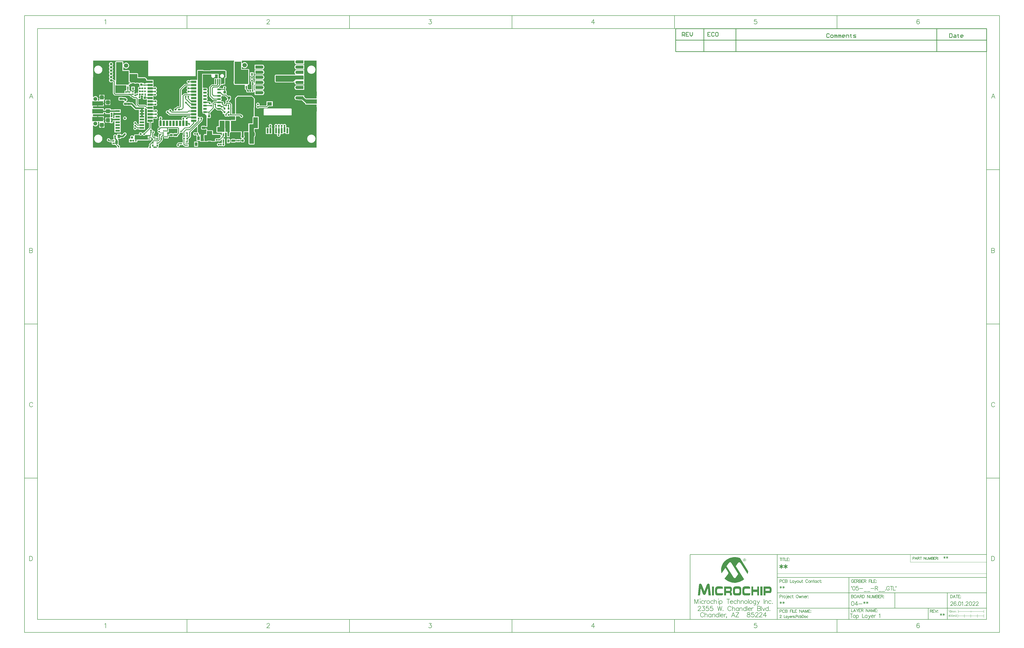
<source format=gtl>
G04*
G04 #@! TF.GenerationSoftware,Altium Limited,Altium Designer,21.0.9 (235)*
G04*
G04 Layer_Physical_Order=1*
G04 Layer_Color=255*
%FSLAX44Y44*%
%MOMM*%
G71*
G04*
G04 #@! TF.SameCoordinates,D83CB673-9EFF-4C90-BE85-E941A3A9D43F*
G04*
G04*
G04 #@! TF.FilePolarity,Positive*
G04*
G01*
G75*
%ADD10C,0.2000*%
%ADD11C,0.1270*%
%ADD12C,0.2540*%
%ADD13C,0.2500*%
%ADD14C,0.1778*%
%ADD15C,0.1500*%
%ADD16C,0.1000*%
%ADD17C,0.1800*%
%ADD18C,0.3500*%
%ADD19R,1.5500X1.5500*%
%ADD20R,1.5000X1.5500*%
%ADD21R,4.1910X1.7780*%
G04:AMPARAMS|DCode=22|XSize=0.9mm|YSize=0.8mm|CornerRadius=0.2mm|HoleSize=0mm|Usage=FLASHONLY|Rotation=180.000|XOffset=0mm|YOffset=0mm|HoleType=Round|Shape=RoundedRectangle|*
%AMROUNDEDRECTD22*
21,1,0.9000,0.4000,0,0,180.0*
21,1,0.5000,0.8000,0,0,180.0*
1,1,0.4000,-0.2500,0.2000*
1,1,0.4000,0.2500,0.2000*
1,1,0.4000,0.2500,-0.2000*
1,1,0.4000,-0.2500,-0.2000*
%
%ADD22ROUNDEDRECTD22*%
%ADD23R,0.5600X1.0600*%
%ADD24R,0.5600X0.8600*%
G04:AMPARAMS|DCode=25|XSize=0.55mm|YSize=0.6mm|CornerRadius=0.1375mm|HoleSize=0mm|Usage=FLASHONLY|Rotation=90.000|XOffset=0mm|YOffset=0mm|HoleType=Round|Shape=RoundedRectangle|*
%AMROUNDEDRECTD25*
21,1,0.5500,0.3250,0,0,90.0*
21,1,0.2750,0.6000,0,0,90.0*
1,1,0.2750,0.1625,0.1375*
1,1,0.2750,0.1625,-0.1375*
1,1,0.2750,-0.1625,-0.1375*
1,1,0.2750,-0.1625,0.1375*
%
%ADD25ROUNDEDRECTD25*%
%ADD26R,2.8000X1.2000*%
G04:AMPARAMS|DCode=27|XSize=0.55mm|YSize=0.6mm|CornerRadius=0.1375mm|HoleSize=0mm|Usage=FLASHONLY|Rotation=180.000|XOffset=0mm|YOffset=0mm|HoleType=Round|Shape=RoundedRectangle|*
%AMROUNDEDRECTD27*
21,1,0.5500,0.3250,0,0,180.0*
21,1,0.2750,0.6000,0,0,180.0*
1,1,0.2750,-0.1375,0.1625*
1,1,0.2750,0.1375,0.1625*
1,1,0.2750,0.1375,-0.1625*
1,1,0.2750,-0.1375,-0.1625*
%
%ADD27ROUNDEDRECTD27*%
%ADD28R,1.0000X1.4000*%
%ADD29R,0.8000X0.8000*%
%ADD30R,0.8000X0.6000*%
%ADD31R,1.4500X1.2000*%
G04:AMPARAMS|DCode=32|XSize=1.4mm|YSize=0.9mm|CornerRadius=0.225mm|HoleSize=0mm|Usage=FLASHONLY|Rotation=270.000|XOffset=0mm|YOffset=0mm|HoleType=Round|Shape=RoundedRectangle|*
%AMROUNDEDRECTD32*
21,1,1.4000,0.4500,0,0,270.0*
21,1,0.9500,0.9000,0,0,270.0*
1,1,0.4500,-0.2250,-0.4750*
1,1,0.4500,-0.2250,0.4750*
1,1,0.4500,0.2250,0.4750*
1,1,0.4500,0.2250,-0.4750*
%
%ADD32ROUNDEDRECTD32*%
%ADD33R,1.2000X0.8500*%
G04:AMPARAMS|DCode=34|XSize=0.9mm|YSize=0.8mm|CornerRadius=0.2mm|HoleSize=0mm|Usage=FLASHONLY|Rotation=90.000|XOffset=0mm|YOffset=0mm|HoleType=Round|Shape=RoundedRectangle|*
%AMROUNDEDRECTD34*
21,1,0.9000,0.4000,0,0,90.0*
21,1,0.5000,0.8000,0,0,90.0*
1,1,0.4000,0.2000,0.2500*
1,1,0.4000,0.2000,-0.2500*
1,1,0.4000,-0.2000,-0.2500*
1,1,0.4000,-0.2000,0.2500*
%
%ADD34ROUNDEDRECTD34*%
%ADD35R,0.9500X0.4500*%
%ADD36R,0.5500X1.3000*%
G04:AMPARAMS|DCode=37|XSize=1.4mm|YSize=0.9mm|CornerRadius=0.225mm|HoleSize=0mm|Usage=FLASHONLY|Rotation=180.000|XOffset=0mm|YOffset=0mm|HoleType=Round|Shape=RoundedRectangle|*
%AMROUNDEDRECTD37*
21,1,1.4000,0.4500,0,0,180.0*
21,1,0.9500,0.9000,0,0,180.0*
1,1,0.4500,-0.4750,0.2250*
1,1,0.4500,0.4750,0.2250*
1,1,0.4500,0.4750,-0.2250*
1,1,0.4500,-0.4750,-0.2250*
%
%ADD37ROUNDEDRECTD37*%
G04:AMPARAMS|DCode=38|XSize=1.75mm|YSize=1mm|CornerRadius=0.25mm|HoleSize=0mm|Usage=FLASHONLY|Rotation=180.000|XOffset=0mm|YOffset=0mm|HoleType=Round|Shape=RoundedRectangle|*
%AMROUNDEDRECTD38*
21,1,1.7500,0.5000,0,0,180.0*
21,1,1.2500,1.0000,0,0,180.0*
1,1,0.5000,-0.6250,0.2500*
1,1,0.5000,0.6250,0.2500*
1,1,0.5000,0.6250,-0.2500*
1,1,0.5000,-0.6250,-0.2500*
%
%ADD38ROUNDEDRECTD38*%
%ADD39R,1.0000X0.6000*%
G04:AMPARAMS|DCode=40|XSize=0.61mm|YSize=0.35mm|CornerRadius=0.0875mm|HoleSize=0mm|Usage=FLASHONLY|Rotation=0.000|XOffset=0mm|YOffset=0mm|HoleType=Round|Shape=RoundedRectangle|*
%AMROUNDEDRECTD40*
21,1,0.6100,0.1750,0,0,0.0*
21,1,0.4350,0.3500,0,0,0.0*
1,1,0.1750,0.2175,-0.0875*
1,1,0.1750,-0.2175,-0.0875*
1,1,0.1750,-0.2175,0.0875*
1,1,0.1750,0.2175,0.0875*
%
%ADD40ROUNDEDRECTD40*%
G04:AMPARAMS|DCode=41|XSize=0.61mm|YSize=0.35mm|CornerRadius=0.0875mm|HoleSize=0mm|Usage=FLASHONLY|Rotation=270.000|XOffset=0mm|YOffset=0mm|HoleType=Round|Shape=RoundedRectangle|*
%AMROUNDEDRECTD41*
21,1,0.6100,0.1750,0,0,270.0*
21,1,0.4350,0.3500,0,0,270.0*
1,1,0.1750,-0.0875,-0.2175*
1,1,0.1750,-0.0875,0.2175*
1,1,0.1750,0.0875,0.2175*
1,1,0.1750,0.0875,-0.2175*
%
%ADD41ROUNDEDRECTD41*%
%ADD42R,0.8000X0.3500*%
%ADD43R,1.4000X1.9000*%
%ADD44R,1.8000X1.4000*%
%ADD45R,0.8000X2.0000*%
%ADD46R,0.5000X2.0000*%
%ADD47R,2.5000X2.2000*%
%ADD48C,7.0000*%
%ADD49R,0.8000X0.8000*%
G04:AMPARAMS|DCode=50|XSize=1.1mm|YSize=0.98mm|CornerRadius=0.2597mm|HoleSize=0mm|Usage=FLASHONLY|Rotation=270.000|XOffset=0mm|YOffset=0mm|HoleType=Round|Shape=RoundedRectangle|*
%AMROUNDEDRECTD50*
21,1,1.1000,0.4606,0,0,270.0*
21,1,0.5806,0.9800,0,0,270.0*
1,1,0.5194,-0.2303,-0.2903*
1,1,0.5194,-0.2303,0.2903*
1,1,0.5194,0.2303,0.2903*
1,1,0.5194,0.2303,-0.2903*
%
%ADD50ROUNDEDRECTD50*%
G04:AMPARAMS|DCode=51|XSize=1.31mm|YSize=0.62mm|CornerRadius=0.0775mm|HoleSize=0mm|Usage=FLASHONLY|Rotation=180.000|XOffset=0mm|YOffset=0mm|HoleType=Round|Shape=RoundedRectangle|*
%AMROUNDEDRECTD51*
21,1,1.3100,0.4650,0,0,180.0*
21,1,1.1550,0.6200,0,0,180.0*
1,1,0.1550,-0.5775,0.2325*
1,1,0.1550,0.5775,0.2325*
1,1,0.1550,0.5775,-0.2325*
1,1,0.1550,-0.5775,-0.2325*
%
%ADD51ROUNDEDRECTD51*%
%ADD52R,1.3300X1.3300*%
%ADD53R,2.0000X0.9000*%
%ADD54R,0.9000X2.0000*%
%ADD62R,1.8000X0.8000*%
%ADD80R,1.8000X0.7000*%
%ADD93C,1.0000*%
%ADD99C,1.2000*%
%ADD104C,0.7000*%
%ADD105C,0.6000*%
%ADD106C,0.3000*%
%ADD107C,0.5000*%
%ADD108C,0.8000*%
%ADD109C,1.0000*%
%ADD110C,0.8000*%
G04:AMPARAMS|DCode=111|XSize=1.95mm|YSize=1.95mm|CornerRadius=0.4875mm|HoleSize=0mm|Usage=FLASHONLY|Rotation=0.000|XOffset=0mm|YOffset=0mm|HoleType=Round|Shape=RoundedRectangle|*
%AMROUNDEDRECTD111*
21,1,1.9500,0.9750,0,0,0.0*
21,1,0.9750,1.9500,0,0,0.0*
1,1,0.9750,0.4875,-0.4875*
1,1,0.9750,-0.4875,-0.4875*
1,1,0.9750,-0.4875,0.4875*
1,1,0.9750,0.4875,0.4875*
%
%ADD111ROUNDEDRECTD111*%
%ADD112C,1.9500*%
%ADD113C,1.7000*%
%ADD114P,1.8401X8X202.5*%
%ADD115C,0.7000*%
%ADD116C,1.5000*%
G36*
X919902Y197316D02*
X878785Y197316D01*
X872000Y204101D01*
X872000Y209090D01*
X838000Y209090D01*
X838000Y207596D01*
X837474Y207292D01*
X835798Y205616D01*
X834613Y203564D01*
X834000Y201275D01*
X834000Y198905D01*
X834613Y196616D01*
X835798Y194564D01*
X837474Y192888D01*
X838000Y192584D01*
X838000Y191090D01*
X847263Y191090D01*
X847963Y190800D01*
X849790Y190560D01*
X861790Y190560D01*
X862611Y190668D01*
X873558Y179721D01*
X875229Y178438D01*
X876045Y178100D01*
X876045Y173536D01*
X919902Y173536D01*
X919902Y5098D01*
X509132Y5098D01*
X480000Y5098D01*
X302091Y5098D01*
X301236Y7098D01*
X301809Y7956D01*
X302084Y9338D01*
X302599Y9682D01*
X303566Y11130D01*
X303906Y12837D01*
X303906Y15587D01*
X303654Y16850D01*
X304076Y18973D01*
X305564Y19967D01*
X316487Y30890D01*
X317481Y32378D01*
X317831Y34134D01*
X317796Y34308D01*
X318444Y34956D01*
X319300Y36438D01*
X319743Y38091D01*
X319743Y39803D01*
X319300Y41456D01*
X318444Y42938D01*
X317831Y43551D01*
X317831Y44566D01*
X320674Y47409D01*
X322674Y46581D01*
X322674Y44878D01*
X322975Y43366D01*
X323831Y42084D01*
X325113Y41228D01*
X326625Y40927D01*
X328375Y40927D01*
X329887Y41228D01*
X330000Y41303D01*
X330113Y41228D01*
X331625Y40927D01*
X333375Y40927D01*
X334887Y41228D01*
X335000Y41303D01*
X335113Y41228D01*
X336625Y40927D01*
X338375Y40927D01*
X339887Y41228D01*
X341169Y42084D01*
X342025Y43366D01*
X342326Y44878D01*
X342326Y49036D01*
X342470Y49065D01*
X345937Y49065D01*
X346090Y48837D01*
X347744Y47732D01*
X349695Y47344D01*
X354695Y47344D01*
X356645Y47732D01*
X358067Y48682D01*
X358367Y48829D01*
X360545Y48597D01*
X360659Y48447D01*
X361756Y47606D01*
X363033Y47077D01*
X364404Y46896D01*
X373904Y46896D01*
X375274Y47077D01*
X376552Y47606D01*
X377648Y48447D01*
X378490Y49544D01*
X379019Y50821D01*
X379199Y52192D01*
X379199Y53528D01*
X379508Y53734D01*
X384244Y58471D01*
X385239Y59959D01*
X385588Y61715D01*
X385588Y63692D01*
X397513Y63692D01*
X397513Y54974D01*
X397221Y54779D01*
X396254Y53332D01*
X395914Y51625D01*
X395914Y48875D01*
X396254Y47168D01*
X397201Y45750D01*
X396254Y44332D01*
X395914Y42625D01*
X395914Y39875D01*
X396254Y38168D01*
X397221Y36721D01*
X397513Y36526D01*
X397513Y25786D01*
X383250Y25786D01*
X383250Y25451D01*
X381000Y25451D01*
X379244Y25101D01*
X377756Y24107D01*
X375990Y22341D01*
X374995Y20853D01*
X374646Y19097D01*
X374646Y19064D01*
X374033Y18451D01*
X373177Y16968D01*
X372734Y15315D01*
X372734Y13604D01*
X373177Y11951D01*
X374033Y10468D01*
X375243Y9258D01*
X376725Y8403D01*
X378379Y7959D01*
X380090Y7959D01*
X381743Y8403D01*
X383225Y9258D01*
X384436Y10468D01*
X385291Y11951D01*
X385734Y13604D01*
X385734Y15286D01*
X397828Y15286D01*
X397862Y15116D01*
X398857Y13627D01*
X401693Y10790D01*
X403182Y9796D01*
X404937Y9447D01*
X405249Y9447D01*
X405249Y8785D01*
X420749Y8785D01*
X420749Y19285D01*
X406689Y19285D01*
X406689Y21785D01*
X420749Y21785D01*
X420749Y32285D01*
X419588Y32285D01*
X419588Y36593D01*
X419779Y36721D01*
X420746Y38168D01*
X420881Y38845D01*
X421495Y39256D01*
X427424Y45185D01*
X428419Y46673D01*
X428768Y48429D01*
X428768Y64367D01*
X451444Y87043D01*
X453292Y86278D01*
X453292Y65027D01*
X453175Y65027D01*
X451468Y64688D01*
X450585Y64097D01*
X449299Y63856D01*
X448014Y64097D01*
X447131Y64688D01*
X445424Y65027D01*
X442674Y65027D01*
X440967Y64688D01*
X439520Y63721D01*
X438553Y62274D01*
X438213Y60567D01*
X438213Y57316D01*
X438553Y55609D01*
X439520Y54162D01*
X440967Y53195D01*
X442674Y52856D01*
X445424Y52856D01*
X447131Y53195D01*
X448180Y53896D01*
X450078Y53428D01*
X450851Y51701D01*
X450851Y51701D01*
X450851Y51701D01*
X450851Y31701D01*
X463912Y31701D01*
X463912Y30752D01*
X464145Y29581D01*
X464808Y28589D01*
X465800Y27926D01*
X466970Y27693D01*
X479412Y27693D01*
X480582Y27926D01*
X480941Y28166D01*
X481300Y27926D01*
X482470Y27693D01*
X493470Y27693D01*
X494641Y27926D01*
X495633Y28589D01*
X496094Y29278D01*
X506847Y29278D01*
X507308Y28589D01*
X508300Y27926D01*
X509470Y27693D01*
X522142Y27693D01*
X522332Y27731D01*
X522526Y27717D01*
X522913Y27846D01*
X523312Y27926D01*
X523474Y28033D01*
X523658Y28095D01*
X523966Y28362D01*
X524305Y28589D01*
X524344Y28648D01*
X525527Y29835D01*
X525848Y30004D01*
X527555Y29664D01*
X530305Y29664D01*
X532012Y30004D01*
X532540Y30357D01*
X534411Y30942D01*
X535858Y29975D01*
X537565Y29635D01*
X540815Y29635D01*
X542522Y29975D01*
X543969Y30942D01*
X544936Y32389D01*
X545030Y32862D01*
X548180Y36011D01*
X549849Y35419D01*
X550180Y35109D01*
X550180Y24651D01*
X548443Y22957D01*
X545693Y22957D01*
X543986Y22618D01*
X542539Y21651D01*
X541231Y22073D01*
X539749Y22929D01*
X538096Y23372D01*
X536384Y23372D01*
X534731Y22929D01*
X533249Y22073D01*
X532039Y20863D01*
X531183Y19380D01*
X530740Y17727D01*
X530740Y16016D01*
X531183Y14363D01*
X532039Y12880D01*
X533249Y11670D01*
X534731Y10814D01*
X536384Y10372D01*
X538096Y10372D01*
X539749Y10814D01*
X541231Y11670D01*
X542539Y12092D01*
X543986Y11125D01*
X545693Y10786D01*
X548443Y10786D01*
X550150Y11125D01*
X551568Y12073D01*
X551889Y11859D01*
X552077Y11670D01*
X552766Y11272D01*
X552986Y11125D01*
X553039Y11115D01*
X553559Y10814D01*
X555212Y10372D01*
X556924Y10372D01*
X558577Y10814D01*
X559097Y11115D01*
X559150Y11125D01*
X559370Y11272D01*
X560059Y11670D01*
X560248Y11859D01*
X560597Y12092D01*
X560831Y12442D01*
X561269Y12880D01*
X562125Y14363D01*
X562568Y16016D01*
X562568Y17727D01*
X562125Y19380D01*
X561867Y19828D01*
X561680Y21750D01*
X561680Y21750D01*
X561680Y40750D01*
X555747Y40750D01*
X554982Y42598D01*
X556967Y44583D01*
X557401Y45232D01*
X557401Y45232D01*
X557919Y45750D01*
X561680Y45750D01*
X561680Y62078D01*
X561680Y62457D01*
X561959Y62871D01*
X562548Y63359D01*
X563680Y63928D01*
X563867Y63884D01*
X563918Y63893D01*
X563969Y63883D01*
X566936Y63883D01*
X568725Y63072D01*
X568840Y62794D01*
X568899Y62498D01*
X569066Y62248D01*
X569105Y62155D01*
X569120Y62078D01*
X569180Y62078D01*
X569180Y45750D01*
X580680Y45750D01*
X580680Y61776D01*
X580680Y62078D01*
X580911Y62078D01*
X581125Y62166D01*
X581420Y62225D01*
X581671Y62392D01*
X581949Y62508D01*
X582162Y62721D01*
X582413Y62888D01*
X582580Y63138D01*
X582793Y63351D01*
X582908Y63630D01*
X583076Y63880D01*
X583134Y64176D01*
X583250Y64454D01*
X583250Y64553D01*
X583827Y65270D01*
X583862Y65302D01*
X585308Y65957D01*
X585680Y65883D01*
X624444Y65883D01*
X624444Y62078D01*
X624444Y53209D01*
X623790Y52230D01*
X623402Y50279D01*
X623402Y46279D01*
X623790Y44328D01*
X624895Y42674D01*
X626549Y41569D01*
X627909Y41299D01*
X627909Y39260D01*
X626549Y38989D01*
X624895Y37884D01*
X624174Y36805D01*
X621190Y36805D01*
X621190Y38217D01*
X607190Y38217D01*
X607190Y36624D01*
X604241Y36624D01*
X604113Y36933D01*
X603271Y38030D01*
X602175Y38872D01*
X600898Y39400D01*
X599527Y39581D01*
X590027Y39581D01*
X588657Y39400D01*
X587379Y38872D01*
X586283Y38030D01*
X585441Y36933D01*
X584988Y35838D01*
X580680Y35838D01*
X580680Y40750D01*
X569180Y40750D01*
X569180Y21750D01*
X580680Y21750D01*
X580680Y26662D01*
X585807Y26662D01*
X586283Y26041D01*
X587379Y25200D01*
X588657Y24671D01*
X590027Y24490D01*
X599527Y24490D01*
X600898Y24671D01*
X602175Y25200D01*
X603271Y26041D01*
X604113Y27138D01*
X604241Y27448D01*
X607190Y27448D01*
X607190Y26217D01*
X621190Y26217D01*
X621190Y27629D01*
X624258Y27629D01*
X624895Y26674D01*
X626549Y25569D01*
X628500Y25181D01*
X633500Y25181D01*
X635451Y25569D01*
X637105Y26674D01*
X638210Y28328D01*
X638598Y30279D01*
X638598Y34279D01*
X638210Y36230D01*
X637105Y37884D01*
X635451Y38989D01*
X634091Y39260D01*
X634091Y41299D01*
X635451Y41569D01*
X637105Y42674D01*
X638210Y44328D01*
X638598Y46279D01*
X638598Y50279D01*
X638210Y52230D01*
X637556Y53209D01*
X637556Y62078D01*
X637556Y65883D01*
X652211Y65883D01*
X654211Y64066D01*
X654211Y21794D01*
X654211Y21794D01*
X654211Y21794D01*
X654444Y20624D01*
X655107Y19631D01*
X655107Y19631D01*
X656521Y18217D01*
X657514Y17554D01*
X658684Y17321D01*
X658684Y17321D01*
X675000Y17321D01*
X676171Y17554D01*
X677163Y18217D01*
X677826Y19209D01*
X678059Y20380D01*
X678059Y46311D01*
X678706Y46808D01*
X679968Y48453D01*
X680762Y50369D01*
X681033Y52424D01*
X681033Y54066D01*
X681033Y62174D01*
X680762Y64230D01*
X679968Y66146D01*
X678706Y67791D01*
X678059Y68288D01*
X678059Y78101D01*
X691032Y78101D01*
X692202Y78334D01*
X693195Y78997D01*
X693858Y79989D01*
X694091Y81160D01*
X694090Y123825D01*
X693858Y124995D01*
X693195Y125988D01*
X692202Y126651D01*
X691032Y126883D01*
X679706Y126884D01*
X677724Y128884D01*
X678349Y196224D01*
X678342Y196263D01*
X678349Y196302D01*
X678231Y196848D01*
X678127Y197397D01*
X678105Y197430D01*
X678097Y197469D01*
X677806Y198139D01*
X677481Y198610D01*
X677163Y199086D01*
X669000Y207248D01*
X668008Y207911D01*
X666837Y208144D01*
X666837Y208144D01*
X612000Y208144D01*
X610830Y207911D01*
X609837Y207248D01*
X609837Y207248D01*
X602532Y199943D01*
X602532Y199943D01*
X601869Y198951D01*
X601636Y197780D01*
X601636Y197780D01*
X601636Y137176D01*
X589576Y137176D01*
X589576Y173825D01*
X589227Y175581D01*
X588232Y177069D01*
X584299Y181003D01*
X582810Y181997D01*
X581054Y182346D01*
X576722Y182346D01*
X576076Y183133D01*
X576076Y184355D01*
X580207Y188486D01*
X581201Y189974D01*
X581478Y191365D01*
X581677Y191391D01*
X583039Y191955D01*
X584208Y192852D01*
X585105Y194021D01*
X585669Y195383D01*
X585861Y196844D01*
X585861Y202650D01*
X585669Y204111D01*
X585105Y205472D01*
X584208Y206642D01*
X583039Y207539D01*
X581677Y208103D01*
X580216Y208295D01*
X575610Y208295D01*
X574173Y208106D01*
X568641Y213638D01*
X568075Y214203D01*
X568105Y216021D01*
X568669Y217383D01*
X568861Y218844D01*
X568861Y224650D01*
X568669Y226111D01*
X568105Y227472D01*
X567208Y228642D01*
X566039Y229539D01*
X565501Y229761D01*
X565501Y235374D01*
X566426Y236758D01*
X566766Y238465D01*
X566766Y238465D01*
X566766Y241715D01*
X566426Y243422D01*
X565459Y244869D01*
X564012Y245836D01*
X562305Y246176D01*
X559555Y246176D01*
X557848Y245836D01*
X556401Y244869D01*
X555434Y243422D01*
X555094Y241715D01*
X555094Y238465D01*
X554219Y237398D01*
X547993Y237398D01*
X547687Y237857D01*
X546438Y238691D01*
X544965Y238984D01*
X539828Y238984D01*
X539000Y240984D01*
X544804Y246788D01*
X545799Y248277D01*
X546148Y250033D01*
X546148Y250080D01*
X555060Y250080D01*
X555060Y252211D01*
X560060Y252211D01*
X561231Y252444D01*
X562223Y253107D01*
X562886Y254100D01*
X563119Y255270D01*
X563119Y275078D01*
X564463Y276521D01*
X565633Y276754D01*
X566625Y277417D01*
X567289Y278410D01*
X567521Y279580D01*
X567521Y288475D01*
X567521Y304580D01*
X567288Y305751D01*
X566625Y306743D01*
X565633Y307406D01*
X564462Y307639D01*
X562486Y307639D01*
X562223Y308033D01*
X561231Y308696D01*
X560060Y308929D01*
X556479Y308929D01*
X507060Y308929D01*
X505889Y308696D01*
X504897Y308033D01*
X504634Y307639D01*
X478486Y307639D01*
X478223Y308033D01*
X477230Y308696D01*
X476060Y308929D01*
X456351Y308929D01*
X455180Y308696D01*
X454188Y308033D01*
X453525Y307041D01*
X453292Y305870D01*
X453292Y272050D01*
X452870Y270225D01*
X426870Y270225D01*
X426870Y267313D01*
X423435Y267313D01*
X422822Y267926D01*
X421340Y268782D01*
X419687Y269225D01*
X417975Y269225D01*
X416322Y268782D01*
X414840Y267926D01*
X413630Y266716D01*
X412774Y265234D01*
X412331Y263581D01*
X412331Y261869D01*
X412774Y260216D01*
X413630Y258734D01*
X414840Y257524D01*
X416322Y256668D01*
X417398Y256380D01*
X417134Y254380D01*
X406192Y254380D01*
X404436Y254030D01*
X402948Y253036D01*
X385376Y235464D01*
X384381Y233975D01*
X384032Y232220D01*
X384032Y167909D01*
X383271Y167148D01*
X377694Y167148D01*
X375938Y166799D01*
X374450Y165804D01*
X369665Y161020D01*
X368232Y161020D01*
X366452Y160543D01*
X364856Y159621D01*
X363553Y158318D01*
X362631Y156722D01*
X362154Y154942D01*
X362154Y153098D01*
X362631Y151318D01*
X363104Y150498D01*
X362112Y148498D01*
X356917Y148498D01*
X355020Y149144D01*
X355020Y150856D01*
X354577Y152509D01*
X353721Y153991D01*
X352511Y155201D01*
X351029Y156057D01*
X349376Y156500D01*
X347664Y156500D01*
X346011Y156057D01*
X344529Y155201D01*
X343319Y153991D01*
X342463Y152509D01*
X342106Y151178D01*
X340686Y150203D01*
X340438Y150082D01*
X340020Y150016D01*
X338551Y150410D01*
X336839Y150410D01*
X335186Y149967D01*
X333704Y149111D01*
X332494Y147901D01*
X331638Y146419D01*
X331195Y144766D01*
X331195Y143054D01*
X331638Y141401D01*
X332494Y139919D01*
X333704Y138709D01*
X335186Y137853D01*
X336839Y137410D01*
X337804Y137410D01*
X342688Y132526D01*
X344177Y131531D01*
X345933Y131182D01*
X409117Y131182D01*
X409344Y131137D01*
X426870Y131137D01*
X426870Y127824D01*
X416606Y127824D01*
X414850Y127475D01*
X413362Y126480D01*
X412761Y125880D01*
X411894Y125880D01*
X410241Y125437D01*
X408759Y124581D01*
X407549Y123371D01*
X407139Y122662D01*
X404931Y122662D01*
X404521Y123371D01*
X403311Y124581D01*
X401829Y125437D01*
X400176Y125880D01*
X398464Y125880D01*
X396811Y125437D01*
X395329Y124581D01*
X394119Y123371D01*
X393263Y121889D01*
X392820Y120236D01*
X392820Y118524D01*
X393263Y116871D01*
X394119Y115389D01*
X394183Y115325D01*
X393406Y113325D01*
X315008Y113325D01*
X315008Y116046D01*
X315621Y116659D01*
X316477Y118141D01*
X316920Y119794D01*
X316920Y121506D01*
X316477Y123159D01*
X315621Y124641D01*
X314411Y125851D01*
X312929Y126707D01*
X311276Y127150D01*
X309564Y127150D01*
X307911Y126707D01*
X306429Y125851D01*
X305219Y124641D01*
X304363Y123159D01*
X303920Y121506D01*
X303920Y119794D01*
X304363Y118141D01*
X305219Y116659D01*
X305832Y116046D01*
X305832Y113325D01*
X302920Y113325D01*
X302920Y87325D01*
X305975Y87325D01*
X306804Y85325D01*
X304411Y82932D01*
X303245Y82932D01*
X301538Y82593D01*
X300091Y81626D01*
X299124Y80179D01*
X298784Y78472D01*
X298784Y75722D01*
X299124Y74015D01*
X300071Y72597D01*
X299124Y71179D01*
X298784Y69472D01*
X298784Y66722D01*
X299124Y65015D01*
X300091Y63567D01*
X301538Y62600D01*
X303245Y62261D01*
X303426Y62261D01*
X304313Y60451D01*
X304212Y60158D01*
X304136Y60115D01*
X302926Y58905D01*
X302070Y57422D01*
X301627Y55769D01*
X301627Y54729D01*
X300761Y53433D01*
X300412Y51677D01*
X300412Y48441D01*
X300632Y47335D01*
X300632Y46780D01*
X298632Y45245D01*
X298576Y45261D01*
X296864Y45261D01*
X295000Y46831D01*
X295000Y50197D01*
X284588Y50197D01*
X284588Y59047D01*
X285082Y59145D01*
X286529Y60112D01*
X287496Y61559D01*
X287836Y63266D01*
X287836Y66516D01*
X287496Y68223D01*
X286529Y69670D01*
X285082Y70637D01*
X283375Y70977D01*
X280625Y70977D01*
X279500Y71900D01*
X279500Y72452D01*
X279057Y74106D01*
X278201Y75588D01*
X276991Y76798D01*
X275509Y77654D01*
X275070Y77771D01*
X274111Y79928D01*
X274120Y79987D01*
X274458Y81689D01*
X274458Y102825D01*
X282870Y102825D01*
X282870Y118437D01*
X287696Y118437D01*
X288309Y117824D01*
X289791Y116968D01*
X291444Y116525D01*
X293156Y116525D01*
X294809Y116968D01*
X296291Y117824D01*
X297501Y119034D01*
X298357Y120516D01*
X298800Y122169D01*
X298800Y123881D01*
X298357Y125534D01*
X297501Y127016D01*
X296291Y128226D01*
X296291Y130524D01*
X297501Y131734D01*
X298357Y133216D01*
X298800Y134869D01*
X298800Y136581D01*
X298357Y138234D01*
X297501Y139716D01*
X296291Y140926D01*
X296291Y143224D01*
X297501Y144434D01*
X298357Y145916D01*
X298800Y147569D01*
X298800Y149281D01*
X298357Y150934D01*
X297501Y152416D01*
X296291Y153626D01*
X294809Y154482D01*
X293156Y154925D01*
X291444Y154925D01*
X289791Y154482D01*
X288309Y153626D01*
X287696Y153013D01*
X282870Y153013D01*
X282870Y169237D01*
X286226Y169237D01*
X286839Y168624D01*
X288321Y167768D01*
X289974Y167325D01*
X291686Y167325D01*
X293339Y167768D01*
X294821Y168624D01*
X296031Y169834D01*
X296887Y171316D01*
X297330Y172969D01*
X297330Y174681D01*
X296887Y176334D01*
X296031Y177816D01*
X294821Y179026D01*
X294821Y181324D01*
X296031Y182534D01*
X296887Y184016D01*
X297330Y185669D01*
X297330Y187381D01*
X296887Y189034D01*
X296031Y190516D01*
X294821Y191726D01*
X293339Y192582D01*
X291686Y193025D01*
X289974Y193025D01*
X288321Y192582D01*
X286839Y191726D01*
X286226Y191113D01*
X282870Y191113D01*
X282870Y207085D01*
X284870Y207233D01*
X285379Y206724D01*
X286861Y205868D01*
X288514Y205425D01*
X290226Y205425D01*
X291879Y205868D01*
X293361Y206724D01*
X294571Y207934D01*
X295427Y209416D01*
X295870Y211069D01*
X295870Y212781D01*
X295427Y214434D01*
X294571Y215916D01*
X293361Y217126D01*
X293361Y219424D01*
X294571Y220634D01*
X295427Y222116D01*
X295870Y223769D01*
X295870Y225481D01*
X295427Y227134D01*
X294571Y228616D01*
X293361Y229826D01*
X293361Y232124D01*
X294571Y233334D01*
X295427Y234816D01*
X295870Y236469D01*
X295870Y238181D01*
X295427Y239834D01*
X294571Y241316D01*
X293361Y242526D01*
X291879Y243382D01*
X290226Y243825D01*
X288514Y243825D01*
X286861Y243382D01*
X285379Y242526D01*
X284870Y242017D01*
X282870Y242165D01*
X282870Y255225D01*
X282870Y270225D01*
X258059Y270225D01*
X258059Y271428D01*
X257826Y272598D01*
X257163Y273591D01*
X256038Y274715D01*
X256012Y274848D01*
X254907Y276502D01*
X253253Y277607D01*
X253120Y277634D01*
X251386Y279368D01*
X251386Y279368D01*
X250393Y280031D01*
X249223Y280264D01*
X249223Y280264D01*
X222713Y280264D01*
X222713Y292654D01*
X222651Y292968D01*
X222647Y293287D01*
X222535Y293547D01*
X222480Y293825D01*
X222302Y294090D01*
X222176Y294384D01*
X221974Y294582D01*
X221817Y294817D01*
X221551Y294995D01*
X221322Y295218D01*
X221060Y295323D01*
X220825Y295480D01*
X220511Y295543D01*
X220214Y295661D01*
X218358Y296007D01*
X218075Y296004D01*
X217797Y296059D01*
X189785Y296059D01*
X189444Y296339D01*
X189444Y305000D01*
X189211Y306171D01*
X188548Y307163D01*
X187556Y307826D01*
X186385Y308059D01*
X164709Y308059D01*
X164709Y318286D01*
X166510Y318848D01*
X166709Y318854D01*
X168807Y316755D01*
X171430Y315241D01*
X174354Y314457D01*
X177383Y314457D01*
X180307Y315241D01*
X182930Y316755D01*
X185071Y318896D01*
X186585Y321519D01*
X187369Y324443D01*
X187369Y327471D01*
X186585Y330396D01*
X185071Y333019D01*
X182930Y335160D01*
X180307Y336674D01*
X177383Y337457D01*
X174354Y337457D01*
X171430Y336674D01*
X168807Y335160D01*
X166709Y333061D01*
X166510Y333067D01*
X164709Y333628D01*
X164709Y339957D01*
X164476Y341128D01*
X163813Y342120D01*
X162821Y342783D01*
X161650Y343016D01*
X137985Y343016D01*
X137824Y342984D01*
X137660Y342999D01*
X137243Y342869D01*
X136815Y342783D01*
X136678Y342692D01*
X136521Y342643D01*
X136186Y342363D01*
X135822Y342120D01*
X135731Y341983D01*
X135605Y341878D01*
X134405Y340391D01*
X134202Y340004D01*
X133959Y339641D01*
X133927Y339479D01*
X133851Y339334D01*
X133812Y338899D01*
X133726Y338470D01*
X133726Y268495D01*
X131726Y267762D01*
X129244Y270244D01*
X127756Y271239D01*
X126000Y271588D01*
X124281Y271588D01*
X123402Y273112D01*
X121964Y274550D01*
X123402Y275988D01*
X124455Y277812D01*
X125000Y279847D01*
X125000Y281953D01*
X124455Y283988D01*
X123402Y285812D01*
X121964Y287250D01*
X123402Y288688D01*
X124455Y290512D01*
X125000Y292547D01*
X125000Y294653D01*
X124455Y296688D01*
X123402Y298512D01*
X121964Y299950D01*
X123402Y301388D01*
X124455Y303212D01*
X125000Y305247D01*
X125000Y307353D01*
X124455Y309388D01*
X123402Y311212D01*
X121964Y312650D01*
X123402Y314088D01*
X124455Y315912D01*
X125000Y317947D01*
X125000Y320053D01*
X124455Y322088D01*
X123402Y323912D01*
X121964Y325350D01*
X123402Y326788D01*
X124455Y328612D01*
X125000Y330647D01*
X125000Y332753D01*
X124455Y334788D01*
X123402Y336612D01*
X121912Y338102D01*
X120088Y339155D01*
X118053Y339700D01*
X115947Y339700D01*
X113912Y339155D01*
X112088Y338102D01*
X110598Y336612D01*
X109545Y334788D01*
X109000Y332753D01*
X109000Y330647D01*
X109545Y328612D01*
X110598Y326788D01*
X112036Y325350D01*
X110598Y323912D01*
X109545Y322088D01*
X109000Y320053D01*
X109000Y317947D01*
X109545Y315912D01*
X110598Y314088D01*
X112036Y312650D01*
X110598Y311212D01*
X109545Y309388D01*
X109000Y307353D01*
X109000Y305247D01*
X109545Y303212D01*
X110598Y301388D01*
X112036Y299950D01*
X110598Y298512D01*
X109545Y296688D01*
X109000Y294653D01*
X109000Y292547D01*
X109545Y290512D01*
X110598Y288688D01*
X112036Y287250D01*
X110598Y285812D01*
X109545Y283988D01*
X109000Y281953D01*
X109000Y279847D01*
X109545Y277812D01*
X110598Y275988D01*
X112036Y274550D01*
X110598Y273112D01*
X109545Y271288D01*
X109000Y269253D01*
X109000Y267147D01*
X109545Y265112D01*
X110598Y263288D01*
X112088Y261798D01*
X113912Y260745D01*
X115947Y260200D01*
X118053Y260200D01*
X120088Y260745D01*
X121912Y261798D01*
X122526Y262412D01*
X124100Y262412D01*
X124412Y262099D01*
X124412Y217442D01*
X124761Y215686D01*
X125756Y214198D01*
X129414Y210539D01*
X130903Y209545D01*
X132659Y209195D01*
X183584Y209195D01*
X184943Y208287D01*
X186650Y207948D01*
X189900Y207948D01*
X190139Y207995D01*
X190334Y207017D01*
X191328Y205528D01*
X193086Y203771D01*
X194574Y202776D01*
X196330Y202427D01*
X197880Y202427D01*
X203126Y197181D01*
X204614Y196186D01*
X206370Y195837D01*
X213519Y195837D01*
X214256Y195100D01*
X214256Y174156D01*
X214605Y172400D01*
X215600Y170912D01*
X218167Y168344D01*
X217453Y166229D01*
X216494Y166100D01*
X203379Y179215D01*
X203306Y179582D01*
X202339Y181029D01*
X200892Y181996D01*
X199185Y182336D01*
X195935Y182336D01*
X195849Y182319D01*
X191981Y182319D01*
X190836Y183084D01*
X188885Y183472D01*
X183885Y183472D01*
X181934Y183084D01*
X180789Y182319D01*
X178596Y182319D01*
X177451Y183084D01*
X176091Y183354D01*
X176091Y185393D01*
X177451Y185664D01*
X179105Y186769D01*
X180210Y188423D01*
X180598Y190374D01*
X180598Y194374D01*
X180210Y196325D01*
X179105Y197979D01*
X177451Y199084D01*
X176499Y199273D01*
X175111Y200661D01*
X173753Y201703D01*
X172172Y202358D01*
X170475Y202581D01*
X163707Y202581D01*
X163343Y202861D01*
X162066Y203390D01*
X160695Y203570D01*
X157494Y203570D01*
X156801Y203756D01*
X155089Y203756D01*
X154396Y203570D01*
X151195Y203570D01*
X149824Y203390D01*
X148547Y202861D01*
X147451Y202019D01*
X146609Y200923D01*
X146080Y199646D01*
X145900Y198275D01*
X145900Y193775D01*
X146080Y192404D01*
X146609Y191127D01*
X147451Y190031D01*
X148547Y189189D01*
X149824Y188660D01*
X151195Y188480D01*
X160695Y188480D01*
X162066Y188660D01*
X163343Y189189D01*
X163696Y189461D01*
X165648Y189135D01*
X165790Y188423D01*
X166895Y186769D01*
X168549Y185664D01*
X169909Y185393D01*
X169909Y183354D01*
X168549Y183084D01*
X167152Y182150D01*
X167007Y182090D01*
X165649Y181048D01*
X164607Y179690D01*
X163953Y178109D01*
X163729Y176413D01*
X163953Y174716D01*
X164607Y173134D01*
X165649Y171777D01*
X166299Y171127D01*
X167657Y170085D01*
X168347Y169799D01*
X168549Y169664D01*
X168788Y169616D01*
X169238Y169430D01*
X170935Y169206D01*
X194845Y169206D01*
X209687Y154364D01*
X211045Y153322D01*
X212626Y152667D01*
X214323Y152444D01*
X225500Y152444D01*
X225500Y141000D01*
X225500Y130000D01*
X225500Y119000D01*
X225500Y108000D01*
X225500Y97588D01*
X221976Y97588D01*
X217743Y101821D01*
X217743Y102689D01*
X217300Y104342D01*
X216444Y105824D01*
X215234Y107034D01*
X213752Y107890D01*
X212099Y108333D01*
X210387Y108333D01*
X208734Y107890D01*
X207252Y107034D01*
X206041Y105824D01*
X205186Y104342D01*
X204743Y102689D01*
X204743Y100977D01*
X205186Y99324D01*
X206041Y97842D01*
X206193Y97690D01*
X207061Y96333D01*
X206193Y94976D01*
X206041Y94824D01*
X205186Y93342D01*
X204743Y91688D01*
X204743Y89977D01*
X205186Y88324D01*
X206041Y86842D01*
X206197Y86686D01*
X206938Y85631D01*
X205727Y84420D01*
X204872Y82938D01*
X204429Y81285D01*
X204429Y79574D01*
X204872Y77920D01*
X205727Y76438D01*
X206938Y75228D01*
X208420Y74372D01*
X210073Y73929D01*
X211784Y73929D01*
X213438Y74372D01*
X214920Y75228D01*
X216130Y76438D01*
X216288Y76713D01*
X218320Y77761D01*
X220075Y77412D01*
X225500Y77412D01*
X225500Y75000D01*
X249500Y75000D01*
X249500Y86000D01*
X249500Y97000D01*
X249500Y108000D01*
X249500Y119000D01*
X249500Y130000D01*
X249500Y141000D01*
X249500Y152500D01*
X249500Y159579D01*
X251348Y160345D01*
X253812Y157881D01*
X255300Y156886D01*
X256870Y156574D01*
X256870Y140925D01*
X256870Y128225D01*
X256870Y115525D01*
X256870Y102825D01*
X265282Y102825D01*
X265282Y83590D01*
X246015Y64323D01*
X245148Y64323D01*
X243495Y63880D01*
X242013Y63024D01*
X240802Y61814D01*
X240772Y61806D01*
X238608Y62013D01*
X238071Y62942D01*
X236768Y64246D01*
X235172Y65167D01*
X233392Y65644D01*
X231548Y65644D01*
X229768Y65167D01*
X228172Y64246D01*
X226869Y62942D01*
X225947Y61346D01*
X225470Y59566D01*
X225470Y57723D01*
X224881Y56955D01*
X209872Y56955D01*
X208701Y56722D01*
X207709Y56059D01*
X207046Y55067D01*
X206813Y53896D01*
X206813Y51407D01*
X204813Y50800D01*
X204605Y51111D01*
X202951Y52217D01*
X201000Y52605D01*
X197000Y52605D01*
X195049Y52217D01*
X193395Y51111D01*
X192290Y49458D01*
X191902Y47507D01*
X191902Y42507D01*
X192113Y41447D01*
X190809Y39447D01*
X186485Y39447D01*
X186485Y25447D01*
X200485Y25447D01*
X200485Y25447D01*
X202485Y26435D01*
X203625Y26209D01*
X206375Y26209D01*
X208082Y26548D01*
X209500Y27496D01*
X210918Y26548D01*
X212625Y26209D01*
X215375Y26209D01*
X217082Y26548D01*
X218529Y27515D01*
X219496Y28962D01*
X219836Y30669D01*
X219836Y33072D01*
X260500Y33072D01*
X261670Y33305D01*
X262663Y33968D01*
X262777Y34138D01*
X270917Y34138D01*
X271212Y34197D01*
X274500Y34197D01*
X274500Y41907D01*
X276500Y43562D01*
X277148Y43439D01*
X278513Y42074D01*
X280002Y41079D01*
X281000Y40881D01*
X281000Y35707D01*
X280976Y35691D01*
X276936Y31651D01*
X275941Y30163D01*
X275592Y28407D01*
X275592Y28049D01*
X275401Y27921D01*
X275344Y27836D01*
X274311Y27631D01*
X272822Y26636D01*
X266626Y20439D01*
X265631Y18951D01*
X265282Y17195D01*
X265282Y11604D01*
X264669Y10991D01*
X263813Y9509D01*
X263370Y7856D01*
X263370Y7098D01*
X261803Y5098D01*
X152844Y5098D01*
X151631Y7098D01*
X151832Y8108D01*
X151832Y11358D01*
X151492Y13065D01*
X150525Y14512D01*
X149078Y15479D01*
X148123Y15669D01*
X146485Y16542D01*
X146485Y36542D01*
X144690Y36542D01*
X143991Y37588D01*
X145091Y39542D01*
X155985Y39542D01*
X155985Y42986D01*
X162767Y42986D01*
X164463Y43209D01*
X166045Y43864D01*
X167402Y44906D01*
X175683Y53187D01*
X175945Y53528D01*
X176249Y53832D01*
X176464Y54204D01*
X176725Y54545D01*
X176890Y54942D01*
X177104Y55314D01*
X177216Y55729D01*
X177380Y56126D01*
X177436Y56552D01*
X177547Y56967D01*
X177547Y57397D01*
X177603Y57823D01*
X177547Y58249D01*
X177547Y58679D01*
X177436Y59094D01*
X177380Y59520D01*
X177216Y59917D01*
X177104Y60332D01*
X176890Y60704D01*
X176725Y61101D01*
X176464Y61442D01*
X176249Y61814D01*
X175945Y62118D01*
X175683Y62459D01*
X175342Y62720D01*
X175039Y63024D01*
X174666Y63239D01*
X174325Y63501D01*
X173928Y63665D01*
X173556Y63880D01*
X173141Y63991D01*
X172744Y64156D01*
X172318Y64212D01*
X171903Y64323D01*
X171473Y64323D01*
X171047Y64379D01*
X170621Y64323D01*
X170192Y64323D01*
X169776Y64212D01*
X169351Y64156D01*
X168954Y63991D01*
X168538Y63880D01*
X168166Y63665D01*
X167769Y63501D01*
X167428Y63239D01*
X167056Y63024D01*
X166752Y62720D01*
X166411Y62459D01*
X160051Y56098D01*
X155985Y56098D01*
X155985Y59542D01*
X139985Y59542D01*
X139985Y54507D01*
X137985Y53971D01*
X137860Y54188D01*
X136650Y55398D01*
X135168Y56254D01*
X133514Y56697D01*
X131803Y56697D01*
X130150Y56254D01*
X128667Y55398D01*
X127457Y54188D01*
X126602Y52706D01*
X126159Y51053D01*
X126159Y49341D01*
X126602Y47688D01*
X127111Y46805D01*
X127111Y40368D01*
X127296Y38967D01*
X127299Y38931D01*
X126182Y37103D01*
X125950Y36967D01*
X124375Y36967D01*
X122668Y36627D01*
X121309Y35719D01*
X113671Y35719D01*
X113671Y35978D01*
X113228Y37631D01*
X112372Y39113D01*
X111162Y40323D01*
X109680Y41179D01*
X108027Y41622D01*
X106315Y41622D01*
X104662Y41179D01*
X103180Y40323D01*
X101970Y39113D01*
X101114Y37631D01*
X100671Y35978D01*
X100671Y34266D01*
X101114Y32613D01*
X101970Y31131D01*
X103180Y29921D01*
X104662Y29065D01*
X106315Y28622D01*
X107182Y28622D01*
X107918Y27887D01*
X109406Y26892D01*
X111162Y26543D01*
X118920Y26543D01*
X120121Y24543D01*
X119914Y23506D01*
X119914Y20756D01*
X120254Y19049D01*
X121221Y17602D01*
X122668Y16635D01*
X124375Y16295D01*
X127625Y16295D01*
X128514Y16472D01*
X130485Y16542D01*
X130485Y16542D01*
X130485Y16542D01*
X134037Y16542D01*
X134246Y15488D01*
X135241Y13999D01*
X140161Y9080D01*
X140161Y8108D01*
X140361Y7098D01*
X139148Y5098D01*
X47536Y5098D01*
X46124Y6514D01*
X46271Y71900D01*
X46313Y90834D01*
X48315Y91660D01*
X49504Y90472D01*
X51898Y89089D01*
X54569Y88374D01*
X57333Y88374D01*
X60004Y89089D01*
X62398Y90472D01*
X64353Y92427D01*
X65736Y94821D01*
X66451Y97492D01*
X66451Y100256D01*
X65736Y102927D01*
X65420Y103473D01*
X66575Y105473D01*
X69912Y105473D01*
X70885Y103876D01*
X70885Y103473D01*
X70885Y95126D01*
X81135Y95126D01*
X91385Y95126D01*
X91385Y103876D01*
X89428Y103876D01*
X88455Y105473D01*
X88455Y105876D01*
X88455Y115363D01*
X65000Y115363D01*
X65000Y116863D01*
X63500Y116863D01*
X63500Y128253D01*
X47813Y128253D01*
X46401Y129669D01*
X46414Y135453D01*
X88955Y135453D01*
X88955Y141291D01*
X94491Y141291D01*
X94491Y136624D01*
X113348Y136624D01*
X113348Y128546D01*
X113314Y128375D01*
X113314Y125625D01*
X113513Y124624D01*
X112296Y122624D01*
X106491Y122624D01*
X106491Y112374D01*
X106491Y102124D01*
X113137Y102124D01*
X114256Y100228D01*
X114247Y100124D01*
X113989Y98825D01*
X114402Y98825D01*
X114402Y99630D01*
X116059Y100730D01*
X116402Y100790D01*
X117915Y100489D01*
X117950Y100489D01*
X117974Y100479D01*
X119540Y100273D01*
X121106Y100479D01*
X121130Y100489D01*
X121165Y100489D01*
X122872Y100829D01*
X124319Y101796D01*
X125286Y103243D01*
X125626Y104950D01*
X125626Y107700D01*
X127094Y108948D01*
X130500Y108948D01*
X130500Y97000D01*
X130500Y86000D01*
X130500Y75000D01*
X130500Y64500D01*
X154500Y64500D01*
X154500Y75000D01*
X154500Y86000D01*
X154500Y97000D01*
X154500Y108000D01*
X154500Y119000D01*
X154500Y133000D01*
X130500Y133000D01*
X130500Y121052D01*
X125357Y121052D01*
X124344Y122717D01*
X125146Y123918D01*
X125486Y125625D01*
X125486Y128375D01*
X125452Y128546D01*
X125452Y137568D01*
X125486Y137739D01*
X125486Y140488D01*
X126684Y141948D01*
X130500Y141948D01*
X130500Y141000D01*
X154500Y141000D01*
X154500Y155000D01*
X130500Y155000D01*
X130500Y154052D01*
X115491Y154052D01*
X115491Y158124D01*
X115491Y158124D01*
X94491Y158124D01*
X94491Y153395D01*
X88955Y153395D01*
X88955Y159233D01*
X47883Y159233D01*
X46470Y160649D01*
X46483Y166433D01*
X63500Y166433D01*
X63500Y177823D01*
X65000Y177823D01*
X65000Y179323D01*
X88455Y179323D01*
X88455Y188872D01*
X88455Y189213D01*
X89278Y190872D01*
X91385Y190872D01*
X91385Y199622D01*
X81135Y199622D01*
X70885Y199622D01*
X70885Y191213D01*
X70885Y190872D01*
X70062Y189213D01*
X66539Y189213D01*
X65384Y191213D01*
X65736Y191821D01*
X66451Y194492D01*
X66451Y197256D01*
X65736Y199927D01*
X64353Y202321D01*
X62398Y204276D01*
X60004Y205658D01*
X57333Y206374D01*
X54569Y206374D01*
X51898Y205658D01*
X49504Y204276D01*
X48567Y203339D01*
X46568Y204169D01*
X46589Y213276D01*
X46589Y213276D01*
X46887Y345522D01*
X261811Y345522D01*
X261811Y287325D01*
X262044Y286154D01*
X262707Y285162D01*
X263699Y284499D01*
X264870Y284266D01*
X444870Y284266D01*
X446040Y284499D01*
X447033Y285162D01*
X447696Y286154D01*
X447929Y287325D01*
X447929Y309601D01*
X447929Y345522D01*
X597671Y345522D01*
X598308Y343522D01*
X598231Y343467D01*
X598053Y343279D01*
X597837Y343135D01*
X597646Y342850D01*
X597411Y342600D01*
X597318Y342358D01*
X597174Y342143D01*
X597107Y341806D01*
X596985Y341485D01*
X596992Y341226D01*
X596941Y340972D01*
X596941Y265046D01*
X596607Y264823D01*
X595944Y263830D01*
X595711Y262660D01*
X595711Y259160D01*
X595944Y257989D01*
X596607Y256997D01*
X596941Y256773D01*
X596941Y254000D01*
X597162Y252888D01*
X597174Y252829D01*
X597837Y251837D01*
X598829Y251174D01*
X600000Y250941D01*
X638389Y250941D01*
X638389Y250941D01*
X639520Y249410D01*
X639520Y248941D01*
X639520Y232810D01*
X641244Y232810D01*
X642076Y231565D01*
X645422Y228219D01*
X645422Y227967D01*
X645424Y227954D01*
X645424Y225092D01*
X645764Y223385D01*
X646731Y221938D01*
X648178Y220971D01*
X649885Y220631D01*
X652635Y220631D01*
X654342Y220971D01*
X655789Y221938D01*
X656971Y221938D01*
X658418Y220971D01*
X660125Y220631D01*
X662875Y220631D01*
X664582Y220971D01*
X666000Y221918D01*
X667418Y220971D01*
X669125Y220631D01*
X671875Y220631D01*
X673582Y220971D01*
X675029Y221938D01*
X675996Y223385D01*
X676000Y223405D01*
X678000Y223207D01*
X678000Y211090D01*
X712000Y211090D01*
X712000Y212584D01*
X712526Y212888D01*
X714202Y214564D01*
X715387Y216616D01*
X716000Y218905D01*
X716000Y221275D01*
X715387Y223564D01*
X714202Y225616D01*
X712526Y227292D01*
X712000Y227596D01*
X712000Y229090D01*
X678226Y229090D01*
X678000Y229090D01*
X676126Y229395D01*
X675996Y230049D01*
X675088Y231408D01*
X675088Y249396D01*
X675701Y250009D01*
X676000Y250526D01*
X676717Y250612D01*
X678000Y249534D01*
X678000Y247162D01*
X678000Y231090D01*
X712000Y231090D01*
X712000Y232584D01*
X712526Y232888D01*
X714202Y234564D01*
X715387Y236616D01*
X716000Y238905D01*
X716000Y241275D01*
X715387Y243564D01*
X714202Y245616D01*
X712526Y247292D01*
X712000Y247596D01*
X712000Y249090D01*
X680000Y249090D01*
X678175Y249090D01*
X678162Y249238D01*
X680008Y251090D01*
X712000Y251090D01*
X712000Y252584D01*
X712526Y252888D01*
X714202Y254564D01*
X715387Y256616D01*
X716000Y258905D01*
X716000Y261275D01*
X715387Y263564D01*
X714202Y265616D01*
X712526Y267292D01*
X712000Y267596D01*
X712000Y269090D01*
X678000Y269090D01*
X678000Y259179D01*
X676000Y258286D01*
X675088Y259103D01*
X675088Y260227D01*
X674739Y261983D01*
X673744Y263471D01*
X672614Y264602D01*
X673085Y265306D01*
X673424Y267013D01*
X673424Y269763D01*
X673085Y271470D01*
X672137Y272888D01*
X673085Y274306D01*
X673424Y276013D01*
X673424Y278763D01*
X673085Y280470D01*
X672118Y281917D01*
X671927Y282045D01*
X671927Y285569D01*
X674339Y285569D01*
X674339Y299569D01*
X660339Y299569D01*
X660339Y285569D01*
X662751Y285569D01*
X662751Y282045D01*
X662560Y281917D01*
X661593Y280470D01*
X661253Y278763D01*
X661253Y276013D01*
X661593Y274306D01*
X662540Y272888D01*
X661593Y271470D01*
X661253Y269763D01*
X661253Y267013D01*
X661593Y265306D01*
X662560Y263859D01*
X662749Y263732D01*
X662749Y263390D01*
X663098Y261634D01*
X664093Y260146D01*
X665773Y258465D01*
X665299Y257991D01*
X664443Y256509D01*
X664000Y254856D01*
X664000Y253144D01*
X664443Y251491D01*
X665299Y250009D01*
X665912Y249396D01*
X665912Y233797D01*
X663912Y232596D01*
X662875Y232803D01*
X660125Y232803D01*
X658418Y232463D01*
X656971Y231496D01*
X655789Y231496D01*
X654342Y232463D01*
X653782Y232574D01*
X653254Y233364D01*
X651120Y235498D01*
X651120Y248941D01*
X651120Y249410D01*
X652251Y250941D01*
X652770Y250941D01*
X653941Y251174D01*
X654940Y251588D01*
X655933Y252251D01*
X656348Y252872D01*
X656596Y253244D01*
X656829Y254414D01*
X656829Y309601D01*
X656596Y310772D01*
X655933Y311764D01*
X654940Y312427D01*
X653770Y312660D01*
X628301Y312660D01*
X628301Y319313D01*
X630300Y320066D01*
X631909Y318458D01*
X634531Y316944D01*
X637456Y316160D01*
X640484Y316160D01*
X643409Y316944D01*
X646031Y318458D01*
X648172Y320599D01*
X649686Y323221D01*
X650470Y326146D01*
X650470Y329174D01*
X649686Y332099D01*
X648172Y334721D01*
X646031Y336862D01*
X643409Y338376D01*
X640484Y339160D01*
X637456Y339160D01*
X634531Y338376D01*
X631909Y336862D01*
X630300Y335254D01*
X628301Y336007D01*
X628301Y341660D01*
X628068Y342831D01*
X627606Y343522D01*
X627946Y344694D01*
X628461Y345522D01*
X833744Y345522D01*
X834744Y343790D01*
X834613Y343564D01*
X834000Y341275D01*
X834000Y338905D01*
X834613Y336616D01*
X835798Y334564D01*
X837474Y332888D01*
X838000Y332584D01*
X838000Y331090D01*
X872000Y331090D01*
X872000Y345522D01*
X919902Y345522D01*
X919902Y197316D01*
X919902Y197316D02*
G37*
G36*
X534181Y276080D02*
X520060Y276080D01*
X520060Y252278D01*
X512160Y252278D01*
X510405Y251929D01*
X508916Y250934D01*
X501676Y243694D01*
X500681Y242205D01*
X500332Y240450D01*
X500332Y207584D01*
X500681Y205828D01*
X501676Y204340D01*
X514550Y191466D01*
X516038Y190471D01*
X517794Y190122D01*
X530164Y190122D01*
X530514Y188902D01*
X530252Y187793D01*
X529085Y186598D01*
X520803Y186598D01*
X519048Y186249D01*
X517559Y185254D01*
X513173Y180868D01*
X512178Y179380D01*
X511910Y178030D01*
X510857Y177294D01*
X509829Y176946D01*
X509232Y177304D01*
X509240Y177456D01*
X509425Y178144D01*
X509425Y179856D01*
X508982Y181509D01*
X508126Y182991D01*
X506916Y184201D01*
X505434Y185057D01*
X503781Y185500D01*
X502448Y185500D01*
X501327Y186249D01*
X499571Y186598D01*
X492993Y186598D01*
X492687Y187057D01*
X492529Y187162D01*
X492529Y189558D01*
X492687Y189663D01*
X493521Y190912D01*
X493814Y192385D01*
X493814Y197035D01*
X493521Y198508D01*
X492687Y199757D01*
X492529Y199862D01*
X492529Y202258D01*
X492687Y202363D01*
X493521Y203612D01*
X493814Y205085D01*
X493814Y209735D01*
X493521Y211208D01*
X492687Y212457D01*
X492529Y212562D01*
X492529Y214958D01*
X492687Y215063D01*
X493521Y216312D01*
X493814Y217785D01*
X493814Y222435D01*
X493521Y223908D01*
X492687Y225157D01*
X492529Y225262D01*
X492529Y227658D01*
X492687Y227763D01*
X493521Y229012D01*
X493814Y230485D01*
X493814Y235135D01*
X493521Y236608D01*
X492687Y237857D01*
X491438Y238691D01*
X489965Y238984D01*
X478415Y238984D01*
X477849Y238871D01*
X475849Y240183D01*
X475849Y290941D01*
X508186Y290941D01*
X509340Y288941D01*
X509071Y288475D01*
X508560Y286567D01*
X508560Y284593D01*
X509071Y282685D01*
X510059Y280975D01*
X511455Y279578D01*
X513165Y278591D01*
X515073Y278080D01*
X517047Y278080D01*
X518955Y278591D01*
X520665Y279578D01*
X522061Y280975D01*
X523049Y282685D01*
X523560Y284593D01*
X523560Y286567D01*
X523049Y288475D01*
X522780Y288941D01*
X523934Y290941D01*
X534181Y290941D01*
X534181Y276080D01*
X534181Y276080D02*
G37*
G36*
X219654Y292654D02*
X219654Y277205D01*
X249223Y277205D01*
X255000Y271428D01*
X255000Y267000D01*
X279418Y267000D01*
X279530Y266888D01*
X279530Y258255D01*
X239763Y258255D01*
X238795Y258902D01*
X236844Y259290D01*
X232844Y259290D01*
X230893Y258902D01*
X229926Y258255D01*
X223763Y258255D01*
X222795Y258902D01*
X220844Y259290D01*
X216844Y259290D01*
X214893Y258902D01*
X213926Y258255D01*
X209872Y258255D01*
X209872Y260160D01*
X195872Y260160D01*
X195872Y258255D01*
X193844Y258255D01*
X193844Y260005D01*
X193611Y261175D01*
X192948Y262168D01*
X191956Y262831D01*
X190785Y263064D01*
X189785Y263064D01*
X189785Y293000D01*
X217797Y293000D01*
X219654Y292654D01*
X219654Y292654D02*
G37*
G36*
X476060Y305870D02*
X476060Y304580D01*
X507060Y304580D01*
X507060Y305870D01*
X556479Y305870D01*
X560060Y305870D01*
X560060Y304580D01*
X564462Y304580D01*
X564463Y288475D01*
X564463Y279580D01*
X560060Y279580D01*
X560060Y255270D01*
X548948Y255270D01*
X547060Y257158D01*
X547060Y276080D01*
X537240Y276080D01*
X537240Y294000D01*
X472790Y294000D01*
X472790Y146874D01*
X474566Y145097D01*
X474566Y141585D01*
X474859Y140112D01*
X475694Y138863D01*
X476942Y138029D01*
X478415Y137736D01*
X481928Y137736D01*
X490290Y129374D01*
X490290Y89586D01*
X490290Y88297D01*
X487267Y88297D01*
X486924Y88744D01*
X485828Y89586D01*
X484550Y90115D01*
X483180Y90295D01*
X473680Y90295D01*
X472309Y90115D01*
X471032Y89586D01*
X469936Y88744D01*
X469094Y87648D01*
X468565Y86370D01*
X468385Y85000D01*
X468385Y80500D01*
X468565Y79129D01*
X469094Y77852D01*
X469936Y76756D01*
X471032Y75914D01*
X472309Y75385D01*
X473680Y75205D01*
X483180Y75205D01*
X484550Y75385D01*
X485828Y75914D01*
X486924Y76756D01*
X487005Y76861D01*
X489085Y76847D01*
X490290Y75202D01*
X490290Y72576D01*
X489806Y72252D01*
X489143Y71260D01*
X488910Y70089D01*
X488910Y58392D01*
X481430Y58392D01*
X481430Y58392D01*
X480583Y56750D01*
X480477Y56596D01*
X479585Y56000D01*
X478922Y55007D01*
X478689Y53837D01*
X478689Y41837D01*
X478922Y40666D01*
X479412Y39933D01*
X479412Y30752D01*
X466970Y30752D01*
X466970Y58392D01*
X460386Y58392D01*
X460386Y60567D01*
X460046Y62274D01*
X459079Y63721D01*
X457632Y64688D01*
X456351Y64942D01*
X456351Y91950D01*
X472758Y108356D01*
X473752Y109845D01*
X474101Y111601D01*
X474101Y114632D01*
X474715Y115246D01*
X475570Y116728D01*
X476013Y118381D01*
X476013Y120092D01*
X475570Y121746D01*
X474715Y123228D01*
X473504Y124438D01*
X472022Y125294D01*
X470369Y125737D01*
X468657Y125737D01*
X467004Y125294D01*
X465522Y124438D01*
X465281Y124196D01*
X464251Y123371D01*
X463041Y124581D01*
X461559Y125437D01*
X459906Y125880D01*
X458194Y125880D01*
X456351Y127457D01*
X456351Y305870D01*
X476060Y305870D01*
X476060Y305870D02*
G37*
G36*
X207046Y257084D02*
X207102Y257000D01*
X207709Y256092D01*
X208701Y255429D01*
X209872Y255196D01*
X213926Y255196D01*
X214221Y255255D01*
X214522Y255255D01*
X214801Y255370D01*
X215096Y255429D01*
X215347Y255596D01*
X215625Y255712D01*
X216087Y256020D01*
X217145Y256231D01*
X220543Y256231D01*
X221602Y256020D01*
X222063Y255712D01*
X222342Y255596D01*
X222592Y255429D01*
X222887Y255370D01*
X223166Y255255D01*
X223467Y255255D01*
X223763Y255196D01*
X226922Y255196D01*
X227746Y254192D01*
X227746Y249192D01*
X228134Y247241D01*
X229191Y245660D01*
X229105Y245226D01*
X228523Y243660D01*
X227737Y243660D01*
X226084Y243217D01*
X225825Y243068D01*
X225012Y242906D01*
X224000Y242230D01*
X223565Y241939D01*
X222598Y240492D01*
X222258Y238785D01*
X222258Y238635D01*
X222092Y238016D01*
X222092Y236304D01*
X222258Y235685D01*
X222258Y235535D01*
X222598Y233828D01*
X223565Y232381D01*
X224000Y232090D01*
X224000Y230896D01*
X224124Y230026D01*
X224016Y229857D01*
X223158Y228572D01*
X222819Y226865D01*
X222819Y226715D01*
X222652Y226096D01*
X222652Y224385D01*
X222819Y223765D01*
X222819Y223615D01*
X223158Y221908D01*
X223550Y221321D01*
X222734Y219348D01*
X222365Y219207D01*
X221863Y219154D01*
X220395Y219446D01*
X217645Y219446D01*
X215938Y219106D01*
X214491Y218139D01*
X213524Y216692D01*
X212356Y215966D01*
X211856Y216100D01*
X210144Y216100D01*
X208249Y217275D01*
X207396Y219115D01*
X208116Y220193D01*
X208456Y221900D01*
X208456Y221900D01*
X208456Y224650D01*
X208116Y226357D01*
X207460Y227339D01*
X207460Y230160D01*
X209872Y230160D01*
X209872Y244160D01*
X195872Y244160D01*
X195872Y230160D01*
X198284Y230160D01*
X198284Y228267D01*
X197591Y227804D01*
X196624Y226357D01*
X196284Y224650D01*
X194284Y224543D01*
X194021Y225865D01*
X193054Y227313D01*
X191607Y228280D01*
X189900Y228619D01*
X189256Y228619D01*
X188135Y230155D01*
X188135Y246755D01*
X186296Y246755D01*
X186099Y248755D01*
X186656Y248866D01*
X187648Y249529D01*
X188548Y250429D01*
X189211Y251421D01*
X189444Y252592D01*
X191059Y253501D01*
X191956Y253679D01*
X192948Y254342D01*
X193557Y255253D01*
X193844Y255196D01*
X195872Y255196D01*
X197042Y255429D01*
X198035Y256092D01*
X198698Y257084D01*
X198701Y257101D01*
X207043Y257101D01*
X207046Y257084D01*
X207046Y257084D02*
G37*
G36*
X625242Y309601D02*
X653770Y309601D01*
X653770Y262660D01*
X653770Y259160D01*
X653770Y254414D01*
X652770Y254000D01*
X600000Y254000D01*
X600000Y259160D01*
X598770Y259160D01*
X598770Y262660D01*
X600000Y262660D01*
X600000Y340972D01*
X600970Y341660D01*
X625242Y341660D01*
X625242Y309601D01*
X625242Y309601D02*
G37*
G36*
X161650Y305000D02*
X186385Y305000D01*
X186385Y294405D01*
X186385Y260005D01*
X190785Y260005D01*
X190785Y256505D01*
X186385Y256505D01*
X186385Y253455D01*
X186385Y252592D01*
X185485Y251692D01*
X136785Y251692D01*
X136785Y256505D01*
X135785Y256505D01*
X135785Y260005D01*
X136785Y260005D01*
X136785Y338470D01*
X137985Y339957D01*
X161650Y339957D01*
X161650Y305000D01*
X161650Y305000D02*
G37*
G36*
X135615Y248866D02*
X136785Y248633D01*
X176240Y248633D01*
X176535Y246755D01*
X176535Y246755D01*
X176535Y230155D01*
X175068Y228869D01*
X173995Y228869D01*
X173000Y228671D01*
X172738Y228619D01*
X172288Y228530D01*
X170841Y227563D01*
X169874Y226115D01*
X169534Y224408D01*
X169534Y221159D01*
X169691Y220372D01*
X168373Y218372D01*
X134559Y218372D01*
X133588Y219343D01*
X133588Y247814D01*
X135588Y248883D01*
X135615Y248866D01*
X135615Y248866D02*
G37*
G36*
X416111Y244250D02*
X416117Y243204D01*
X414944Y242526D01*
X413734Y241316D01*
X412878Y239834D01*
X412435Y238181D01*
X412435Y236469D01*
X412878Y234816D01*
X413734Y233334D01*
X414944Y232124D01*
X414944Y229826D01*
X413734Y228616D01*
X412878Y227134D01*
X412435Y225481D01*
X412435Y223769D01*
X412878Y222116D01*
X413734Y220634D01*
X414944Y219424D01*
X416426Y218568D01*
X416631Y218513D01*
X416367Y216513D01*
X403835Y216513D01*
X402079Y216164D01*
X400591Y215169D01*
X395536Y210114D01*
X395208Y209624D01*
X393208Y210231D01*
X393208Y230319D01*
X408092Y245203D01*
X415765Y245203D01*
X416111Y244250D01*
X416111Y244250D02*
G37*
G36*
X238099Y208037D02*
X239806Y207698D01*
X242418Y207698D01*
X242561Y207544D01*
X242881Y205601D01*
X242697Y205479D01*
X241592Y203825D01*
X241204Y201874D01*
X241204Y197874D01*
X241592Y195923D01*
X242697Y194269D01*
X244351Y193164D01*
X246302Y192776D01*
X251302Y192776D01*
X253253Y193164D01*
X254907Y194269D01*
X256870Y193607D01*
X256870Y179025D01*
X256870Y170413D01*
X255022Y169647D01*
X253425Y171244D01*
X251937Y172239D01*
X250181Y172588D01*
X226901Y172588D01*
X223432Y176056D01*
X223432Y194471D01*
X225432Y195706D01*
X226395Y195514D01*
X229645Y195514D01*
X231352Y195854D01*
X232799Y196821D01*
X233766Y198268D01*
X234106Y199975D01*
X234106Y202725D01*
X233766Y204432D01*
X232799Y205879D01*
X232608Y206007D01*
X232608Y208669D01*
X232677Y208772D01*
X237000Y208772D01*
X238099Y208037D01*
X238099Y208037D02*
G37*
G36*
X551960Y206720D02*
X553716Y206371D01*
X562931Y206371D01*
X569476Y199825D01*
X569965Y199499D01*
X569965Y196844D01*
X570157Y195383D01*
X570721Y194021D01*
X571609Y192865D01*
X569588Y190844D01*
X568866Y190844D01*
X567159Y190504D01*
X565712Y189537D01*
X564745Y188090D01*
X564405Y186383D01*
X564405Y183133D01*
X564745Y181426D01*
X565130Y180849D01*
X563397Y179116D01*
X562402Y177627D01*
X562053Y175871D01*
X562053Y174691D01*
X561985Y174588D01*
X559563Y174588D01*
X557539Y176613D01*
X558104Y177593D01*
X558547Y179246D01*
X558547Y180958D01*
X558104Y182611D01*
X557249Y184093D01*
X556038Y185303D01*
X554556Y186159D01*
X552903Y186602D01*
X552356Y186602D01*
X552047Y186663D01*
X551739Y186602D01*
X551192Y186602D01*
X551178Y186598D01*
X547993Y186598D01*
X547687Y187057D01*
X547529Y187162D01*
X547529Y189558D01*
X547687Y189663D01*
X548521Y190912D01*
X548814Y192385D01*
X548814Y197035D01*
X548521Y198508D01*
X547687Y199757D01*
X547529Y199862D01*
X547529Y202258D01*
X547687Y202363D01*
X548521Y203612D01*
X548814Y205085D01*
X548814Y206868D01*
X550814Y207485D01*
X551960Y206720D01*
X551960Y206720D02*
G37*
G36*
X675000Y196923D02*
X675291Y196252D01*
X674647Y126928D01*
X674647Y126884D01*
X672927Y126884D01*
X671757Y126651D01*
X670765Y125988D01*
X670765Y125988D01*
X670764Y125988D01*
X670101Y124995D01*
X669869Y123825D01*
X669869Y100110D01*
X653770Y100110D01*
X653770Y68942D01*
X585680Y68942D01*
X585680Y110144D01*
X604695Y110144D01*
X604695Y128000D01*
X619761Y128000D01*
X619966Y127795D01*
X619966Y126928D01*
X620409Y125275D01*
X621264Y123793D01*
X622474Y122583D01*
X623957Y121727D01*
X625610Y121284D01*
X627321Y121284D01*
X628974Y121727D01*
X630457Y122583D01*
X631667Y123793D01*
X632523Y125275D01*
X632966Y126928D01*
X632966Y128640D01*
X632523Y130293D01*
X631667Y131775D01*
X630457Y132985D01*
X628974Y133841D01*
X627321Y134284D01*
X626454Y134284D01*
X624906Y135833D01*
X623417Y136827D01*
X621661Y137176D01*
X604695Y137176D01*
X604695Y197780D01*
X612000Y205085D01*
X666837Y205085D01*
X675000Y196923D01*
X675000Y196923D02*
G37*
G36*
X528332Y153366D02*
X529821Y152371D01*
X530205Y152295D01*
X530694Y151563D01*
X531942Y150729D01*
X533415Y150436D01*
X544965Y150436D01*
X546438Y150729D01*
X546737Y150929D01*
X553486Y144180D01*
X553486Y136668D01*
X558840Y136668D01*
X560313Y134668D01*
X560223Y134213D01*
X560223Y130963D01*
X560562Y129256D01*
X561529Y127809D01*
X562976Y126842D01*
X564683Y126503D01*
X567433Y126503D01*
X569140Y126842D01*
X570558Y127789D01*
X571976Y126842D01*
X573683Y126503D01*
X576433Y126503D01*
X578140Y126842D01*
X579587Y127809D01*
X579715Y128000D01*
X601636Y128000D01*
X601636Y113203D01*
X585680Y113203D01*
X584509Y112970D01*
X583517Y112307D01*
X582441Y111575D01*
X581420Y112218D01*
X580430Y112415D01*
X580430Y112943D01*
X567476Y112943D01*
X564881Y113055D01*
X564741Y113034D01*
X564601Y113054D01*
X564156Y112943D01*
X564152Y112943D01*
X561442Y112943D01*
X561101Y113171D01*
X559930Y113404D01*
X541560Y113404D01*
X541560Y113404D01*
X540389Y113171D01*
X540048Y112943D01*
X539430Y112943D01*
X539430Y112530D01*
X539397Y112508D01*
X539214Y112325D01*
X538551Y111332D01*
X538318Y110162D01*
X538318Y110162D01*
X538318Y89001D01*
X532717Y89001D01*
X532717Y89002D01*
X531546Y88769D01*
X530554Y88106D01*
X529849Y87401D01*
X529186Y86408D01*
X528953Y85238D01*
X528953Y85238D01*
X528953Y66941D01*
X529186Y65771D01*
X529849Y64779D01*
X530841Y64116D01*
X532012Y63883D01*
X550180Y63883D01*
X550180Y52502D01*
X550024Y52398D01*
X548024Y53292D01*
X548024Y53292D01*
X547791Y54462D01*
X547430Y55003D01*
X547430Y55691D01*
X546891Y55691D01*
X545039Y57544D01*
X544046Y58207D01*
X542876Y58440D01*
X542876Y58440D01*
X515360Y58440D01*
X515360Y69800D01*
X515127Y70971D01*
X514464Y71963D01*
X514464Y71963D01*
X514175Y72252D01*
X513182Y72915D01*
X512012Y73148D01*
X512012Y73148D01*
X493349Y73148D01*
X493349Y75202D01*
X493277Y75563D01*
X493261Y75929D01*
X493162Y76143D01*
X493116Y76373D01*
X492912Y76678D01*
X492757Y77011D01*
X491552Y78655D01*
X491386Y78807D01*
X491263Y78995D01*
X490950Y79207D01*
X490672Y79462D01*
X490461Y79538D01*
X490275Y79665D01*
X489905Y79741D01*
X489550Y79870D01*
X489326Y79860D01*
X489106Y79906D01*
X487026Y79920D01*
X486818Y79880D01*
X486606Y79894D01*
X486237Y79769D01*
X485854Y79695D01*
X485677Y79578D01*
X485476Y79510D01*
X485183Y79253D01*
X485114Y79208D01*
X485062Y79182D01*
X484984Y79123D01*
X484857Y79039D01*
X484838Y79010D01*
X484285Y78586D01*
X483752Y78365D01*
X482979Y78263D01*
X473881Y78263D01*
X473108Y78365D01*
X472575Y78586D01*
X472117Y78937D01*
X471766Y79395D01*
X471545Y79928D01*
X471443Y80701D01*
X471443Y84799D01*
X471545Y85572D01*
X471766Y86105D01*
X472117Y86563D01*
X472575Y86914D01*
X473108Y87135D01*
X473881Y87236D01*
X482979Y87236D01*
X483752Y87135D01*
X484285Y86914D01*
X484743Y86563D01*
X484841Y86435D01*
X484992Y86302D01*
X485104Y86135D01*
X485437Y85912D01*
X485738Y85648D01*
X485929Y85584D01*
X486097Y85471D01*
X486489Y85393D01*
X486868Y85265D01*
X487069Y85278D01*
X487267Y85239D01*
X490290Y85239D01*
X491461Y85471D01*
X492453Y86135D01*
X493116Y87127D01*
X493349Y88297D01*
X493349Y89586D01*
X493349Y90143D01*
X493349Y120644D01*
X495349Y121635D01*
X496209Y121060D01*
X498160Y120672D01*
X502160Y120672D01*
X504111Y121060D01*
X505765Y122165D01*
X506870Y123819D01*
X507258Y125770D01*
X507258Y130770D01*
X506870Y132721D01*
X505765Y134375D01*
X504748Y135054D01*
X504748Y141152D01*
X505418Y142154D01*
X505483Y142479D01*
X519661Y156658D01*
X520656Y158146D01*
X520667Y158202D01*
X522837Y158861D01*
X528332Y153366D01*
X528332Y153366D02*
G37*
G36*
X691032Y123825D02*
X691032Y81160D01*
X675000Y81160D01*
X675000Y20380D01*
X658684Y20380D01*
X657270Y21794D01*
X657270Y94931D01*
X658684Y96345D01*
X672927Y96345D01*
X672927Y123825D01*
X691032Y123825D01*
X691032Y123825D02*
G37*
G36*
X559930Y94943D02*
X560060Y94943D01*
X560060Y66941D01*
X532012Y66941D01*
X532012Y85238D01*
X532717Y85943D01*
X541377Y85943D01*
X541377Y110162D01*
X541560Y110345D01*
X559930Y110345D01*
X559930Y94943D01*
X559930Y94943D02*
G37*
G36*
X376412Y63616D02*
X374681Y61884D01*
X373904Y61987D01*
X364404Y61987D01*
X363033Y61806D01*
X361756Y61277D01*
X360659Y60436D01*
X360545Y60286D01*
X358367Y60054D01*
X358067Y60201D01*
X356645Y61151D01*
X354695Y61539D01*
X349695Y61539D01*
X347744Y61151D01*
X346090Y60046D01*
X344985Y58392D01*
X344954Y58241D01*
X342470Y58241D01*
X341275Y58479D01*
X336925Y58479D01*
X335822Y59381D01*
X335812Y62463D01*
X337807Y64127D01*
X338375Y64127D01*
X339887Y64428D01*
X341169Y65284D01*
X342025Y66566D01*
X342326Y68078D01*
X342326Y72428D01*
X342088Y73623D01*
X342088Y78418D01*
X376412Y78418D01*
X376412Y63616D01*
X376412Y63616D02*
G37*
G36*
X271627Y50197D02*
X260500Y50197D01*
X260500Y40697D01*
X270917Y40697D01*
X270917Y37197D01*
X260500Y37197D01*
X260500Y36131D01*
X211694Y36131D01*
X209872Y38012D01*
X209872Y53896D01*
X227318Y53896D01*
X228172Y53043D01*
X229768Y52121D01*
X231548Y51644D01*
X233392Y51644D01*
X235172Y52121D01*
X236768Y53043D01*
X237621Y53896D01*
X240765Y53896D01*
X240802Y53832D01*
X242013Y52621D01*
X243495Y51766D01*
X245148Y51323D01*
X246859Y51323D01*
X248513Y51766D01*
X249995Y52621D01*
X251205Y53832D01*
X251242Y53896D01*
X271627Y53896D01*
X271627Y50197D01*
X271627Y50197D02*
G37*
G36*
X578749Y109392D02*
X580250Y109392D01*
X580250Y65051D01*
X579509Y64904D01*
X578517Y64241D01*
X577854Y63248D01*
X577621Y62078D01*
X577621Y49092D01*
X572239Y49092D01*
X572239Y62078D01*
X572006Y63248D01*
X571725Y63669D01*
X571725Y65775D01*
X570558Y66941D01*
X563969Y66941D01*
X563217Y68941D01*
X563295Y69129D01*
X563475Y70500D01*
X563475Y80000D01*
X563295Y81370D01*
X563119Y81795D01*
X563119Y94943D01*
X563000Y95540D01*
X563000Y108073D01*
X564749Y109999D01*
X578749Y109392D01*
X578749Y109392D02*
G37*
G36*
X512301Y69800D02*
X512301Y55381D01*
X542876Y55381D01*
X544965Y53292D01*
X544965Y45558D01*
X543276Y43870D01*
X542627Y43436D01*
X540498Y41306D01*
X537565Y41306D01*
X535858Y40967D01*
X534917Y40338D01*
X533587Y40338D01*
X533459Y40529D01*
X532012Y41496D01*
X530305Y41836D01*
X527555Y41836D01*
X525848Y41496D01*
X524401Y40529D01*
X523434Y39082D01*
X523094Y37375D01*
X523094Y34125D01*
X523367Y32752D01*
X522729Y31509D01*
X522142Y30752D01*
X509470Y30752D01*
X509470Y32337D01*
X493470Y32337D01*
X493470Y30752D01*
X482470Y30752D01*
X482470Y41837D01*
X481747Y41837D01*
X481747Y53837D01*
X491739Y53837D01*
X491969Y54066D01*
X491969Y70089D01*
X512012Y70089D01*
X512301Y69800D01*
X512301Y69800D02*
G37*
G36*
X2593426Y-1601897D02*
X2594273Y-1602179D01*
X2595402Y-1602602D01*
X2596389Y-1603166D01*
X2597236Y-1604154D01*
X2597800Y-1605565D01*
X2598082Y-1607258D01*
X2598082Y-1607540D01*
X2597941Y-1608105D01*
X2597800Y-1609093D01*
X2597377Y-1610080D01*
X2596813Y-1611209D01*
X2595825Y-1612056D01*
X2594414Y-1612761D01*
X2592580Y-1613043D01*
X2592156Y-1613043D01*
X2591733Y-1612902D01*
X2591169Y-1612761D01*
X2589758Y-1612338D01*
X2589052Y-1611914D01*
X2588347Y-1611350D01*
X2588347Y-1611209D01*
X2588065Y-1611068D01*
X2587500Y-1610221D01*
X2586936Y-1608951D01*
X2586795Y-1608105D01*
X2586654Y-1607258D01*
X2586654Y-1607117D01*
X2586654Y-1606835D01*
X2586795Y-1606412D01*
X2586936Y-1605988D01*
X2587500Y-1604718D01*
X2587923Y-1604013D01*
X2588488Y-1603449D01*
X2588629Y-1603307D01*
X2588770Y-1603166D01*
X2589617Y-1602602D01*
X2590887Y-1602038D01*
X2591733Y-1601755D01*
X2592862Y-1601755D01*
X2593426Y-1601897D01*
X2593426Y-1601897D02*
G37*
G36*
X2557305Y-1596958D02*
X2558434Y-1597099D01*
X2559845Y-1597099D01*
X2561256Y-1597381D01*
X2564501Y-1597805D01*
X2568029Y-1598651D01*
X2571556Y-1599639D01*
X2575084Y-1601050D01*
X2606689Y-1651422D01*
X2606689Y-1651563D01*
X2606689Y-1651845D01*
X2606548Y-1652409D01*
X2606548Y-1652974D01*
X2606407Y-1653820D01*
X2606266Y-1654808D01*
X2605843Y-1656924D01*
X2605843Y-1657065D01*
X2605702Y-1657489D01*
X2605561Y-1658053D01*
X2605420Y-1658759D01*
X2605137Y-1659746D01*
X2604855Y-1660734D01*
X2604149Y-1663133D01*
X2576636Y-1620098D01*
X2576495Y-1619957D01*
X2576353Y-1619534D01*
X2575789Y-1618969D01*
X2575225Y-1618405D01*
X2574519Y-1617841D01*
X2573673Y-1617276D01*
X2572826Y-1616853D01*
X2571697Y-1616712D01*
X2571274Y-1616712D01*
X2570851Y-1616853D01*
X2570286Y-1617135D01*
X2569581Y-1617558D01*
X2568734Y-1618123D01*
X2568029Y-1618828D01*
X2567182Y-1619957D01*
X2558011Y-1632515D01*
X2590322Y-1683451D01*
X2590181Y-1683592D01*
X2589617Y-1684015D01*
X2588770Y-1684720D01*
X2587641Y-1685567D01*
X2586089Y-1686696D01*
X2584255Y-1687825D01*
X2582280Y-1689095D01*
X2579881Y-1690364D01*
X2577341Y-1691634D01*
X2574378Y-1692904D01*
X2571415Y-1694033D01*
X2568029Y-1695162D01*
X2564501Y-1696008D01*
X2560833Y-1696714D01*
X2557023Y-1697137D01*
X2552931Y-1697278D01*
X2551944Y-1697278D01*
X2550815Y-1697137D01*
X2549263Y-1696996D01*
X2547287Y-1696714D01*
X2545030Y-1696431D01*
X2542631Y-1695867D01*
X2539809Y-1695162D01*
X2536987Y-1694315D01*
X2533883Y-1693186D01*
X2530638Y-1691916D01*
X2527393Y-1690364D01*
X2524148Y-1688389D01*
X2520902Y-1686272D01*
X2517798Y-1683733D01*
X2514694Y-1680770D01*
X2528380Y-1661863D01*
X2528522Y-1661722D01*
X2528663Y-1661157D01*
X2528945Y-1660311D01*
X2529086Y-1659605D01*
X2529227Y-1658759D01*
X2529227Y-1658476D01*
X2529086Y-1657771D01*
X2528663Y-1656501D01*
X2527816Y-1654949D01*
X2517657Y-1639005D01*
X2502560Y-1660029D01*
X2502560Y-1659887D01*
X2502419Y-1659746D01*
X2502278Y-1658900D01*
X2501995Y-1657630D01*
X2501713Y-1655937D01*
X2501290Y-1653820D01*
X2501008Y-1651563D01*
X2500867Y-1648882D01*
X2500726Y-1646201D01*
X2500726Y-1645919D01*
X2500726Y-1645354D01*
X2500867Y-1644226D01*
X2501008Y-1642956D01*
X2501149Y-1641263D01*
X2501431Y-1639287D01*
X2501995Y-1637030D01*
X2502560Y-1634631D01*
X2503265Y-1632091D01*
X2504253Y-1629269D01*
X2505523Y-1626447D01*
X2506793Y-1623625D01*
X2508486Y-1620804D01*
X2510461Y-1617841D01*
X2512719Y-1615019D01*
X2515258Y-1612338D01*
X2515400Y-1612197D01*
X2515964Y-1611632D01*
X2516811Y-1610927D01*
X2518080Y-1609939D01*
X2519633Y-1608669D01*
X2521467Y-1607399D01*
X2523583Y-1605988D01*
X2525982Y-1604577D01*
X2528663Y-1603166D01*
X2531626Y-1601755D01*
X2534871Y-1600345D01*
X2538257Y-1599216D01*
X2541926Y-1598228D01*
X2545876Y-1597522D01*
X2549968Y-1596958D01*
X2554342Y-1596817D01*
X2556318Y-1596817D01*
X2557305Y-1596958D01*
X2557305Y-1596958D02*
G37*
G36*
X2609793Y-1711529D02*
X2610499Y-1711670D01*
X2611064Y-1711811D01*
X2611205Y-1711811D01*
X2611487Y-1711952D01*
X2612474Y-1712375D01*
X2613039Y-1712940D01*
X2613462Y-1713504D01*
X2613885Y-1714210D01*
X2614167Y-1715197D01*
X2614167Y-1715338D01*
X2614308Y-1715480D01*
X2614308Y-1715903D01*
X2614450Y-1716608D01*
X2614450Y-1717314D01*
X2614591Y-1718302D01*
X2614591Y-1719430D01*
X2614591Y-1720700D01*
X2595684Y-1720277D01*
X2595543Y-1720277D01*
X2594978Y-1720418D01*
X2594273Y-1720559D01*
X2593567Y-1721124D01*
X2592721Y-1721829D01*
X2592015Y-1723099D01*
X2591733Y-1723945D01*
X2591451Y-1724933D01*
X2591310Y-1725921D01*
X2591310Y-1727191D01*
X2591310Y-1731000D01*
X2591310Y-1731141D01*
X2591310Y-1731283D01*
X2591451Y-1732129D01*
X2591592Y-1733117D01*
X2591874Y-1734387D01*
X2592297Y-1735656D01*
X2593144Y-1736785D01*
X2594132Y-1737632D01*
X2594837Y-1737773D01*
X2595543Y-1737914D01*
X2614873Y-1737914D01*
X2614873Y-1738196D01*
X2614873Y-1738761D01*
X2614873Y-1739748D01*
X2614732Y-1740877D01*
X2614591Y-1742006D01*
X2614450Y-1743135D01*
X2614167Y-1744122D01*
X2613744Y-1744828D01*
X2613744Y-1744969D01*
X2613462Y-1745110D01*
X2613039Y-1745392D01*
X2612474Y-1745674D01*
X2611628Y-1746098D01*
X2610499Y-1746380D01*
X2609088Y-1746521D01*
X2607395Y-1746662D01*
X2593285Y-1746662D01*
X2592156Y-1746521D01*
X2590746Y-1746239D01*
X2589334Y-1745815D01*
X2587782Y-1745110D01*
X2586512Y-1744263D01*
X2585525Y-1742993D01*
X2585525Y-1742852D01*
X2585243Y-1742429D01*
X2584960Y-1741724D01*
X2584678Y-1740877D01*
X2584396Y-1739607D01*
X2584114Y-1738196D01*
X2583973Y-1736362D01*
X2583831Y-1734387D01*
X2583831Y-1723945D01*
X2583831Y-1723804D01*
X2583831Y-1723522D01*
X2583831Y-1723099D01*
X2583973Y-1722534D01*
X2584114Y-1721124D01*
X2584396Y-1719289D01*
X2584819Y-1717455D01*
X2585666Y-1715621D01*
X2586654Y-1714069D01*
X2587359Y-1713363D01*
X2588065Y-1712799D01*
X2588206Y-1712799D01*
X2588488Y-1712517D01*
X2588911Y-1712375D01*
X2589617Y-1712093D01*
X2590463Y-1711811D01*
X2591592Y-1711670D01*
X2592862Y-1711388D01*
X2608100Y-1711388D01*
X2609793Y-1711529D01*
X2609793Y-1711529D02*
G37*
G36*
X2649019Y-1746380D02*
X2641823Y-1746380D01*
X2641823Y-1733258D01*
X2626161Y-1733258D01*
X2626161Y-1746380D01*
X2619388Y-1746380D01*
X2619388Y-1711811D01*
X2626161Y-1711811D01*
X2626161Y-1723945D01*
X2641823Y-1723945D01*
X2641823Y-1711811D01*
X2649019Y-1711811D01*
X2649019Y-1746380D01*
X2649019Y-1746380D02*
G37*
G36*
X2452047Y-1700523D02*
X2452753Y-1700664D01*
X2453599Y-1701088D01*
X2454305Y-1701652D01*
X2455010Y-1702640D01*
X2455716Y-1703910D01*
X2455998Y-1705744D01*
X2460654Y-1746380D01*
X2451906Y-1746380D01*
X2449507Y-1717173D01*
X2449366Y-1717173D01*
X2440477Y-1740595D01*
X2440477Y-1740736D01*
X2440195Y-1741159D01*
X2439772Y-1741865D01*
X2439207Y-1742570D01*
X2438502Y-1743276D01*
X2437655Y-1743981D01*
X2436667Y-1744404D01*
X2435398Y-1744546D01*
X2434833Y-1744546D01*
X2434128Y-1744263D01*
X2433281Y-1743981D01*
X2432294Y-1743558D01*
X2431447Y-1742852D01*
X2430741Y-1741865D01*
X2430036Y-1740595D01*
X2421147Y-1717596D01*
X2421006Y-1717596D01*
X2418466Y-1746380D01*
X2410000Y-1746380D01*
X2414374Y-1705321D01*
X2414374Y-1705038D01*
X2414515Y-1704474D01*
X2414797Y-1703769D01*
X2415221Y-1702781D01*
X2415785Y-1701934D01*
X2416632Y-1701088D01*
X2417760Y-1700523D01*
X2419030Y-1700382D01*
X2419736Y-1700382D01*
X2420582Y-1700664D01*
X2421570Y-1700947D01*
X2422558Y-1701511D01*
X2423687Y-1702358D01*
X2424533Y-1703486D01*
X2425380Y-1705038D01*
X2435257Y-1730154D01*
X2435398Y-1730154D01*
X2445274Y-1705038D01*
X2445415Y-1704897D01*
X2445557Y-1704333D01*
X2446121Y-1703627D01*
X2446685Y-1702640D01*
X2447532Y-1701793D01*
X2448661Y-1701088D01*
X2449931Y-1700523D01*
X2451483Y-1700382D01*
X2451624Y-1700382D01*
X2452047Y-1700523D01*
X2452047Y-1700523D02*
G37*
G36*
X2690360Y-1711952D02*
X2691489Y-1712093D01*
X2692758Y-1712517D01*
X2694170Y-1713222D01*
X2695439Y-1714210D01*
X2696568Y-1715621D01*
X2697415Y-1717596D01*
X2697415Y-1717737D01*
X2697556Y-1718019D01*
X2697556Y-1718584D01*
X2697697Y-1719289D01*
X2697838Y-1720136D01*
X2697838Y-1721124D01*
X2697979Y-1722393D01*
X2697979Y-1723663D01*
X2697979Y-1726344D01*
X2697979Y-1726626D01*
X2697979Y-1727332D01*
X2697838Y-1728461D01*
X2697697Y-1729730D01*
X2697415Y-1731283D01*
X2697133Y-1732835D01*
X2696568Y-1734104D01*
X2695863Y-1735374D01*
X2695863Y-1735515D01*
X2695580Y-1735656D01*
X2695157Y-1736080D01*
X2694734Y-1736503D01*
X2694028Y-1736926D01*
X2693182Y-1737209D01*
X2692335Y-1737491D01*
X2691206Y-1737632D01*
X2673993Y-1737632D01*
X2673993Y-1746380D01*
X2666938Y-1746380D01*
X2666938Y-1711811D01*
X2689655Y-1711811D01*
X2690360Y-1711952D01*
X2690360Y-1711952D02*
G37*
G36*
X2662281Y-1746380D02*
X2654098Y-1746380D01*
X2654098Y-1711811D01*
X2662281Y-1711811D01*
X2662281Y-1746380D01*
X2662281Y-1746380D02*
G37*
G36*
X2537270Y-1711952D02*
X2538398Y-1712375D01*
X2539668Y-1713081D01*
X2540233Y-1713645D01*
X2540938Y-1714351D01*
X2541503Y-1715197D01*
X2541926Y-1716185D01*
X2542490Y-1717314D01*
X2542772Y-1718725D01*
X2542914Y-1720277D01*
X2543055Y-1722111D01*
X2543055Y-1724228D01*
X2543055Y-1724369D01*
X2543055Y-1724510D01*
X2543055Y-1725356D01*
X2542914Y-1726626D01*
X2542631Y-1728037D01*
X2542067Y-1729448D01*
X2541361Y-1730859D01*
X2540374Y-1731988D01*
X2539104Y-1732835D01*
X2539104Y-1732976D01*
X2539245Y-1732976D01*
X2539668Y-1733258D01*
X2540374Y-1733681D01*
X2541079Y-1734387D01*
X2541785Y-1735374D01*
X2542490Y-1736644D01*
X2542914Y-1738337D01*
X2543055Y-1740595D01*
X2543055Y-1746380D01*
X2535718Y-1746380D01*
X2535718Y-1742288D01*
X2535718Y-1742147D01*
X2535718Y-1741865D01*
X2535718Y-1741300D01*
X2535718Y-1740736D01*
X2535576Y-1739607D01*
X2535576Y-1739043D01*
X2535435Y-1738620D01*
X2535294Y-1738478D01*
X2534871Y-1737914D01*
X2534165Y-1737491D01*
X2532896Y-1737350D01*
X2520056Y-1737350D01*
X2520056Y-1746380D01*
X2512719Y-1746380D01*
X2512719Y-1711811D01*
X2536423Y-1711811D01*
X2537270Y-1711952D01*
X2537270Y-1711952D02*
G37*
G36*
X2473071Y-1746380D02*
X2465028Y-1746380D01*
X2465028Y-1711811D01*
X2473071Y-1711811D01*
X2473071Y-1746380D01*
X2473071Y-1746380D02*
G37*
G36*
X2571556Y-1711529D02*
X2572826Y-1711811D01*
X2574096Y-1712093D01*
X2575507Y-1712658D01*
X2576636Y-1713504D01*
X2577623Y-1714492D01*
X2577765Y-1714633D01*
X2578047Y-1715056D01*
X2578329Y-1715762D01*
X2578752Y-1716750D01*
X2579175Y-1718161D01*
X2579599Y-1719713D01*
X2579740Y-1721547D01*
X2579881Y-1723804D01*
X2579881Y-1734245D01*
X2579881Y-1734387D01*
X2579881Y-1734669D01*
X2579881Y-1735092D01*
X2579740Y-1735798D01*
X2579599Y-1737350D01*
X2579316Y-1739325D01*
X2578611Y-1741300D01*
X2577765Y-1743276D01*
X2576495Y-1744828D01*
X2575648Y-1745533D01*
X2574801Y-1745957D01*
X2574660Y-1745957D01*
X2574378Y-1746098D01*
X2573955Y-1746239D01*
X2573391Y-1746239D01*
X2572685Y-1746380D01*
X2571838Y-1746521D01*
X2569581Y-1746662D01*
X2556882Y-1746662D01*
X2555753Y-1746521D01*
X2554483Y-1746239D01*
X2553073Y-1745815D01*
X2551662Y-1745251D01*
X2550392Y-1744404D01*
X2549263Y-1743276D01*
X2549122Y-1743135D01*
X2548981Y-1742711D01*
X2548698Y-1742006D01*
X2548416Y-1741018D01*
X2547993Y-1739889D01*
X2547711Y-1738337D01*
X2547570Y-1736362D01*
X2547429Y-1734245D01*
X2547429Y-1723804D01*
X2547429Y-1723663D01*
X2547429Y-1723381D01*
X2547429Y-1722817D01*
X2547570Y-1722111D01*
X2547711Y-1720418D01*
X2548134Y-1718443D01*
X2548840Y-1716326D01*
X2549968Y-1714492D01*
X2550674Y-1713645D01*
X2551379Y-1712940D01*
X2552367Y-1712375D01*
X2553355Y-1711952D01*
X2553496Y-1711952D01*
X2553637Y-1711811D01*
X2554060Y-1711811D01*
X2554625Y-1711670D01*
X2556035Y-1711529D01*
X2557870Y-1711388D01*
X2570569Y-1711388D01*
X2571556Y-1711529D01*
X2571556Y-1711529D02*
G37*
G36*
X2500867Y-1711529D02*
X2502560Y-1711529D01*
X2504112Y-1711670D01*
X2505382Y-1711952D01*
X2505805Y-1712093D01*
X2506087Y-1712234D01*
X2506228Y-1712234D01*
X2506369Y-1712517D01*
X2506652Y-1712940D01*
X2507075Y-1713645D01*
X2507498Y-1714633D01*
X2507780Y-1716044D01*
X2507921Y-1717878D01*
X2508062Y-1720277D01*
X2489014Y-1720277D01*
X2488168Y-1720418D01*
X2487180Y-1720841D01*
X2486192Y-1721688D01*
X2486051Y-1721970D01*
X2485910Y-1722252D01*
X2485628Y-1722817D01*
X2485487Y-1723522D01*
X2485205Y-1724510D01*
X2485064Y-1725780D01*
X2485064Y-1727191D01*
X2485064Y-1731000D01*
X2485064Y-1731141D01*
X2485064Y-1731706D01*
X2485064Y-1732411D01*
X2485205Y-1733117D01*
X2485346Y-1734951D01*
X2485487Y-1735656D01*
X2485628Y-1736221D01*
X2485769Y-1736503D01*
X2486334Y-1737068D01*
X2486898Y-1737350D01*
X2487462Y-1737632D01*
X2488309Y-1737773D01*
X2489155Y-1737914D01*
X2508486Y-1737914D01*
X2508486Y-1738196D01*
X2508486Y-1738761D01*
X2508486Y-1739607D01*
X2508345Y-1740595D01*
X2508062Y-1742852D01*
X2507780Y-1743840D01*
X2507498Y-1744546D01*
X2507498Y-1744687D01*
X2507216Y-1744828D01*
X2506793Y-1745251D01*
X2506228Y-1745533D01*
X2505241Y-1745957D01*
X2504112Y-1746380D01*
X2502701Y-1746521D01*
X2501008Y-1746662D01*
X2487039Y-1746662D01*
X2486051Y-1746521D01*
X2484781Y-1746239D01*
X2483371Y-1745957D01*
X2481960Y-1745533D01*
X2480690Y-1744828D01*
X2479702Y-1743840D01*
X2479561Y-1743699D01*
X2479420Y-1743276D01*
X2478997Y-1742570D01*
X2478573Y-1741583D01*
X2478150Y-1740313D01*
X2477868Y-1738620D01*
X2477586Y-1736644D01*
X2477444Y-1734245D01*
X2477444Y-1723804D01*
X2477444Y-1723663D01*
X2477444Y-1723381D01*
X2477444Y-1722817D01*
X2477586Y-1722111D01*
X2477868Y-1720277D01*
X2478291Y-1718161D01*
X2479138Y-1716044D01*
X2480408Y-1714069D01*
X2481254Y-1713222D01*
X2482242Y-1712517D01*
X2483230Y-1711952D01*
X2484499Y-1711670D01*
X2484781Y-1711670D01*
X2485487Y-1711529D01*
X2486616Y-1711388D01*
X2499173Y-1711388D01*
X2500867Y-1711529D01*
X2500867Y-1711529D02*
G37*
%LPC*%
G36*
X872000Y329090D02*
X838000Y329090D01*
X838000Y327595D01*
X837474Y327292D01*
X835798Y325616D01*
X834613Y323564D01*
X834000Y321275D01*
X834000Y318905D01*
X834613Y316616D01*
X835798Y314564D01*
X837474Y312888D01*
X838000Y312584D01*
X838000Y311090D01*
X872000Y311090D01*
X872000Y329090D01*
X872000Y329090D02*
G37*
G36*
X712000Y329090D02*
X678000Y329090D01*
X678000Y311090D01*
X712000Y311090D01*
X712000Y312584D01*
X712526Y312888D01*
X714202Y314564D01*
X715387Y316616D01*
X716000Y318905D01*
X716000Y321275D01*
X715387Y323564D01*
X714202Y325616D01*
X712526Y327292D01*
X712000Y327595D01*
X712000Y329090D01*
X712000Y329090D02*
G37*
G36*
X901326Y326000D02*
X898174Y326000D01*
X895083Y325385D01*
X892171Y324179D01*
X889551Y322428D01*
X887322Y320199D01*
X885571Y317579D01*
X884365Y314667D01*
X883750Y311576D01*
X883750Y308424D01*
X884365Y305333D01*
X885571Y302421D01*
X887322Y299801D01*
X889551Y297572D01*
X892171Y295821D01*
X895083Y294615D01*
X898174Y294000D01*
X901326Y294000D01*
X904417Y294615D01*
X907329Y295821D01*
X909949Y297572D01*
X912178Y299801D01*
X913929Y302421D01*
X915135Y305333D01*
X915750Y308424D01*
X915750Y311576D01*
X915135Y314667D01*
X913929Y317579D01*
X912178Y320199D01*
X909949Y322428D01*
X907329Y324179D01*
X904417Y325385D01*
X901326Y326000D01*
X901326Y326000D02*
G37*
G36*
X68566Y326000D02*
X65414Y326000D01*
X62323Y325385D01*
X59411Y324179D01*
X56791Y322428D01*
X54562Y320199D01*
X52811Y317579D01*
X51605Y314667D01*
X50990Y311576D01*
X50990Y308424D01*
X51605Y305333D01*
X52811Y302421D01*
X54562Y299801D01*
X56791Y297572D01*
X59411Y295821D01*
X62323Y294615D01*
X65414Y294000D01*
X68566Y294000D01*
X71657Y294615D01*
X74569Y295821D01*
X77189Y297572D01*
X79418Y299801D01*
X81169Y302421D01*
X82375Y305333D01*
X82990Y308424D01*
X82990Y311576D01*
X82375Y314667D01*
X81169Y317579D01*
X79418Y320199D01*
X77189Y322428D01*
X74569Y324179D01*
X71657Y325385D01*
X68566Y326000D01*
X68566Y326000D02*
G37*
G36*
X712000Y309090D02*
X678000Y309090D01*
X678000Y291090D01*
X712000Y291090D01*
X712000Y292584D01*
X712526Y292888D01*
X714202Y294564D01*
X715387Y296616D01*
X716000Y298905D01*
X716000Y301275D01*
X715387Y303564D01*
X714202Y305616D01*
X712526Y307292D01*
X712000Y307596D01*
X712000Y309090D01*
X712000Y309090D02*
G37*
G36*
X872000Y309090D02*
X838000Y309090D01*
X838000Y307596D01*
X837474Y307292D01*
X835798Y305616D01*
X834613Y303564D01*
X834000Y301275D01*
X834000Y298905D01*
X834613Y296616D01*
X835798Y294564D01*
X837474Y292888D01*
X837047Y290846D01*
X836427Y290059D01*
X760000Y290059D01*
X758829Y289826D01*
X757837Y289163D01*
X757174Y288171D01*
X756941Y287000D01*
X756941Y264150D01*
X756985Y263931D01*
X756973Y263708D01*
X757100Y263351D01*
X757174Y262980D01*
X757298Y262794D01*
X757373Y262584D01*
X757627Y262302D01*
X757837Y261987D01*
X758023Y261863D01*
X758172Y261698D01*
X760172Y260207D01*
X760515Y260044D01*
X760829Y259834D01*
X761048Y259790D01*
X761250Y259694D01*
X761628Y259675D01*
X762000Y259601D01*
X828660Y259601D01*
X828660Y259601D01*
X829830Y259834D01*
X830823Y260497D01*
X830823Y260497D01*
X832074Y261748D01*
X832930Y261538D01*
X834000Y260846D01*
X834000Y258905D01*
X834613Y256616D01*
X835798Y254564D01*
X837474Y252888D01*
X838000Y252584D01*
X838000Y251090D01*
X872000Y251090D01*
X872000Y269090D01*
X872000Y269090D01*
X871885Y270968D01*
X872000Y271090D01*
X872000Y271090D01*
X872059Y272000D01*
X872059Y285586D01*
X872059Y285586D01*
X872000Y285881D01*
X872000Y289090D01*
X871855Y289090D01*
X871341Y289829D01*
X872000Y291090D01*
X872000Y291090D01*
X872000Y309090D01*
X872000Y309090D02*
G37*
G36*
X712000Y289090D02*
X678000Y289090D01*
X678000Y271090D01*
X712000Y271090D01*
X712000Y272584D01*
X712526Y272888D01*
X714202Y274564D01*
X715387Y276616D01*
X716000Y278905D01*
X716000Y281275D01*
X715387Y283564D01*
X714202Y285616D01*
X712526Y287292D01*
X712000Y287596D01*
X712000Y289090D01*
X712000Y289090D02*
G37*
G36*
X872000Y249090D02*
X838000Y249090D01*
X838000Y247596D01*
X837474Y247292D01*
X835798Y245616D01*
X834613Y243564D01*
X834000Y241275D01*
X834000Y238905D01*
X834613Y236616D01*
X835798Y234564D01*
X837474Y232888D01*
X838000Y232584D01*
X838000Y231090D01*
X872000Y231090D01*
X872000Y249090D01*
X872000Y249090D02*
G37*
G36*
X91385Y211372D02*
X82635Y211372D01*
X82635Y202622D01*
X91385Y202622D01*
X91385Y211372D01*
X91385Y211372D02*
G37*
G36*
X79635Y211372D02*
X70885Y211372D01*
X70885Y202622D01*
X79635Y202622D01*
X79635Y211372D01*
X79635Y211372D02*
G37*
G36*
X114402Y192624D02*
X106491Y192624D01*
X106491Y183874D01*
X114402Y183874D01*
X114402Y192624D01*
X114402Y192624D02*
G37*
G36*
X103491Y192624D02*
X94741Y192624D01*
X94741Y183874D01*
X103491Y183874D01*
X103491Y192624D01*
X103491Y192624D02*
G37*
G36*
X114402Y180874D02*
X106491Y180874D01*
X106491Y172124D01*
X114402Y172124D01*
X114402Y180874D01*
X114402Y180874D02*
G37*
G36*
X103491Y180874D02*
X94741Y180874D01*
X94741Y172124D01*
X103491Y172124D01*
X103491Y180874D01*
X103491Y180874D02*
G37*
G36*
X748750Y186562D02*
X724750Y186562D01*
X724750Y171050D01*
X723311Y169612D01*
X697628Y169612D01*
X696418Y171612D01*
X696445Y171744D01*
X696590Y171996D01*
X697033Y173649D01*
X697033Y175361D01*
X696590Y177014D01*
X695735Y178496D01*
X694524Y179706D01*
X693042Y180562D01*
X691389Y181005D01*
X689678Y181005D01*
X688025Y180562D01*
X686542Y179706D01*
X685332Y178496D01*
X684476Y177014D01*
X684033Y175361D01*
X684033Y173649D01*
X684476Y171996D01*
X684627Y171735D01*
X684789Y170921D01*
X685736Y169503D01*
X684789Y168085D01*
X684628Y167277D01*
X684476Y167014D01*
X684033Y165361D01*
X684033Y163649D01*
X684476Y161996D01*
X685332Y160514D01*
X686542Y159304D01*
X688025Y158448D01*
X689678Y158005D01*
X691389Y158005D01*
X693042Y158448D01*
X694524Y159304D01*
X695656Y160435D01*
X725212Y160435D01*
X726968Y160785D01*
X728456Y161779D01*
X733239Y166562D01*
X748750Y166562D01*
X748750Y186562D01*
X748750Y186562D02*
G37*
G36*
X88455Y176323D02*
X66500Y176323D01*
X66500Y166433D01*
X88455Y166433D01*
X88455Y176323D01*
X88455Y176323D02*
G37*
G36*
X819950Y158120D02*
X716145Y158120D01*
X714974Y157887D01*
X713982Y157225D01*
X713319Y156232D01*
X713086Y155062D01*
X713086Y134308D01*
X713319Y133138D01*
X713982Y132145D01*
X714974Y131482D01*
X716145Y131249D01*
X819950Y131249D01*
X821121Y131482D01*
X822113Y132145D01*
X822776Y133138D01*
X823009Y134308D01*
X823009Y155062D01*
X822776Y156232D01*
X822113Y157225D01*
X821121Y157887D01*
X819950Y158120D01*
X819950Y158120D02*
G37*
G36*
X88455Y128253D02*
X66500Y128253D01*
X66500Y118363D01*
X88455Y118363D01*
X88455Y128253D01*
X88455Y128253D02*
G37*
G36*
X103491Y122624D02*
X94741Y122624D01*
X94741Y113874D01*
X103491Y113874D01*
X103491Y122624D01*
X103491Y122624D02*
G37*
G36*
X171922Y127114D02*
X170078Y127114D01*
X168298Y126637D01*
X166702Y125716D01*
X165399Y124412D01*
X164477Y122816D01*
X164000Y121036D01*
X164000Y119193D01*
X164477Y117412D01*
X165399Y115816D01*
X166702Y114513D01*
X168298Y113591D01*
X170078Y113114D01*
X171922Y113114D01*
X173702Y113591D01*
X175298Y114513D01*
X176601Y115816D01*
X177523Y117412D01*
X178000Y119193D01*
X178000Y121036D01*
X177523Y122816D01*
X176601Y124412D01*
X175298Y125716D01*
X173702Y126637D01*
X171922Y127114D01*
X171922Y127114D02*
G37*
G36*
X103491Y110874D02*
X94741Y110874D01*
X94741Y102124D01*
X103491Y102124D01*
X103491Y110874D01*
X103491Y110874D02*
G37*
G36*
X795506Y97520D02*
X793794Y97520D01*
X792141Y97077D01*
X790659Y96221D01*
X790507Y96070D01*
X789150Y95202D01*
X787793Y96070D01*
X787641Y96221D01*
X786159Y97077D01*
X784506Y97520D01*
X782794Y97520D01*
X781141Y97077D01*
X779659Y96221D01*
X779507Y96070D01*
X778150Y95202D01*
X776793Y96070D01*
X776641Y96221D01*
X775159Y97077D01*
X773506Y97520D01*
X771794Y97520D01*
X770141Y97077D01*
X768659Y96221D01*
X768507Y96070D01*
X767150Y95202D01*
X765793Y96070D01*
X765641Y96221D01*
X764159Y97077D01*
X762506Y97520D01*
X760794Y97520D01*
X759141Y97077D01*
X757659Y96221D01*
X756449Y95011D01*
X755593Y93529D01*
X755150Y91876D01*
X755150Y90164D01*
X755593Y88511D01*
X756449Y87029D01*
X757062Y86416D01*
X757062Y84062D01*
X754650Y84062D01*
X754650Y58062D01*
X764605Y58062D01*
X765562Y56062D01*
X765380Y55381D01*
X765380Y53670D01*
X765823Y52016D01*
X766679Y50534D01*
X767889Y49324D01*
X769371Y48468D01*
X771024Y48025D01*
X772736Y48025D01*
X774389Y48468D01*
X775871Y49324D01*
X777081Y50534D01*
X777937Y52016D01*
X778380Y53670D01*
X778380Y55381D01*
X778902Y56062D01*
X779650Y56062D01*
X779650Y58062D01*
X790650Y58062D01*
X790650Y62062D01*
X798650Y62062D01*
X798650Y58062D01*
X812650Y58062D01*
X812650Y84062D01*
X801650Y84062D01*
X801650Y88062D01*
X801650Y88062D01*
X801123Y90062D01*
X801150Y90164D01*
X801150Y91876D01*
X800707Y93529D01*
X799851Y95011D01*
X798641Y96221D01*
X797159Y97077D01*
X795506Y97520D01*
X795506Y97520D02*
G37*
G36*
X114402Y95825D02*
X113989Y95825D01*
X114265Y94438D01*
X114402Y94233D01*
X114402Y95825D01*
X114402Y95825D02*
G37*
G36*
X91385Y92126D02*
X82635Y92126D01*
X82635Y83376D01*
X91385Y83376D01*
X91385Y92126D01*
X91385Y92126D02*
G37*
G36*
X79635Y92126D02*
X70885Y92126D01*
X70885Y83376D01*
X79635Y83376D01*
X79635Y92126D01*
X79635Y92126D02*
G37*
G36*
X740506Y97520D02*
X738794Y97520D01*
X737141Y97077D01*
X735659Y96221D01*
X734449Y95011D01*
X733593Y93529D01*
X733150Y91876D01*
X733150Y90164D01*
X733593Y88511D01*
X734449Y87029D01*
X735062Y86416D01*
X735062Y84062D01*
X721650Y84062D01*
X721650Y58062D01*
X746650Y58062D01*
X746650Y84062D01*
X744238Y84062D01*
X744238Y86416D01*
X744851Y87029D01*
X745707Y88511D01*
X746150Y90164D01*
X746150Y91876D01*
X745707Y93529D01*
X744851Y95011D01*
X743641Y96221D01*
X742159Y97077D01*
X740506Y97520D01*
X740506Y97520D02*
G37*
G36*
X901326Y56000D02*
X898174Y56000D01*
X895083Y55385D01*
X892171Y54179D01*
X889551Y52428D01*
X887322Y50199D01*
X885571Y47579D01*
X884365Y44667D01*
X883750Y41576D01*
X883750Y38424D01*
X884365Y35333D01*
X885571Y32421D01*
X887322Y29801D01*
X889551Y27572D01*
X892171Y25821D01*
X895083Y24615D01*
X898174Y24000D01*
X901326Y24000D01*
X904417Y24615D01*
X907329Y25821D01*
X909949Y27572D01*
X912178Y29801D01*
X913929Y32421D01*
X915135Y35333D01*
X915750Y38424D01*
X915750Y41576D01*
X915135Y44667D01*
X913929Y47579D01*
X912178Y50199D01*
X909949Y52428D01*
X907329Y54179D01*
X904417Y55385D01*
X901326Y56000D01*
X901326Y56000D02*
G37*
G36*
X68566Y56000D02*
X65414Y56000D01*
X62323Y55385D01*
X59411Y54179D01*
X56791Y52428D01*
X54562Y50199D01*
X52811Y47579D01*
X51605Y44667D01*
X50990Y41576D01*
X50990Y38424D01*
X51605Y35333D01*
X52811Y32421D01*
X54562Y29801D01*
X56791Y27572D01*
X59411Y25821D01*
X62323Y24615D01*
X65414Y24000D01*
X68566Y24000D01*
X71657Y24615D01*
X74569Y25821D01*
X77189Y27572D01*
X79418Y29801D01*
X81169Y32421D01*
X82375Y35333D01*
X82990Y38424D01*
X82990Y41576D01*
X82375Y44667D01*
X81169Y47579D01*
X79418Y50199D01*
X77189Y52428D01*
X74569Y54179D01*
X71657Y55385D01*
X68566Y56000D01*
X68566Y56000D02*
G37*
G36*
X457351Y28701D02*
X441351Y28701D01*
X441351Y8701D01*
X457351Y8701D01*
X457351Y28701D01*
X457351Y28701D02*
G37*
%LPD*%
G36*
X867586Y287000D02*
X869000Y285586D01*
X869000Y272000D01*
X838000Y272000D01*
X828660Y262660D01*
X762000Y262660D01*
X760000Y264150D01*
X760000Y287000D01*
X867586Y287000D01*
X867586Y287000D02*
G37*
%LPC*%
G36*
X552047Y293080D02*
X550073Y293080D01*
X548165Y292569D01*
X546455Y291581D01*
X545059Y290185D01*
X544071Y288475D01*
X543560Y286567D01*
X543560Y284593D01*
X544071Y282685D01*
X545059Y280975D01*
X546455Y279578D01*
X548165Y278591D01*
X550073Y278080D01*
X552047Y278080D01*
X553955Y278591D01*
X555665Y279578D01*
X557061Y280975D01*
X558049Y282685D01*
X558560Y284593D01*
X558560Y286567D01*
X558049Y288475D01*
X557061Y290185D01*
X555665Y291581D01*
X553955Y292569D01*
X552047Y293080D01*
X552047Y293080D02*
G37*
G36*
X641871Y189000D02*
X638129Y189000D01*
X634458Y188270D01*
X631000Y186838D01*
X627888Y184758D01*
X625242Y182112D01*
X623162Y179000D01*
X621730Y175542D01*
X621000Y171871D01*
X621000Y168129D01*
X621730Y164458D01*
X623162Y161000D01*
X625242Y157888D01*
X627888Y155242D01*
X631000Y153162D01*
X634458Y151730D01*
X638129Y151000D01*
X641871Y151000D01*
X645542Y151730D01*
X649000Y153162D01*
X652112Y155242D01*
X654758Y157888D01*
X656838Y161000D01*
X658270Y164458D01*
X659000Y168129D01*
X659000Y171871D01*
X658270Y175542D01*
X656838Y179000D01*
X654758Y182112D01*
X652112Y184758D01*
X649000Y186838D01*
X645542Y188270D01*
X641871Y189000D01*
X641871Y189000D02*
G37*
G36*
X2592580Y-1602743D02*
X2591874Y-1602743D01*
X2591028Y-1603025D01*
X2590181Y-1603307D01*
X2589193Y-1603872D01*
X2588488Y-1604577D01*
X2587923Y-1605706D01*
X2587641Y-1607258D01*
X2587641Y-1607399D01*
X2587641Y-1607540D01*
X2587782Y-1608387D01*
X2588206Y-1609516D01*
X2589052Y-1610786D01*
X2589334Y-1611068D01*
X2590040Y-1611491D01*
X2591169Y-1611914D01*
X2592580Y-1612197D01*
X2592721Y-1612197D01*
X2593285Y-1612056D01*
X2593990Y-1611914D01*
X2594978Y-1611632D01*
X2595825Y-1610927D01*
X2596530Y-1610080D01*
X2597095Y-1608951D01*
X2597236Y-1607258D01*
X2597236Y-1607117D01*
X2597236Y-1606553D01*
X2596954Y-1605847D01*
X2596671Y-1605001D01*
X2596107Y-1604154D01*
X2595261Y-1603449D01*
X2594132Y-1602884D01*
X2592580Y-1602743D01*
X2592580Y-1602743D02*
G37*
%LPD*%
G36*
X2593849Y-1604295D02*
X2594555Y-1604860D01*
X2594837Y-1605283D01*
X2594978Y-1605988D01*
X2594978Y-1606129D01*
X2594978Y-1606270D01*
X2594837Y-1606976D01*
X2594273Y-1607540D01*
X2593849Y-1607823D01*
X2593285Y-1607964D01*
X2595119Y-1610786D01*
X2593990Y-1610786D01*
X2592297Y-1607964D01*
X2591169Y-1607964D01*
X2591169Y-1610786D01*
X2590181Y-1610786D01*
X2590181Y-1604013D01*
X2593003Y-1604013D01*
X2593849Y-1604295D01*
X2593849Y-1604295D02*
G37*
%LPC*%
G36*
X2592862Y-1605001D02*
X2591169Y-1605001D01*
X2591169Y-1607117D01*
X2593003Y-1607117D01*
X2593426Y-1606976D01*
X2593708Y-1606694D01*
X2593849Y-1605988D01*
X2593849Y-1605847D01*
X2593708Y-1605424D01*
X2593426Y-1605142D01*
X2592862Y-1605001D01*
X2592862Y-1605001D02*
G37*
G36*
X2536000Y-1616571D02*
X2535576Y-1616571D01*
X2535012Y-1616712D01*
X2534448Y-1616994D01*
X2533742Y-1617417D01*
X2532896Y-1617982D01*
X2532049Y-1618687D01*
X2531203Y-1619816D01*
X2522313Y-1632374D01*
X2549263Y-1675126D01*
X2549404Y-1675267D01*
X2549686Y-1675690D01*
X2550110Y-1676396D01*
X2550674Y-1676960D01*
X2551379Y-1677666D01*
X2552226Y-1678371D01*
X2552931Y-1678794D01*
X2553778Y-1678936D01*
X2554201Y-1678936D01*
X2554766Y-1678794D01*
X2555330Y-1678512D01*
X2556035Y-1678230D01*
X2556882Y-1677807D01*
X2557729Y-1677101D01*
X2558434Y-1676114D01*
X2567888Y-1662568D01*
X2540797Y-1619957D01*
X2540656Y-1619816D01*
X2540374Y-1619393D01*
X2539951Y-1618828D01*
X2539386Y-1618264D01*
X2538681Y-1617699D01*
X2537834Y-1617135D01*
X2536987Y-1616712D01*
X2536000Y-1616571D01*
X2536000Y-1616571D02*
G37*
G36*
X2687679Y-1720136D02*
X2673993Y-1720136D01*
X2673993Y-1728884D01*
X2688526Y-1728884D01*
X2688808Y-1728743D01*
X2689231Y-1728461D01*
X2689655Y-1728037D01*
X2690078Y-1727332D01*
X2690219Y-1726485D01*
X2690360Y-1725356D01*
X2690360Y-1723945D01*
X2690360Y-1723804D01*
X2690360Y-1723381D01*
X2690219Y-1722676D01*
X2690078Y-1721970D01*
X2689655Y-1721406D01*
X2689231Y-1720700D01*
X2688526Y-1720277D01*
X2687679Y-1720136D01*
X2687679Y-1720136D02*
G37*
G36*
X2532613Y-1720136D02*
X2520056Y-1720136D01*
X2520056Y-1728743D01*
X2533742Y-1728743D01*
X2534165Y-1728602D01*
X2534730Y-1728320D01*
X2535294Y-1727896D01*
X2535718Y-1727191D01*
X2536000Y-1726344D01*
X2536141Y-1725074D01*
X2536141Y-1723945D01*
X2536141Y-1723804D01*
X2536141Y-1723381D01*
X2536000Y-1722676D01*
X2535718Y-1721970D01*
X2535294Y-1721406D01*
X2534589Y-1720700D01*
X2533742Y-1720277D01*
X2532613Y-1720136D01*
X2532613Y-1720136D02*
G37*
G36*
X2568593Y-1720136D02*
X2558999Y-1720136D01*
X2558152Y-1720277D01*
X2557023Y-1720841D01*
X2556459Y-1721124D01*
X2556035Y-1721688D01*
X2555894Y-1721970D01*
X2555753Y-1722393D01*
X2555471Y-1722958D01*
X2555330Y-1723663D01*
X2555048Y-1724651D01*
X2554907Y-1725780D01*
X2554907Y-1727191D01*
X2554907Y-1731000D01*
X2554907Y-1731141D01*
X2554907Y-1731706D01*
X2554907Y-1732270D01*
X2555048Y-1733117D01*
X2555189Y-1734951D01*
X2555330Y-1735798D01*
X2555612Y-1736503D01*
X2555753Y-1736785D01*
X2556318Y-1737209D01*
X2557305Y-1737632D01*
X2558011Y-1737914D01*
X2568311Y-1737914D01*
X2568875Y-1737773D01*
X2569581Y-1737491D01*
X2570428Y-1737068D01*
X2571274Y-1736221D01*
X2571979Y-1734951D01*
X2572262Y-1734245D01*
X2572544Y-1733258D01*
X2572685Y-1732270D01*
X2572685Y-1731000D01*
X2572685Y-1727191D01*
X2572685Y-1727050D01*
X2572685Y-1726485D01*
X2572685Y-1725921D01*
X2572544Y-1725074D01*
X2572121Y-1723240D01*
X2571697Y-1722393D01*
X2571274Y-1721688D01*
X2571274Y-1721547D01*
X2570992Y-1721406D01*
X2570286Y-1720841D01*
X2569299Y-1720418D01*
X2568593Y-1720136D01*
X2568593Y-1720136D02*
G37*
%LPD*%
D10*
X308127Y54913D02*
X308127Y54956D01*
X311824Y58653D02*
X320900Y58653D01*
X308127Y54956D02*
X311824Y58653D01*
X306870Y66097D02*
X306870Y66144D01*
X304870Y68097D02*
X304917Y68097D01*
X306870Y66144D01*
X306870Y66097D02*
X309314Y63653D01*
X320900Y63653D01*
X3373571Y-1593883D02*
X3373571Y-1602453D01*
X3370000Y-1596025D02*
X3377142Y-1600310D01*
X3377142Y-1596025D02*
X3370000Y-1600310D01*
X3383783Y-1593883D02*
X3383783Y-1602453D01*
X3380212Y-1596025D02*
X3387354Y-1600310D01*
X3387354Y-1596025D02*
X3380212Y-1600310D01*
D11*
X3310000Y-1840580D02*
X3310000Y-1796380D01*
X3000000Y-1840580D02*
X3000000Y-1676380D01*
X3180000Y-1796380D02*
X3180000Y-1736380D01*
X3385000Y-1840580D02*
X3385000Y-1736380D01*
X2380000Y-1840580D02*
X2380000Y-1586380D01*
X2720000Y-1840580D02*
X2720000Y-1586380D01*
X3538200Y-1840580D02*
X3538200Y-1586380D01*
X2380000Y-1840580D02*
X3538200Y-1840580D01*
X2720000Y-1796380D02*
X3538200Y-1796380D01*
X2720000Y-1736380D02*
X3538200Y-1736380D01*
X2720000Y-1676380D02*
X3538200Y-1676380D01*
X2380000Y-1586380D02*
X3538200Y-1586380D01*
X2039600Y-1840580D02*
X2395200Y-1840580D01*
X414000Y-1891380D02*
X414000Y-1840580D01*
X-221000Y-1288130D02*
X-170200Y-1288130D01*
X-221000Y-684880D02*
X-170200Y-684880D01*
X-221000Y-81630D02*
X-170200Y-81630D01*
X-170200Y-1840580D02*
X3538200Y-1840580D01*
X-170200Y-1840580D02*
X-170200Y470820D01*
X-221000Y-1891380D02*
X3589000Y-1891380D01*
X-221000Y-1891380D02*
X-221000Y521620D01*
X3538200Y-1840580D02*
X3538200Y-1535780D01*
X1049000Y-1891380D02*
X1049000Y-1840580D01*
X1684000Y-1891380D02*
X1684000Y-1840580D01*
X2319000Y-1891380D02*
X2319000Y-1840580D01*
X2954000Y-1891380D02*
X2954000Y-1840580D01*
X3538200Y-1288130D02*
X3589000Y-1288130D01*
X3538200Y-684880D02*
X3589000Y-684880D01*
X3538200Y-81630D02*
X3589000Y-81630D01*
X3589000Y-1891380D02*
X3589000Y521620D01*
X3538200Y-1840580D02*
X3538200Y470820D01*
X414000Y470820D02*
X414000Y521620D01*
X-221000Y521620D02*
X3589000Y521620D01*
X-170200Y470820D02*
X3538200Y470820D01*
X1049000Y470820D02*
X1049000Y521620D01*
X1684000Y470820D02*
X1684000Y521620D01*
X2319000Y470820D02*
X2319000Y521620D01*
X2954000Y470820D02*
X2954000Y521620D01*
X3010000Y-1799952D02*
X3010000Y-1811380D01*
X3016530Y-1811380D01*
X3026489Y-1811380D02*
X3022135Y-1799952D01*
X3017782Y-1811380D01*
X3019414Y-1807571D02*
X3024856Y-1807571D01*
X3029155Y-1799952D02*
X3033508Y-1805394D01*
X3033508Y-1811380D01*
X3037862Y-1799952D02*
X3033508Y-1805394D01*
X3046405Y-1799952D02*
X3039331Y-1799952D01*
X3039331Y-1811380D01*
X3046405Y-1811380D01*
X3039331Y-1805394D02*
X3043684Y-1805394D01*
X3048310Y-1799952D02*
X3048310Y-1811380D01*
X3048310Y-1799952D02*
X3053207Y-1799952D01*
X3054840Y-1800497D01*
X3055384Y-1801041D01*
X3055928Y-1802129D01*
X3055928Y-1803217D01*
X3055384Y-1804306D01*
X3054840Y-1804850D01*
X3053207Y-1805394D01*
X3048310Y-1805394D01*
X3052119Y-1805394D02*
X3055928Y-1811380D01*
X3067464Y-1799952D02*
X3067464Y-1811380D01*
X3067464Y-1799952D02*
X3075083Y-1811380D01*
X3075083Y-1799952D02*
X3075083Y-1811380D01*
X3086945Y-1811380D02*
X3082592Y-1799952D01*
X3078239Y-1811380D01*
X3079872Y-1807571D02*
X3085313Y-1807571D01*
X3089612Y-1799952D02*
X3089612Y-1811380D01*
X3089612Y-1799952D02*
X3093965Y-1811380D01*
X3098319Y-1799952D02*
X3093965Y-1811380D01*
X3098319Y-1799952D02*
X3098319Y-1811380D01*
X3108658Y-1799952D02*
X3101584Y-1799952D01*
X3101584Y-1811380D01*
X3108658Y-1811380D01*
X3101584Y-1805394D02*
X3105937Y-1805394D01*
X3111107Y-1803761D02*
X3110563Y-1804306D01*
X3111107Y-1804850D01*
X3111651Y-1804306D01*
X3111107Y-1803761D01*
X3111107Y-1810291D02*
X3110563Y-1810836D01*
X3111107Y-1811380D01*
X3111651Y-1810836D01*
X3111107Y-1810291D01*
X3317500Y-1802452D02*
X3317500Y-1813880D01*
X3317500Y-1802452D02*
X3322397Y-1802452D01*
X3324030Y-1802997D01*
X3324574Y-1803541D01*
X3325118Y-1804629D01*
X3325118Y-1805717D01*
X3324574Y-1806806D01*
X3324030Y-1807350D01*
X3322397Y-1807894D01*
X3317500Y-1807894D01*
X3321309Y-1807894D02*
X3325118Y-1813880D01*
X3334750Y-1802452D02*
X3327676Y-1802452D01*
X3327676Y-1813880D01*
X3334750Y-1813880D01*
X3327676Y-1807894D02*
X3332029Y-1807894D01*
X3336655Y-1802452D02*
X3341008Y-1813880D01*
X3345362Y-1802452D02*
X3341008Y-1813880D01*
X3347375Y-1806261D02*
X3346831Y-1806806D01*
X3347375Y-1807350D01*
X3347919Y-1806806D01*
X3347375Y-1806261D01*
X3347375Y-1812791D02*
X3346831Y-1813336D01*
X3347375Y-1813880D01*
X3347919Y-1813336D01*
X3347375Y-1812791D01*
X3397000Y-1744952D02*
X3397000Y-1756380D01*
X3397000Y-1744952D02*
X3400809Y-1744952D01*
X3402442Y-1745497D01*
X3403530Y-1746585D01*
X3404074Y-1747673D01*
X3404619Y-1749306D01*
X3404619Y-1752027D01*
X3404074Y-1753659D01*
X3403530Y-1754747D01*
X3402442Y-1755836D01*
X3400809Y-1756380D01*
X3397000Y-1756380D01*
X3415883Y-1756380D02*
X3411530Y-1744952D01*
X3407176Y-1756380D01*
X3408809Y-1752571D02*
X3414250Y-1752571D01*
X3422358Y-1744952D02*
X3422358Y-1756380D01*
X3418549Y-1744952D02*
X3426168Y-1744952D01*
X3434602Y-1744952D02*
X3427528Y-1744952D01*
X3427528Y-1756380D01*
X3434602Y-1756380D01*
X3427528Y-1750394D02*
X3431881Y-1750394D01*
X3437051Y-1748761D02*
X3436507Y-1749306D01*
X3437051Y-1749850D01*
X3437595Y-1749306D01*
X3437051Y-1748761D01*
X3437051Y-1755291D02*
X3436507Y-1755836D01*
X3437051Y-1756380D01*
X3437595Y-1755836D01*
X3437051Y-1755291D01*
X2733809Y-1599952D02*
X2733809Y-1611380D01*
X2730000Y-1599952D02*
X2737618Y-1599952D01*
X2738979Y-1599952D02*
X2738979Y-1611380D01*
X2745182Y-1599952D02*
X2745182Y-1611380D01*
X2741373Y-1599952D02*
X2748992Y-1599952D01*
X2750352Y-1599952D02*
X2750352Y-1611380D01*
X2756882Y-1611380D01*
X2765208Y-1599952D02*
X2758134Y-1599952D01*
X2758134Y-1611380D01*
X2765208Y-1611380D01*
X2758134Y-1605394D02*
X2762487Y-1605394D01*
X2767657Y-1603761D02*
X2767112Y-1604306D01*
X2767657Y-1604850D01*
X2768201Y-1604306D01*
X2767657Y-1603761D01*
X2767657Y-1610291D02*
X2767112Y-1610836D01*
X2767657Y-1611380D01*
X2768201Y-1610836D01*
X2767657Y-1610291D01*
D12*
X3538200Y380820D02*
X3538200Y470820D01*
X2323200Y470820D02*
X3538200Y470820D01*
X2558200Y380820D02*
X2558200Y425820D01*
X2323200Y425820D02*
X2323200Y470820D01*
X2323200Y425820D02*
X3538200Y425820D01*
X2433200Y425820D02*
X2433200Y470820D01*
X2558200Y425820D02*
X2558200Y470820D01*
X3343200Y425820D02*
X3343200Y470820D01*
X2323200Y380820D02*
X2323200Y425820D01*
X2323200Y380820D02*
X3538200Y380820D01*
X3343200Y380820D02*
X3343200Y425820D01*
X2433200Y380820D02*
X2433200Y425820D01*
X2348200Y440820D02*
X2348200Y456055D01*
X2355818Y456055D01*
X2358357Y453516D01*
X2358357Y448438D01*
X2355818Y445899D01*
X2348200Y445899D01*
X2353279Y445899D02*
X2358357Y440820D01*
X2373592Y456055D02*
X2363435Y456055D01*
X2363435Y440820D01*
X2373592Y440820D01*
X2363435Y448438D02*
X2368514Y448438D01*
X2378670Y456055D02*
X2378670Y445899D01*
X2383749Y440820D01*
X2388827Y445899D01*
X2388827Y456055D01*
X2458357Y456055D02*
X2448200Y456055D01*
X2448200Y440820D01*
X2458357Y440820D01*
X2448200Y448438D02*
X2453279Y448438D01*
X2473592Y453516D02*
X2471053Y456055D01*
X2465974Y456055D01*
X2463435Y453516D01*
X2463435Y443359D01*
X2465974Y440820D01*
X2471053Y440820D01*
X2473592Y443359D01*
X2486288Y456055D02*
X2481210Y456055D01*
X2478670Y453516D01*
X2478670Y443359D01*
X2481210Y440820D01*
X2486288Y440820D01*
X2488827Y443359D01*
X2488827Y453516D01*
X2486288Y456055D01*
X2923357Y448516D02*
X2920818Y451055D01*
X2915739Y451055D01*
X2913200Y448516D01*
X2913200Y438359D01*
X2915739Y435820D01*
X2920818Y435820D01*
X2923357Y438359D01*
X2930974Y435820D02*
X2936053Y435820D01*
X2938592Y438359D01*
X2938592Y443438D01*
X2936053Y445977D01*
X2930974Y445977D01*
X2928435Y443438D01*
X2928435Y438359D01*
X2930974Y435820D01*
X2943670Y435820D02*
X2943670Y445977D01*
X2946209Y445977D01*
X2948748Y443438D01*
X2948748Y435820D01*
X2948748Y443438D01*
X2951288Y445977D01*
X2953827Y443438D01*
X2953827Y435820D01*
X2958905Y435820D02*
X2958905Y445977D01*
X2961444Y445977D01*
X2963984Y443438D01*
X2963984Y435820D01*
X2963984Y443438D01*
X2966523Y445977D01*
X2969062Y443438D01*
X2969062Y435820D01*
X2981758Y435820D02*
X2976680Y435820D01*
X2974140Y438359D01*
X2974140Y443438D01*
X2976680Y445977D01*
X2981758Y445977D01*
X2984297Y443438D01*
X2984297Y440899D01*
X2974140Y440899D01*
X2989376Y435820D02*
X2989376Y445977D01*
X2996993Y445977D01*
X2999532Y443438D01*
X2999532Y435820D01*
X3007150Y448516D02*
X3007150Y445977D01*
X3004611Y445977D01*
X3009689Y445977D01*
X3007150Y445977D01*
X3007150Y438359D01*
X3009689Y435820D01*
X3017307Y435820D02*
X3024924Y435820D01*
X3027463Y438359D01*
X3024924Y440899D01*
X3019846Y440899D01*
X3017307Y443438D01*
X3019846Y445977D01*
X3027463Y445977D01*
X3393200Y451055D02*
X3393200Y435820D01*
X3400818Y435820D01*
X3403357Y438359D01*
X3403357Y448516D01*
X3400818Y451055D01*
X3393200Y451055D01*
X3410974Y445977D02*
X3416053Y445977D01*
X3418592Y443438D01*
X3418592Y435820D01*
X3410974Y435820D01*
X3408435Y438359D01*
X3410974Y440899D01*
X3418592Y440899D01*
X3426209Y448516D02*
X3426209Y445977D01*
X3423670Y445977D01*
X3428748Y445977D01*
X3426209Y445977D01*
X3426209Y438359D01*
X3428748Y435820D01*
X3443984Y435820D02*
X3438905Y435820D01*
X3436366Y438359D01*
X3436366Y443438D01*
X3438905Y445977D01*
X3443984Y445977D01*
X3446523Y443438D01*
X3446523Y440899D01*
X3436366Y440899D01*
D13*
X339100Y58653D02*
X339100Y63653D01*
X313243Y34134D02*
X313243Y38947D01*
X267500Y32447D02*
X273000Y32447D01*
X275250Y34697D02*
X275250Y42697D01*
X273000Y32447D02*
X275250Y34697D01*
X272500Y45447D02*
X275250Y42697D01*
X267500Y45447D02*
X272500Y45447D01*
X422520Y82760D02*
X433380Y93620D01*
X404919Y82760D02*
X422520Y82760D01*
X288180Y56236D02*
X292335Y60391D01*
X292335Y75019D01*
X292300Y75054D02*
X292335Y75019D01*
X345251Y63653D02*
X352195Y70597D01*
X339100Y63653D02*
X345251Y63653D01*
X391102Y68942D02*
X404919Y82760D01*
X288180Y52665D02*
X288180Y56236D01*
D14*
X3360349Y-1817106D02*
X3360349Y-1825676D01*
X3356778Y-1819249D02*
X3363919Y-1823533D01*
X3363919Y-1819249D02*
X3356778Y-1823533D01*
X3370561Y-1817106D02*
X3370561Y-1825676D01*
X3366990Y-1819249D02*
X3374131Y-1823533D01*
X3374131Y-1819249D02*
X3366990Y-1823533D01*
X2733809Y-1710383D02*
X2733809Y-1719524D01*
X2730000Y-1712668D02*
X2737617Y-1717239D01*
X2737617Y-1712668D02*
X2730000Y-1717239D01*
X2744702Y-1710383D02*
X2744702Y-1719524D01*
X2740893Y-1712668D02*
X2748510Y-1717239D01*
X2748510Y-1712668D02*
X2740893Y-1717239D01*
X2432697Y-1817836D02*
X2431851Y-1816143D01*
X2430158Y-1814450D01*
X2428465Y-1813604D01*
X2425079Y-1813604D01*
X2423386Y-1814450D01*
X2421693Y-1816143D01*
X2420847Y-1817836D01*
X2420000Y-1820376D01*
X2420000Y-1824608D01*
X2420847Y-1827148D01*
X2421693Y-1828840D01*
X2423386Y-1830533D01*
X2425079Y-1831380D01*
X2428465Y-1831380D01*
X2430158Y-1830533D01*
X2431851Y-1828840D01*
X2432697Y-1827148D01*
X2437692Y-1813604D02*
X2437692Y-1831380D01*
X2437692Y-1822915D02*
X2440231Y-1820376D01*
X2441924Y-1819529D01*
X2444464Y-1819529D01*
X2446156Y-1820376D01*
X2447003Y-1822915D01*
X2447003Y-1831380D01*
X2461817Y-1819529D02*
X2461817Y-1831380D01*
X2461817Y-1822068D02*
X2460123Y-1820376D01*
X2458431Y-1819529D01*
X2455891Y-1819529D01*
X2454198Y-1820376D01*
X2452505Y-1822068D01*
X2451659Y-1824608D01*
X2451659Y-1826301D01*
X2452505Y-1828840D01*
X2454198Y-1830533D01*
X2455891Y-1831380D01*
X2458431Y-1831380D01*
X2460123Y-1830533D01*
X2461817Y-1828840D01*
X2466557Y-1819529D02*
X2466557Y-1831380D01*
X2466557Y-1822915D02*
X2469096Y-1820376D01*
X2470789Y-1819529D01*
X2473329Y-1819529D01*
X2475022Y-1820376D01*
X2475868Y-1822915D01*
X2475868Y-1831380D01*
X2490682Y-1813604D02*
X2490682Y-1831380D01*
X2490682Y-1822068D02*
X2488989Y-1820376D01*
X2487296Y-1819529D01*
X2484756Y-1819529D01*
X2483063Y-1820376D01*
X2481370Y-1822068D01*
X2480524Y-1824608D01*
X2480524Y-1826301D01*
X2481370Y-1828840D01*
X2483063Y-1830533D01*
X2484756Y-1831380D01*
X2487296Y-1831380D01*
X2488989Y-1830533D01*
X2490682Y-1828840D01*
X2495422Y-1813604D02*
X2495422Y-1831380D01*
X2499147Y-1824608D02*
X2509304Y-1824608D01*
X2509304Y-1822915D01*
X2508458Y-1821222D01*
X2507611Y-1820376D01*
X2505918Y-1819529D01*
X2503379Y-1819529D01*
X2501686Y-1820376D01*
X2499993Y-1822068D01*
X2499147Y-1824608D01*
X2499147Y-1826301D01*
X2499993Y-1828840D01*
X2501686Y-1830533D01*
X2503379Y-1831380D01*
X2505918Y-1831380D01*
X2507611Y-1830533D01*
X2509304Y-1828840D01*
X2513114Y-1819529D02*
X2513114Y-1831380D01*
X2513114Y-1824608D02*
X2513960Y-1822068D01*
X2515653Y-1820376D01*
X2517346Y-1819529D01*
X2519885Y-1819529D01*
X2523187Y-1830533D02*
X2522340Y-1831380D01*
X2521494Y-1830533D01*
X2522340Y-1829687D01*
X2523187Y-1830533D01*
X2523187Y-1832226D01*
X2522340Y-1833919D01*
X2521494Y-1834766D01*
X2554591Y-1831380D02*
X2547819Y-1813604D01*
X2541048Y-1831380D01*
X2543587Y-1825455D02*
X2552052Y-1825455D01*
X2570590Y-1813604D02*
X2558739Y-1831380D01*
X2558739Y-1813604D02*
X2570590Y-1813604D01*
X2558739Y-1831380D02*
X2570590Y-1831380D01*
X2606735Y-1813604D02*
X2604195Y-1814450D01*
X2603349Y-1816143D01*
X2603349Y-1817836D01*
X2604195Y-1819529D01*
X2605888Y-1820376D01*
X2609274Y-1821222D01*
X2611814Y-1822068D01*
X2613506Y-1823761D01*
X2614353Y-1825455D01*
X2614353Y-1827994D01*
X2613506Y-1829687D01*
X2612660Y-1830533D01*
X2610121Y-1831380D01*
X2606735Y-1831380D01*
X2604195Y-1830533D01*
X2603349Y-1829687D01*
X2602502Y-1827994D01*
X2602502Y-1825455D01*
X2603349Y-1823761D01*
X2605042Y-1822068D01*
X2607581Y-1821222D01*
X2610967Y-1820376D01*
X2612660Y-1819529D01*
X2613506Y-1817836D01*
X2613506Y-1816143D01*
X2612660Y-1814450D01*
X2610121Y-1813604D01*
X2606735Y-1813604D01*
X2628489Y-1813604D02*
X2620025Y-1813604D01*
X2619178Y-1821222D01*
X2620025Y-1820376D01*
X2622564Y-1819529D01*
X2625103Y-1819529D01*
X2627643Y-1820376D01*
X2629336Y-1822068D01*
X2630182Y-1824608D01*
X2630182Y-1826301D01*
X2629336Y-1828840D01*
X2627643Y-1830533D01*
X2625103Y-1831380D01*
X2622564Y-1831380D01*
X2620025Y-1830533D01*
X2619178Y-1829687D01*
X2618332Y-1827994D01*
X2635007Y-1817836D02*
X2635007Y-1816990D01*
X2635854Y-1815297D01*
X2636700Y-1814450D01*
X2638393Y-1813604D01*
X2641779Y-1813604D01*
X2643472Y-1814450D01*
X2644319Y-1815297D01*
X2645165Y-1816990D01*
X2645165Y-1818683D01*
X2644319Y-1820376D01*
X2642626Y-1822915D01*
X2634161Y-1831380D01*
X2646012Y-1831380D01*
X2650836Y-1817836D02*
X2650836Y-1816990D01*
X2651683Y-1815297D01*
X2652530Y-1814450D01*
X2654223Y-1813604D01*
X2657609Y-1813604D01*
X2659301Y-1814450D01*
X2660148Y-1815297D01*
X2660994Y-1816990D01*
X2660994Y-1818683D01*
X2660148Y-1820376D01*
X2658455Y-1822915D01*
X2649990Y-1831380D01*
X2661841Y-1831380D01*
X2674284Y-1813604D02*
X2665819Y-1825455D01*
X2678517Y-1825455D01*
X2674284Y-1813604D02*
X2674284Y-1831380D01*
X2410847Y-1792836D02*
X2410847Y-1791990D01*
X2411693Y-1790297D01*
X2412540Y-1789450D01*
X2414233Y-1788604D01*
X2417619Y-1788604D01*
X2419312Y-1789450D01*
X2420158Y-1790297D01*
X2421004Y-1791990D01*
X2421004Y-1793683D01*
X2420158Y-1795376D01*
X2418465Y-1797915D01*
X2410000Y-1806380D01*
X2421851Y-1806380D01*
X2427522Y-1788604D02*
X2436834Y-1788604D01*
X2431755Y-1795376D01*
X2434294Y-1795376D01*
X2435987Y-1796222D01*
X2436834Y-1797068D01*
X2437680Y-1799608D01*
X2437680Y-1801301D01*
X2436834Y-1803840D01*
X2435141Y-1805533D01*
X2432601Y-1806380D01*
X2430062Y-1806380D01*
X2427522Y-1805533D01*
X2426676Y-1804687D01*
X2425829Y-1802994D01*
X2451817Y-1788604D02*
X2443352Y-1788604D01*
X2442505Y-1796222D01*
X2443352Y-1795376D01*
X2445891Y-1794529D01*
X2448431Y-1794529D01*
X2450970Y-1795376D01*
X2452663Y-1797068D01*
X2453510Y-1799608D01*
X2453510Y-1801301D01*
X2452663Y-1803840D01*
X2450970Y-1805533D01*
X2448431Y-1806380D01*
X2445891Y-1806380D01*
X2443352Y-1805533D01*
X2442505Y-1804687D01*
X2441659Y-1802994D01*
X2467646Y-1788604D02*
X2459181Y-1788604D01*
X2458335Y-1796222D01*
X2459181Y-1795376D01*
X2461720Y-1794529D01*
X2464260Y-1794529D01*
X2466799Y-1795376D01*
X2468492Y-1797068D01*
X2469339Y-1799608D01*
X2469339Y-1801301D01*
X2468492Y-1803840D01*
X2466799Y-1805533D01*
X2464260Y-1806380D01*
X2461720Y-1806380D01*
X2459181Y-1805533D01*
X2458335Y-1804687D01*
X2457488Y-1802994D01*
X2487284Y-1788604D02*
X2491517Y-1806380D01*
X2495749Y-1788604D02*
X2491517Y-1806380D01*
X2495749Y-1788604D02*
X2499982Y-1806380D01*
X2504214Y-1788604D02*
X2499982Y-1806380D01*
X2508616Y-1804687D02*
X2507769Y-1805533D01*
X2508616Y-1806380D01*
X2509462Y-1805533D01*
X2508616Y-1804687D01*
X2540020Y-1792836D02*
X2539174Y-1791143D01*
X2537481Y-1789450D01*
X2535788Y-1788604D01*
X2532402Y-1788604D01*
X2530709Y-1789450D01*
X2529016Y-1791143D01*
X2528170Y-1792836D01*
X2527323Y-1795376D01*
X2527323Y-1799608D01*
X2528170Y-1802147D01*
X2529016Y-1803840D01*
X2530709Y-1805533D01*
X2532402Y-1806380D01*
X2535788Y-1806380D01*
X2537481Y-1805533D01*
X2539174Y-1803840D01*
X2540020Y-1802147D01*
X2545014Y-1788604D02*
X2545014Y-1806380D01*
X2545014Y-1797915D02*
X2547554Y-1795376D01*
X2549247Y-1794529D01*
X2551786Y-1794529D01*
X2553479Y-1795376D01*
X2554326Y-1797915D01*
X2554326Y-1806380D01*
X2569139Y-1794529D02*
X2569139Y-1806380D01*
X2569139Y-1797068D02*
X2567446Y-1795376D01*
X2565753Y-1794529D01*
X2563214Y-1794529D01*
X2561521Y-1795376D01*
X2559828Y-1797068D01*
X2558981Y-1799608D01*
X2558981Y-1801301D01*
X2559828Y-1803840D01*
X2561521Y-1805533D01*
X2563214Y-1806380D01*
X2565753Y-1806380D01*
X2567446Y-1805533D01*
X2569139Y-1803840D01*
X2573880Y-1794529D02*
X2573880Y-1806380D01*
X2573880Y-1797915D02*
X2576419Y-1795376D01*
X2578112Y-1794529D01*
X2580652Y-1794529D01*
X2582344Y-1795376D01*
X2583191Y-1797915D01*
X2583191Y-1806380D01*
X2598004Y-1788604D02*
X2598004Y-1806380D01*
X2598004Y-1797068D02*
X2596312Y-1795376D01*
X2594619Y-1794529D01*
X2592079Y-1794529D01*
X2590386Y-1795376D01*
X2588693Y-1797068D01*
X2587847Y-1799608D01*
X2587847Y-1801301D01*
X2588693Y-1803840D01*
X2590386Y-1805533D01*
X2592079Y-1806380D01*
X2594619Y-1806380D01*
X2596312Y-1805533D01*
X2598004Y-1803840D01*
X2602745Y-1788604D02*
X2602745Y-1806380D01*
X2606469Y-1799608D02*
X2616627Y-1799608D01*
X2616627Y-1797915D01*
X2615781Y-1796222D01*
X2614934Y-1795376D01*
X2613241Y-1794529D01*
X2610702Y-1794529D01*
X2609009Y-1795376D01*
X2607316Y-1797068D01*
X2606469Y-1799608D01*
X2606469Y-1801301D01*
X2607316Y-1803840D01*
X2609009Y-1805533D01*
X2610702Y-1806380D01*
X2613241Y-1806380D01*
X2614934Y-1805533D01*
X2616627Y-1803840D01*
X2620436Y-1794529D02*
X2620436Y-1806380D01*
X2620436Y-1799608D02*
X2621283Y-1797068D01*
X2622976Y-1795376D01*
X2624669Y-1794529D01*
X2627208Y-1794529D01*
X2642784Y-1788604D02*
X2642784Y-1806380D01*
X2642784Y-1788604D02*
X2650402Y-1788604D01*
X2652941Y-1789450D01*
X2653788Y-1790297D01*
X2654634Y-1791990D01*
X2654634Y-1793683D01*
X2653788Y-1795376D01*
X2652941Y-1796222D01*
X2650402Y-1797068D01*
X2642784Y-1797068D02*
X2650402Y-1797068D01*
X2652941Y-1797915D01*
X2653788Y-1798761D01*
X2654634Y-1800455D01*
X2654634Y-1802994D01*
X2653788Y-1804687D01*
X2652941Y-1805533D01*
X2650402Y-1806380D01*
X2642784Y-1806380D01*
X2658613Y-1788604D02*
X2658613Y-1806380D01*
X2662337Y-1794529D02*
X2667416Y-1806380D01*
X2672495Y-1794529D02*
X2667416Y-1806380D01*
X2685531Y-1788604D02*
X2685531Y-1806380D01*
X2685531Y-1797068D02*
X2683838Y-1795376D01*
X2682145Y-1794529D01*
X2679606Y-1794529D01*
X2677913Y-1795376D01*
X2676220Y-1797068D01*
X2675373Y-1799608D01*
X2675373Y-1801301D01*
X2676220Y-1803840D01*
X2677913Y-1805533D01*
X2679606Y-1806380D01*
X2682145Y-1806380D01*
X2683838Y-1805533D01*
X2685531Y-1803840D01*
X2691118Y-1804687D02*
X2690271Y-1805533D01*
X2691118Y-1806380D01*
X2691964Y-1805533D01*
X2691118Y-1804687D01*
X2397700Y-1761204D02*
X2397700Y-1778980D01*
X2397700Y-1761204D02*
X2404472Y-1778980D01*
X2411244Y-1761204D02*
X2404472Y-1778980D01*
X2411244Y-1761204D02*
X2411244Y-1778980D01*
X2418016Y-1761204D02*
X2418862Y-1762050D01*
X2419709Y-1761204D01*
X2418862Y-1760357D01*
X2418016Y-1761204D01*
X2418862Y-1767129D02*
X2418862Y-1778980D01*
X2432999Y-1769668D02*
X2431306Y-1767976D01*
X2429613Y-1767129D01*
X2427073Y-1767129D01*
X2425380Y-1767976D01*
X2423687Y-1769668D01*
X2422841Y-1772208D01*
X2422841Y-1773901D01*
X2423687Y-1776440D01*
X2425380Y-1778133D01*
X2427073Y-1778980D01*
X2429613Y-1778980D01*
X2431306Y-1778133D01*
X2432999Y-1776440D01*
X2436808Y-1767129D02*
X2436808Y-1778980D01*
X2436808Y-1772208D02*
X2437654Y-1769668D01*
X2439347Y-1767976D01*
X2441040Y-1767129D01*
X2443580Y-1767129D01*
X2449420Y-1767129D02*
X2447727Y-1767976D01*
X2446035Y-1769668D01*
X2445188Y-1772208D01*
X2445188Y-1773901D01*
X2446035Y-1776440D01*
X2447727Y-1778133D01*
X2449420Y-1778980D01*
X2451960Y-1778980D01*
X2453653Y-1778133D01*
X2455346Y-1776440D01*
X2456192Y-1773901D01*
X2456192Y-1772208D01*
X2455346Y-1769668D01*
X2453653Y-1767976D01*
X2451960Y-1767129D01*
X2449420Y-1767129D01*
X2470244Y-1769668D02*
X2468551Y-1767976D01*
X2466858Y-1767129D01*
X2464319Y-1767129D01*
X2462626Y-1767976D01*
X2460933Y-1769668D01*
X2460086Y-1772208D01*
X2460086Y-1773901D01*
X2460933Y-1776440D01*
X2462626Y-1778133D01*
X2464319Y-1778980D01*
X2466858Y-1778980D01*
X2468551Y-1778133D01*
X2470244Y-1776440D01*
X2474053Y-1761204D02*
X2474053Y-1778980D01*
X2474053Y-1770515D02*
X2476593Y-1767976D01*
X2478286Y-1767129D01*
X2480825Y-1767129D01*
X2482518Y-1767976D01*
X2483365Y-1770515D01*
X2483365Y-1778980D01*
X2489713Y-1761204D02*
X2490560Y-1762050D01*
X2491406Y-1761204D01*
X2490560Y-1760357D01*
X2489713Y-1761204D01*
X2490560Y-1767129D02*
X2490560Y-1778980D01*
X2494538Y-1767129D02*
X2494538Y-1784905D01*
X2494538Y-1769668D02*
X2496231Y-1767976D01*
X2497924Y-1767129D01*
X2500464Y-1767129D01*
X2502156Y-1767976D01*
X2503849Y-1769668D01*
X2504696Y-1772208D01*
X2504696Y-1773901D01*
X2503849Y-1776440D01*
X2502156Y-1778133D01*
X2500464Y-1778980D01*
X2497924Y-1778980D01*
X2496231Y-1778133D01*
X2494538Y-1776440D01*
X2528398Y-1761204D02*
X2528398Y-1778980D01*
X2522472Y-1761204D02*
X2534323Y-1761204D01*
X2536439Y-1772208D02*
X2546597Y-1772208D01*
X2546597Y-1770515D01*
X2545750Y-1768822D01*
X2544904Y-1767976D01*
X2543211Y-1767129D01*
X2540672Y-1767129D01*
X2538978Y-1767976D01*
X2537286Y-1769668D01*
X2536439Y-1772208D01*
X2536439Y-1773901D01*
X2537286Y-1776440D01*
X2538978Y-1778133D01*
X2540672Y-1778980D01*
X2543211Y-1778980D01*
X2544904Y-1778133D01*
X2546597Y-1776440D01*
X2560564Y-1769668D02*
X2558871Y-1767976D01*
X2557178Y-1767129D01*
X2554639Y-1767129D01*
X2552946Y-1767976D01*
X2551253Y-1769668D01*
X2550406Y-1772208D01*
X2550406Y-1773901D01*
X2551253Y-1776440D01*
X2552946Y-1778133D01*
X2554639Y-1778980D01*
X2557178Y-1778980D01*
X2558871Y-1778133D01*
X2560564Y-1776440D01*
X2564373Y-1761204D02*
X2564373Y-1778980D01*
X2564373Y-1770515D02*
X2566913Y-1767976D01*
X2568606Y-1767129D01*
X2571145Y-1767129D01*
X2572838Y-1767976D01*
X2573684Y-1770515D01*
X2573684Y-1778980D01*
X2578340Y-1767129D02*
X2578340Y-1778980D01*
X2578340Y-1770515D02*
X2580880Y-1767976D01*
X2582573Y-1767129D01*
X2585112Y-1767129D01*
X2586805Y-1767976D01*
X2587651Y-1770515D01*
X2587651Y-1778980D01*
X2596540Y-1767129D02*
X2594846Y-1767976D01*
X2593154Y-1769668D01*
X2592307Y-1772208D01*
X2592307Y-1773901D01*
X2593154Y-1776440D01*
X2594846Y-1778133D01*
X2596540Y-1778980D01*
X2599079Y-1778980D01*
X2600772Y-1778133D01*
X2602465Y-1776440D01*
X2603311Y-1773901D01*
X2603311Y-1772208D01*
X2602465Y-1769668D01*
X2600772Y-1767976D01*
X2599079Y-1767129D01*
X2596540Y-1767129D01*
X2607205Y-1761204D02*
X2607205Y-1778980D01*
X2615162Y-1767129D02*
X2613469Y-1767976D01*
X2611776Y-1769668D01*
X2610930Y-1772208D01*
X2610930Y-1773901D01*
X2611776Y-1776440D01*
X2613469Y-1778133D01*
X2615162Y-1778980D01*
X2617702Y-1778980D01*
X2619395Y-1778133D01*
X2621088Y-1776440D01*
X2621934Y-1773901D01*
X2621934Y-1772208D01*
X2621088Y-1769668D01*
X2619395Y-1767976D01*
X2617702Y-1767129D01*
X2615162Y-1767129D01*
X2635986Y-1767129D02*
X2635986Y-1780673D01*
X2635139Y-1783212D01*
X2634293Y-1784059D01*
X2632600Y-1784905D01*
X2630060Y-1784905D01*
X2628367Y-1784059D01*
X2635986Y-1769668D02*
X2634293Y-1767976D01*
X2632600Y-1767129D01*
X2630060Y-1767129D01*
X2628367Y-1767976D01*
X2626674Y-1769668D01*
X2625828Y-1772208D01*
X2625828Y-1773901D01*
X2626674Y-1776440D01*
X2628367Y-1778133D01*
X2630060Y-1778980D01*
X2632600Y-1778980D01*
X2634293Y-1778133D01*
X2635986Y-1776440D01*
X2641573Y-1767129D02*
X2646651Y-1778980D01*
X2651730Y-1767129D02*
X2646651Y-1778980D01*
X2644958Y-1782366D01*
X2643265Y-1784059D01*
X2641573Y-1784905D01*
X2640726Y-1784905D01*
X2668660Y-1761204D02*
X2668660Y-1778980D01*
X2672385Y-1767129D02*
X2672385Y-1778980D01*
X2672385Y-1770515D02*
X2674924Y-1767976D01*
X2676617Y-1767129D01*
X2679156Y-1767129D01*
X2680849Y-1767976D01*
X2681696Y-1770515D01*
X2681696Y-1778980D01*
X2696509Y-1769668D02*
X2694816Y-1767976D01*
X2693123Y-1767129D01*
X2690584Y-1767129D01*
X2688891Y-1767976D01*
X2687198Y-1769668D01*
X2686352Y-1772208D01*
X2686352Y-1773901D01*
X2687198Y-1776440D01*
X2688891Y-1778133D01*
X2690584Y-1778980D01*
X2693123Y-1778980D01*
X2694816Y-1778133D01*
X2696509Y-1776440D01*
X2701165Y-1777287D02*
X2700319Y-1778133D01*
X2701165Y-1778980D01*
X2702011Y-1778133D01*
X2701165Y-1777287D01*
X3010714Y-1712811D02*
X3010000Y-1712097D01*
X3010714Y-1711383D01*
X3011429Y-1712097D01*
X3011429Y-1713526D01*
X3010714Y-1714954D01*
X3010000Y-1715668D01*
X3018998Y-1711383D02*
X3016856Y-1712097D01*
X3015428Y-1714240D01*
X3014713Y-1717810D01*
X3014713Y-1719953D01*
X3015428Y-1723523D01*
X3016856Y-1725666D01*
X3018998Y-1726380D01*
X3020427Y-1726380D01*
X3022569Y-1725666D01*
X3023997Y-1723523D01*
X3024711Y-1719953D01*
X3024711Y-1717810D01*
X3023997Y-1714240D01*
X3022569Y-1712097D01*
X3020427Y-1711383D01*
X3018998Y-1711383D01*
X3036637Y-1711383D02*
X3029496Y-1711383D01*
X3028782Y-1717810D01*
X3029496Y-1717096D01*
X3031638Y-1716382D01*
X3033781Y-1716382D01*
X3035923Y-1717096D01*
X3037351Y-1718524D01*
X3038065Y-1720667D01*
X3038065Y-1722095D01*
X3037351Y-1724238D01*
X3035923Y-1725666D01*
X3033781Y-1726380D01*
X3031638Y-1726380D01*
X3029496Y-1725666D01*
X3028782Y-1724952D01*
X3028068Y-1723523D01*
X3041422Y-1719953D02*
X3054276Y-1719953D01*
X3058704Y-1731379D02*
X3070130Y-1731379D01*
X3072058Y-1731379D02*
X3083484Y-1731379D01*
X3085413Y-1719953D02*
X3098267Y-1719953D01*
X3102694Y-1711383D02*
X3102694Y-1726380D01*
X3102694Y-1711383D02*
X3109122Y-1711383D01*
X3111264Y-1712097D01*
X3111978Y-1712811D01*
X3112692Y-1714240D01*
X3112692Y-1715668D01*
X3111978Y-1717096D01*
X3111264Y-1717810D01*
X3109122Y-1718524D01*
X3102694Y-1718524D01*
X3107693Y-1718524D02*
X3112692Y-1726380D01*
X3116049Y-1731379D02*
X3127475Y-1731379D01*
X3129403Y-1731379D02*
X3140829Y-1731379D01*
X3143471Y-1724952D02*
X3142757Y-1725666D01*
X3143471Y-1726380D01*
X3144185Y-1725666D01*
X3143471Y-1724952D01*
X3158183Y-1714954D02*
X3157469Y-1713526D01*
X3156040Y-1712097D01*
X3154612Y-1711383D01*
X3151755Y-1711383D01*
X3150327Y-1712097D01*
X3148899Y-1713526D01*
X3148185Y-1714954D01*
X3147471Y-1717096D01*
X3147471Y-1720667D01*
X3148185Y-1722809D01*
X3148899Y-1724238D01*
X3150327Y-1725666D01*
X3151755Y-1726380D01*
X3154612Y-1726380D01*
X3156040Y-1725666D01*
X3157469Y-1724238D01*
X3158183Y-1722809D01*
X3158183Y-1720667D01*
X3154612Y-1720667D02*
X3158183Y-1720667D01*
X3166609Y-1711383D02*
X3166609Y-1726380D01*
X3161610Y-1711383D02*
X3171608Y-1711383D01*
X3173394Y-1711383D02*
X3173394Y-1726380D01*
X3181963Y-1726380D01*
X3184320Y-1712811D02*
X3183606Y-1712097D01*
X3184320Y-1711383D01*
X3185034Y-1712097D01*
X3185034Y-1713526D01*
X3184320Y-1714954D01*
X3183606Y-1715668D01*
X3275816Y-1858363D02*
X3274969Y-1856670D01*
X3272430Y-1855824D01*
X3270737Y-1855824D01*
X3268198Y-1856670D01*
X3266505Y-1859210D01*
X3265658Y-1863442D01*
X3265658Y-1867675D01*
X3266505Y-1871060D01*
X3268198Y-1872753D01*
X3270737Y-1873600D01*
X3271584Y-1873600D01*
X3274123Y-1872753D01*
X3275816Y-1871060D01*
X3276662Y-1868521D01*
X3276662Y-1867675D01*
X3275816Y-1865135D01*
X3274123Y-1863442D01*
X3271584Y-1862596D01*
X3270737Y-1862596D01*
X3268198Y-1863442D01*
X3266505Y-1865135D01*
X3265658Y-1867675D01*
X2639546Y-1855824D02*
X2631081Y-1855824D01*
X2630235Y-1863442D01*
X2631081Y-1862596D01*
X2633621Y-1861749D01*
X2636160Y-1861749D01*
X2638700Y-1862596D01*
X2640392Y-1864288D01*
X2641239Y-1866828D01*
X2641239Y-1868521D01*
X2640392Y-1871060D01*
X2638700Y-1872753D01*
X2636160Y-1873600D01*
X2633621Y-1873600D01*
X2631081Y-1872753D01*
X2630235Y-1871907D01*
X2629388Y-1870214D01*
X2003110Y-1855824D02*
X1994645Y-1867675D01*
X2007342Y-1867675D01*
X2003110Y-1855824D02*
X2003110Y-1873600D01*
X1359644Y-1855824D02*
X1368956Y-1855824D01*
X1363877Y-1862596D01*
X1366416Y-1862596D01*
X1368109Y-1863442D01*
X1368956Y-1864288D01*
X1369802Y-1866828D01*
X1369802Y-1868521D01*
X1368956Y-1871060D01*
X1367263Y-1872753D01*
X1364723Y-1873600D01*
X1362184Y-1873600D01*
X1359644Y-1872753D01*
X1358798Y-1871907D01*
X1357951Y-1870214D01*
X726505Y-1860056D02*
X726505Y-1859210D01*
X727351Y-1857517D01*
X728198Y-1856670D01*
X729891Y-1855824D01*
X733277Y-1855824D01*
X734969Y-1856670D01*
X735816Y-1857517D01*
X736662Y-1859210D01*
X736662Y-1860903D01*
X735816Y-1862596D01*
X734123Y-1865135D01*
X725658Y-1873600D01*
X737509Y-1873600D01*
X91760Y-1859210D02*
X93453Y-1858363D01*
X95992Y-1855824D01*
X95992Y-1873600D01*
X-201950Y-1593696D02*
X-201950Y-1611472D01*
X-201950Y-1593696D02*
X-196024Y-1593696D01*
X-193485Y-1594542D01*
X-191792Y-1596235D01*
X-190946Y-1597928D01*
X-190099Y-1600468D01*
X-190099Y-1604700D01*
X-190946Y-1607240D01*
X-191792Y-1608932D01*
X-193485Y-1610625D01*
X-196024Y-1611472D01*
X-201950Y-1611472D01*
X-189253Y-995948D02*
X-190099Y-994255D01*
X-191792Y-992562D01*
X-193485Y-991716D01*
X-196871Y-991716D01*
X-198564Y-992562D01*
X-200257Y-994255D01*
X-201103Y-995948D01*
X-201950Y-998488D01*
X-201950Y-1002720D01*
X-201103Y-1005259D01*
X-200257Y-1006952D01*
X-198564Y-1008645D01*
X-196871Y-1009492D01*
X-193485Y-1009492D01*
X-191792Y-1008645D01*
X-190099Y-1006952D01*
X-189253Y-1005259D01*
X-201950Y-388466D02*
X-201950Y-406242D01*
X-201950Y-388466D02*
X-194331Y-388466D01*
X-191792Y-389312D01*
X-190946Y-390159D01*
X-190099Y-391852D01*
X-190099Y-393545D01*
X-190946Y-395238D01*
X-191792Y-396084D01*
X-194331Y-396931D01*
X-201950Y-396931D02*
X-194331Y-396931D01*
X-191792Y-397777D01*
X-190946Y-398624D01*
X-190099Y-400317D01*
X-190099Y-402856D01*
X-190946Y-404549D01*
X-191792Y-405395D01*
X-194331Y-406242D01*
X-201950Y-406242D01*
X-188406Y198278D02*
X-195178Y216054D01*
X-201950Y198278D01*
X-199410Y204203D02*
X-190946Y204203D01*
X3557250Y-1593696D02*
X3557250Y-1611472D01*
X3557250Y-1593696D02*
X3563175Y-1593696D01*
X3565715Y-1594542D01*
X3567408Y-1596235D01*
X3568254Y-1597928D01*
X3569101Y-1600468D01*
X3569101Y-1604700D01*
X3568254Y-1607240D01*
X3567408Y-1608932D01*
X3565715Y-1610625D01*
X3563175Y-1611472D01*
X3557250Y-1611472D01*
X3569948Y-995948D02*
X3569101Y-994255D01*
X3567408Y-992562D01*
X3565715Y-991716D01*
X3562329Y-991716D01*
X3560636Y-992562D01*
X3558943Y-994255D01*
X3558097Y-995948D01*
X3557250Y-998488D01*
X3557250Y-1002720D01*
X3558097Y-1005259D01*
X3558943Y-1006952D01*
X3560636Y-1008645D01*
X3562329Y-1009492D01*
X3565715Y-1009492D01*
X3567408Y-1008645D01*
X3569101Y-1006952D01*
X3569948Y-1005259D01*
X3557250Y-388466D02*
X3557250Y-406242D01*
X3557250Y-388466D02*
X3564868Y-388466D01*
X3567408Y-389312D01*
X3568254Y-390159D01*
X3569101Y-391852D01*
X3569101Y-393545D01*
X3568254Y-395238D01*
X3567408Y-396084D01*
X3564868Y-396931D01*
X3557250Y-396931D02*
X3564868Y-396931D01*
X3567408Y-397777D01*
X3568254Y-398624D01*
X3569101Y-400317D01*
X3569101Y-402856D01*
X3568254Y-404549D01*
X3567408Y-405395D01*
X3564868Y-406242D01*
X3557250Y-406242D01*
X3570794Y198278D02*
X3564022Y216054D01*
X3557250Y198278D01*
X3559790Y204203D02*
X3568254Y204203D01*
X3275816Y503837D02*
X3274969Y505530D01*
X3272430Y506376D01*
X3270737Y506376D01*
X3268198Y505530D01*
X3266505Y502990D01*
X3265658Y498758D01*
X3265658Y494525D01*
X3266505Y491140D01*
X3268198Y489447D01*
X3270737Y488600D01*
X3271584Y488600D01*
X3274123Y489447D01*
X3275816Y491140D01*
X3276662Y493679D01*
X3276662Y494525D01*
X3275816Y497065D01*
X3274123Y498758D01*
X3271584Y499604D01*
X3270737Y499604D01*
X3268198Y498758D01*
X3266505Y497065D01*
X3265658Y494525D01*
X2639546Y506376D02*
X2631081Y506376D01*
X2630235Y498758D01*
X2631081Y499604D01*
X2633621Y500451D01*
X2636160Y500451D01*
X2638700Y499604D01*
X2640392Y497911D01*
X2641239Y495372D01*
X2641239Y493679D01*
X2640392Y491140D01*
X2638700Y489447D01*
X2636160Y488600D01*
X2633621Y488600D01*
X2631081Y489447D01*
X2630235Y490293D01*
X2629388Y491986D01*
X2003110Y506376D02*
X1994645Y494525D01*
X2007342Y494525D01*
X2003110Y506376D02*
X2003110Y488600D01*
X1359644Y506376D02*
X1368956Y506376D01*
X1363877Y499604D01*
X1366416Y499604D01*
X1368109Y498758D01*
X1368956Y497911D01*
X1369802Y495372D01*
X1369802Y493679D01*
X1368956Y491140D01*
X1367263Y489447D01*
X1364723Y488600D01*
X1362184Y488600D01*
X1359644Y489447D01*
X1358798Y490293D01*
X1357951Y491986D01*
X726505Y502144D02*
X726505Y502990D01*
X727351Y504683D01*
X728198Y505530D01*
X729891Y506376D01*
X733277Y506376D01*
X734969Y505530D01*
X735816Y504683D01*
X736662Y502990D01*
X736662Y501297D01*
X735816Y499604D01*
X734123Y497065D01*
X725658Y488600D01*
X737509Y488600D01*
X91760Y502990D02*
X93453Y503837D01*
X95992Y506376D01*
X95992Y488600D01*
D15*
X3009999Y-1818883D02*
X3009999Y-1833880D01*
X3005000Y-1818883D02*
X3014998Y-1818883D01*
X3020354Y-1823882D02*
X3018926Y-1824596D01*
X3017497Y-1826024D01*
X3016783Y-1828167D01*
X3016783Y-1829595D01*
X3017497Y-1831738D01*
X3018926Y-1833166D01*
X3020354Y-1833880D01*
X3022496Y-1833880D01*
X3023925Y-1833166D01*
X3025353Y-1831738D01*
X3026067Y-1829595D01*
X3026067Y-1828167D01*
X3025353Y-1826024D01*
X3023925Y-1824596D01*
X3022496Y-1823882D01*
X3020354Y-1823882D01*
X3029352Y-1823882D02*
X3029352Y-1838879D01*
X3029352Y-1826024D02*
X3030780Y-1824596D01*
X3032209Y-1823882D01*
X3034351Y-1823882D01*
X3035779Y-1824596D01*
X3037208Y-1826024D01*
X3037921Y-1828167D01*
X3037921Y-1829595D01*
X3037208Y-1831738D01*
X3035779Y-1833166D01*
X3034351Y-1833880D01*
X3032209Y-1833880D01*
X3030780Y-1833166D01*
X3029352Y-1831738D01*
X3052918Y-1818883D02*
X3052918Y-1833880D01*
X3061488Y-1833880D01*
X3071700Y-1823882D02*
X3071700Y-1833880D01*
X3071700Y-1826024D02*
X3070272Y-1824596D01*
X3068844Y-1823882D01*
X3066701Y-1823882D01*
X3065273Y-1824596D01*
X3063845Y-1826024D01*
X3063130Y-1828167D01*
X3063130Y-1829595D01*
X3063845Y-1831738D01*
X3065273Y-1833166D01*
X3066701Y-1833880D01*
X3068844Y-1833880D01*
X3070272Y-1833166D01*
X3071700Y-1831738D01*
X3076413Y-1823882D02*
X3080698Y-1833880D01*
X3084983Y-1823882D02*
X3080698Y-1833880D01*
X3079270Y-1836736D01*
X3077841Y-1838165D01*
X3076413Y-1838879D01*
X3075699Y-1838879D01*
X3087482Y-1828167D02*
X3096052Y-1828167D01*
X3096052Y-1826738D01*
X3095338Y-1825310D01*
X3094624Y-1824596D01*
X3093195Y-1823882D01*
X3091053Y-1823882D01*
X3089625Y-1824596D01*
X3088196Y-1826024D01*
X3087482Y-1828167D01*
X3087482Y-1829595D01*
X3088196Y-1831738D01*
X3089625Y-1833166D01*
X3091053Y-1833880D01*
X3093195Y-1833880D01*
X3094624Y-1833166D01*
X3096052Y-1831738D01*
X3099266Y-1823882D02*
X3099266Y-1833880D01*
X3099266Y-1828167D02*
X3099980Y-1826024D01*
X3101408Y-1824596D01*
X3102836Y-1823882D01*
X3104979Y-1823882D01*
X3118119Y-1821740D02*
X3119547Y-1821026D01*
X3121689Y-1818883D01*
X3121689Y-1833880D01*
X2730000Y-1808405D02*
X2734928Y-1808405D01*
X2736570Y-1807857D01*
X2737118Y-1807310D01*
X2737665Y-1806215D01*
X2737665Y-1804572D01*
X2737118Y-1803477D01*
X2736570Y-1802930D01*
X2734928Y-1802382D01*
X2730000Y-1802382D01*
X2730000Y-1813880D01*
X2748451Y-1805120D02*
X2747903Y-1804025D01*
X2746808Y-1802930D01*
X2745714Y-1802382D01*
X2743523Y-1802382D01*
X2742428Y-1802930D01*
X2741333Y-1804025D01*
X2740786Y-1805120D01*
X2740238Y-1806762D01*
X2740238Y-1809500D01*
X2740786Y-1811142D01*
X2741333Y-1812237D01*
X2742428Y-1813332D01*
X2743523Y-1813880D01*
X2745714Y-1813880D01*
X2746808Y-1813332D01*
X2747903Y-1812237D01*
X2748451Y-1811142D01*
X2751681Y-1802382D02*
X2751681Y-1813880D01*
X2751681Y-1802382D02*
X2756609Y-1802382D01*
X2758251Y-1802930D01*
X2758799Y-1803477D01*
X2759346Y-1804572D01*
X2759346Y-1805667D01*
X2758799Y-1806762D01*
X2758251Y-1807310D01*
X2756609Y-1807857D01*
X2751681Y-1807857D02*
X2756609Y-1807857D01*
X2758251Y-1808405D01*
X2758799Y-1808952D01*
X2759346Y-1810047D01*
X2759346Y-1811690D01*
X2758799Y-1812785D01*
X2758251Y-1813332D01*
X2756609Y-1813880D01*
X2751681Y-1813880D01*
X2770953Y-1802382D02*
X2770953Y-1813880D01*
X2770953Y-1802382D02*
X2778071Y-1802382D01*
X2770953Y-1807857D02*
X2775333Y-1807857D01*
X2779385Y-1802382D02*
X2779385Y-1813880D01*
X2781794Y-1802382D02*
X2781794Y-1813880D01*
X2788364Y-1813880D01*
X2796741Y-1802382D02*
X2789623Y-1802382D01*
X2789623Y-1813880D01*
X2796741Y-1813880D01*
X2789623Y-1807857D02*
X2794003Y-1807857D01*
X2807691Y-1802382D02*
X2807691Y-1813880D01*
X2807691Y-1802382D02*
X2815356Y-1813880D01*
X2815356Y-1802382D02*
X2815356Y-1813880D01*
X2827291Y-1813880D02*
X2822911Y-1802382D01*
X2818531Y-1813880D01*
X2820174Y-1810047D02*
X2825649Y-1810047D01*
X2829974Y-1802382D02*
X2829974Y-1813880D01*
X2829974Y-1802382D02*
X2834354Y-1813880D01*
X2838734Y-1802382D02*
X2834354Y-1813880D01*
X2838734Y-1802382D02*
X2838734Y-1813880D01*
X2849137Y-1802382D02*
X2842019Y-1802382D01*
X2842019Y-1813880D01*
X2849137Y-1813880D01*
X2842019Y-1807857D02*
X2846399Y-1807857D01*
X2851600Y-1806215D02*
X2851053Y-1806762D01*
X2851600Y-1807310D01*
X2852148Y-1806762D01*
X2851600Y-1806215D01*
X2851600Y-1812785D02*
X2851053Y-1813332D01*
X2851600Y-1813880D01*
X2852148Y-1813332D01*
X2851600Y-1812785D01*
X2730476Y-1826263D02*
X2730476Y-1825786D01*
X2730952Y-1824834D01*
X2731429Y-1824358D01*
X2732381Y-1823882D01*
X2734285Y-1823882D01*
X2735237Y-1824358D01*
X2735713Y-1824834D01*
X2736189Y-1825786D01*
X2736189Y-1826738D01*
X2735713Y-1827691D01*
X2734761Y-1829119D01*
X2730000Y-1833880D01*
X2736665Y-1833880D01*
X2746758Y-1823882D02*
X2746758Y-1833880D01*
X2752472Y-1833880D01*
X2759279Y-1827215D02*
X2759279Y-1833880D01*
X2759279Y-1828643D02*
X2758327Y-1827691D01*
X2757375Y-1827215D01*
X2755947Y-1827215D01*
X2754995Y-1827691D01*
X2754043Y-1828643D01*
X2753567Y-1830071D01*
X2753567Y-1831023D01*
X2754043Y-1832452D01*
X2754995Y-1833404D01*
X2755947Y-1833880D01*
X2757375Y-1833880D01*
X2758327Y-1833404D01*
X2759279Y-1832452D01*
X2762422Y-1827215D02*
X2765278Y-1833880D01*
X2768135Y-1827215D02*
X2765278Y-1833880D01*
X2764326Y-1835784D01*
X2763374Y-1836736D01*
X2762422Y-1837213D01*
X2761946Y-1837213D01*
X2769801Y-1830071D02*
X2775514Y-1830071D01*
X2775514Y-1829119D01*
X2775038Y-1828167D01*
X2774562Y-1827691D01*
X2773610Y-1827215D01*
X2772182Y-1827215D01*
X2771229Y-1827691D01*
X2770277Y-1828643D01*
X2769801Y-1830071D01*
X2769801Y-1831023D01*
X2770277Y-1832452D01*
X2771229Y-1833404D01*
X2772182Y-1833880D01*
X2773610Y-1833880D01*
X2774562Y-1833404D01*
X2775514Y-1832452D01*
X2777657Y-1827215D02*
X2777657Y-1833880D01*
X2777657Y-1830071D02*
X2778133Y-1828643D01*
X2779085Y-1827691D01*
X2780037Y-1827215D01*
X2781465Y-1827215D01*
X2787607Y-1828643D02*
X2787131Y-1827691D01*
X2785703Y-1827215D01*
X2784274Y-1827215D01*
X2782846Y-1827691D01*
X2782370Y-1828643D01*
X2782846Y-1829595D01*
X2783798Y-1830071D01*
X2786179Y-1830547D01*
X2787131Y-1831023D01*
X2787607Y-1831976D01*
X2787607Y-1832452D01*
X2787131Y-1833404D01*
X2785703Y-1833880D01*
X2784274Y-1833880D01*
X2782846Y-1833404D01*
X2782370Y-1832452D01*
X2790178Y-1832928D02*
X2789702Y-1833404D01*
X2790178Y-1833880D01*
X2790654Y-1833404D01*
X2790178Y-1832928D01*
X2792844Y-1829119D02*
X2797129Y-1829119D01*
X2798557Y-1828643D01*
X2799033Y-1828167D01*
X2799509Y-1827215D01*
X2799509Y-1825786D01*
X2799033Y-1824834D01*
X2798557Y-1824358D01*
X2797129Y-1823882D01*
X2792844Y-1823882D01*
X2792844Y-1833880D01*
X2807460Y-1828643D02*
X2806508Y-1827691D01*
X2805555Y-1827215D01*
X2804127Y-1827215D01*
X2803175Y-1827691D01*
X2802223Y-1828643D01*
X2801747Y-1830071D01*
X2801747Y-1831023D01*
X2802223Y-1832452D01*
X2803175Y-1833404D01*
X2804127Y-1833880D01*
X2805555Y-1833880D01*
X2806508Y-1833404D01*
X2807460Y-1832452D01*
X2809602Y-1823882D02*
X2809602Y-1833880D01*
X2809602Y-1828643D02*
X2810554Y-1827691D01*
X2811506Y-1827215D01*
X2812935Y-1827215D01*
X2813887Y-1827691D01*
X2814839Y-1828643D01*
X2815315Y-1830071D01*
X2815315Y-1831023D01*
X2814839Y-1832452D01*
X2813887Y-1833404D01*
X2812935Y-1833880D01*
X2811506Y-1833880D01*
X2810554Y-1833404D01*
X2809602Y-1832452D01*
X2817458Y-1823882D02*
X2817458Y-1833880D01*
X2817458Y-1823882D02*
X2820790Y-1823882D01*
X2822219Y-1824358D01*
X2823170Y-1825310D01*
X2823647Y-1826263D01*
X2824123Y-1827691D01*
X2824123Y-1830071D01*
X2823647Y-1831499D01*
X2823170Y-1832452D01*
X2822219Y-1833404D01*
X2820790Y-1833880D01*
X2817458Y-1833880D01*
X2828741Y-1827215D02*
X2827789Y-1827691D01*
X2826837Y-1828643D01*
X2826360Y-1830071D01*
X2826360Y-1831023D01*
X2826837Y-1832452D01*
X2827789Y-1833404D01*
X2828741Y-1833880D01*
X2830169Y-1833880D01*
X2831121Y-1833404D01*
X2832073Y-1832452D01*
X2832550Y-1831023D01*
X2832550Y-1830071D01*
X2832073Y-1828643D01*
X2831121Y-1827691D01*
X2830169Y-1827215D01*
X2828741Y-1827215D01*
X2840453Y-1828643D02*
X2839500Y-1827691D01*
X2838548Y-1827215D01*
X2837120Y-1827215D01*
X2836168Y-1827691D01*
X2835216Y-1828643D01*
X2834740Y-1830071D01*
X2834740Y-1831023D01*
X2835216Y-1832452D01*
X2836168Y-1833404D01*
X2837120Y-1833880D01*
X2838548Y-1833880D01*
X2839500Y-1833404D01*
X2840453Y-1832452D01*
X2730000Y-1690905D02*
X2734928Y-1690905D01*
X2736570Y-1690357D01*
X2737118Y-1689810D01*
X2737665Y-1688715D01*
X2737665Y-1687072D01*
X2737118Y-1685977D01*
X2736570Y-1685430D01*
X2734928Y-1684882D01*
X2730000Y-1684882D01*
X2730000Y-1696380D01*
X2748451Y-1687620D02*
X2747903Y-1686525D01*
X2746808Y-1685430D01*
X2745714Y-1684882D01*
X2743523Y-1684882D01*
X2742428Y-1685430D01*
X2741333Y-1686525D01*
X2740786Y-1687620D01*
X2740238Y-1689262D01*
X2740238Y-1692000D01*
X2740786Y-1693642D01*
X2741333Y-1694737D01*
X2742428Y-1695832D01*
X2743523Y-1696380D01*
X2745714Y-1696380D01*
X2746808Y-1695832D01*
X2747903Y-1694737D01*
X2748451Y-1693642D01*
X2751681Y-1684882D02*
X2751681Y-1696380D01*
X2751681Y-1684882D02*
X2756609Y-1684882D01*
X2758251Y-1685430D01*
X2758799Y-1685977D01*
X2759346Y-1687072D01*
X2759346Y-1688167D01*
X2758799Y-1689262D01*
X2758251Y-1689810D01*
X2756609Y-1690357D01*
X2751681Y-1690357D02*
X2756609Y-1690357D01*
X2758251Y-1690905D01*
X2758799Y-1691452D01*
X2759346Y-1692547D01*
X2759346Y-1694190D01*
X2758799Y-1695285D01*
X2758251Y-1695832D01*
X2756609Y-1696380D01*
X2751681Y-1696380D01*
X2770953Y-1684882D02*
X2770953Y-1696380D01*
X2777523Y-1696380D01*
X2785352Y-1688715D02*
X2785352Y-1696380D01*
X2785352Y-1690357D02*
X2784258Y-1689262D01*
X2783163Y-1688715D01*
X2781520Y-1688715D01*
X2780425Y-1689262D01*
X2779330Y-1690357D01*
X2778783Y-1692000D01*
X2778783Y-1693095D01*
X2779330Y-1694737D01*
X2780425Y-1695832D01*
X2781520Y-1696380D01*
X2783163Y-1696380D01*
X2784258Y-1695832D01*
X2785352Y-1694737D01*
X2788966Y-1688715D02*
X2792251Y-1696380D01*
X2795536Y-1688715D02*
X2792251Y-1696380D01*
X2791156Y-1698570D01*
X2790061Y-1699665D01*
X2788966Y-1700212D01*
X2788419Y-1700212D01*
X2800190Y-1688715D02*
X2799095Y-1689262D01*
X2798000Y-1690357D01*
X2797452Y-1692000D01*
X2797452Y-1693095D01*
X2798000Y-1694737D01*
X2799095Y-1695832D01*
X2800190Y-1696380D01*
X2801832Y-1696380D01*
X2802928Y-1695832D01*
X2804023Y-1694737D01*
X2804570Y-1693095D01*
X2804570Y-1692000D01*
X2804023Y-1690357D01*
X2802928Y-1689262D01*
X2801832Y-1688715D01*
X2800190Y-1688715D01*
X2807088Y-1688715D02*
X2807088Y-1694190D01*
X2807636Y-1695832D01*
X2808731Y-1696380D01*
X2810374Y-1696380D01*
X2811469Y-1695832D01*
X2813111Y-1694190D01*
X2813111Y-1688715D02*
X2813111Y-1696380D01*
X2817765Y-1684882D02*
X2817765Y-1694190D01*
X2818312Y-1695832D01*
X2819407Y-1696380D01*
X2820502Y-1696380D01*
X2816122Y-1688715D02*
X2819955Y-1688715D01*
X2839391Y-1687620D02*
X2838843Y-1686525D01*
X2837748Y-1685430D01*
X2836653Y-1684882D01*
X2834464Y-1684882D01*
X2833369Y-1685430D01*
X2832274Y-1686525D01*
X2831726Y-1687620D01*
X2831179Y-1689262D01*
X2831179Y-1692000D01*
X2831726Y-1693642D01*
X2832274Y-1694737D01*
X2833369Y-1695832D01*
X2834464Y-1696380D01*
X2836653Y-1696380D01*
X2837748Y-1695832D01*
X2838843Y-1694737D01*
X2839391Y-1693642D01*
X2845359Y-1688715D02*
X2844264Y-1689262D01*
X2843169Y-1690357D01*
X2842621Y-1692000D01*
X2842621Y-1693095D01*
X2843169Y-1694737D01*
X2844264Y-1695832D01*
X2845359Y-1696380D01*
X2847001Y-1696380D01*
X2848096Y-1695832D01*
X2849191Y-1694737D01*
X2849739Y-1693095D01*
X2849739Y-1692000D01*
X2849191Y-1690357D01*
X2848096Y-1689262D01*
X2847001Y-1688715D01*
X2845359Y-1688715D01*
X2852257Y-1688715D02*
X2852257Y-1696380D01*
X2852257Y-1690905D02*
X2853900Y-1689262D01*
X2854995Y-1688715D01*
X2856637Y-1688715D01*
X2857732Y-1689262D01*
X2858280Y-1690905D01*
X2858280Y-1696380D01*
X2862934Y-1684882D02*
X2862934Y-1694190D01*
X2863481Y-1695832D01*
X2864576Y-1696380D01*
X2865671Y-1696380D01*
X2861291Y-1688715D02*
X2865124Y-1688715D01*
X2873884Y-1688715D02*
X2873884Y-1696380D01*
X2873884Y-1690357D02*
X2872789Y-1689262D01*
X2871694Y-1688715D01*
X2870051Y-1688715D01*
X2868956Y-1689262D01*
X2867861Y-1690357D01*
X2867314Y-1692000D01*
X2867314Y-1693095D01*
X2867861Y-1694737D01*
X2868956Y-1695832D01*
X2870051Y-1696380D01*
X2871694Y-1696380D01*
X2872789Y-1695832D01*
X2873884Y-1694737D01*
X2883520Y-1690357D02*
X2882425Y-1689262D01*
X2881330Y-1688715D01*
X2879687Y-1688715D01*
X2878592Y-1689262D01*
X2877497Y-1690357D01*
X2876949Y-1692000D01*
X2876949Y-1693095D01*
X2877497Y-1694737D01*
X2878592Y-1695832D01*
X2879687Y-1696380D01*
X2881330Y-1696380D01*
X2882425Y-1695832D01*
X2883520Y-1694737D01*
X2887626Y-1684882D02*
X2887626Y-1694190D01*
X2888174Y-1695832D01*
X2889268Y-1696380D01*
X2890363Y-1696380D01*
X2885983Y-1688715D02*
X2889816Y-1688715D01*
X2892553Y-1688715D02*
X2892006Y-1689262D01*
X2892553Y-1689810D01*
X2893101Y-1689262D01*
X2892553Y-1688715D01*
X2892553Y-1695285D02*
X2892006Y-1695832D01*
X2892553Y-1696380D01*
X2893101Y-1695832D01*
X2892553Y-1695285D01*
X2730000Y-1750905D02*
X2734928Y-1750905D01*
X2736570Y-1750357D01*
X2737118Y-1749810D01*
X2737665Y-1748715D01*
X2737665Y-1747072D01*
X2737118Y-1745977D01*
X2736570Y-1745430D01*
X2734928Y-1744882D01*
X2730000Y-1744882D01*
X2730000Y-1756380D01*
X2740238Y-1748715D02*
X2740238Y-1756380D01*
X2740238Y-1752000D02*
X2740786Y-1750357D01*
X2741881Y-1749262D01*
X2742976Y-1748715D01*
X2744619Y-1748715D01*
X2748396Y-1748715D02*
X2747301Y-1749262D01*
X2746206Y-1750357D01*
X2745659Y-1752000D01*
X2745659Y-1753095D01*
X2746206Y-1754737D01*
X2747301Y-1755832D01*
X2748396Y-1756380D01*
X2750039Y-1756380D01*
X2751134Y-1755832D01*
X2752229Y-1754737D01*
X2752776Y-1753095D01*
X2752776Y-1752000D01*
X2752229Y-1750357D01*
X2751134Y-1749262D01*
X2750039Y-1748715D01*
X2748396Y-1748715D01*
X2757485Y-1744882D02*
X2758032Y-1745430D01*
X2758580Y-1744882D01*
X2758032Y-1744335D01*
X2757485Y-1744882D01*
X2758032Y-1748715D02*
X2758032Y-1758022D01*
X2757485Y-1759665D01*
X2756390Y-1760212D01*
X2755295Y-1760212D01*
X2760715Y-1752000D02*
X2767285Y-1752000D01*
X2767285Y-1750905D01*
X2766737Y-1749810D01*
X2766190Y-1749262D01*
X2765095Y-1748715D01*
X2763452Y-1748715D01*
X2762357Y-1749262D01*
X2761263Y-1750357D01*
X2760715Y-1752000D01*
X2760715Y-1753095D01*
X2761263Y-1754737D01*
X2762357Y-1755832D01*
X2763452Y-1756380D01*
X2765095Y-1756380D01*
X2766190Y-1755832D01*
X2767285Y-1754737D01*
X2776319Y-1750357D02*
X2775224Y-1749262D01*
X2774129Y-1748715D01*
X2772486Y-1748715D01*
X2771391Y-1749262D01*
X2770296Y-1750357D01*
X2769749Y-1752000D01*
X2769749Y-1753095D01*
X2770296Y-1754737D01*
X2771391Y-1755832D01*
X2772486Y-1756380D01*
X2774129Y-1756380D01*
X2775224Y-1755832D01*
X2776319Y-1754737D01*
X2780425Y-1744882D02*
X2780425Y-1754190D01*
X2780973Y-1755832D01*
X2782068Y-1756380D01*
X2783163Y-1756380D01*
X2778782Y-1748715D02*
X2782615Y-1748715D01*
X2797124Y-1744882D02*
X2796029Y-1745430D01*
X2794934Y-1746525D01*
X2794386Y-1747620D01*
X2793839Y-1749262D01*
X2793839Y-1752000D01*
X2794386Y-1753642D01*
X2794934Y-1754737D01*
X2796029Y-1755832D01*
X2797124Y-1756380D01*
X2799314Y-1756380D01*
X2800409Y-1755832D01*
X2801504Y-1754737D01*
X2802051Y-1753642D01*
X2802599Y-1752000D01*
X2802599Y-1749262D01*
X2802051Y-1747620D01*
X2801504Y-1746525D01*
X2800409Y-1745430D01*
X2799314Y-1744882D01*
X2797124Y-1744882D01*
X2805282Y-1748715D02*
X2807472Y-1756380D01*
X2809662Y-1748715D02*
X2807472Y-1756380D01*
X2809662Y-1748715D02*
X2811852Y-1756380D01*
X2814042Y-1748715D02*
X2811852Y-1756380D01*
X2816725Y-1748715D02*
X2816725Y-1756380D01*
X2816725Y-1750905D02*
X2818367Y-1749262D01*
X2819462Y-1748715D01*
X2821104Y-1748715D01*
X2822199Y-1749262D01*
X2822747Y-1750905D01*
X2822747Y-1756380D01*
X2825758Y-1752000D02*
X2832328Y-1752000D01*
X2832328Y-1750905D01*
X2831781Y-1749810D01*
X2831233Y-1749262D01*
X2830138Y-1748715D01*
X2828496Y-1748715D01*
X2827401Y-1749262D01*
X2826306Y-1750357D01*
X2825758Y-1752000D01*
X2825758Y-1753095D01*
X2826306Y-1754737D01*
X2827401Y-1755832D01*
X2828496Y-1756380D01*
X2830138Y-1756380D01*
X2831233Y-1755832D01*
X2832328Y-1754737D01*
X2834792Y-1748715D02*
X2834792Y-1756380D01*
X2834792Y-1752000D02*
X2835339Y-1750357D01*
X2836435Y-1749262D01*
X2837530Y-1748715D01*
X2839172Y-1748715D01*
X2840760Y-1748715D02*
X2840212Y-1749262D01*
X2840760Y-1749810D01*
X2841307Y-1749262D01*
X2840760Y-1748715D01*
X2840760Y-1755285D02*
X2840212Y-1755832D01*
X2840760Y-1756380D01*
X2841307Y-1755832D01*
X2840760Y-1755285D01*
X3010000Y-1744882D02*
X3010000Y-1756380D01*
X3010000Y-1744882D02*
X3014928Y-1744882D01*
X3016570Y-1745430D01*
X3017118Y-1745977D01*
X3017665Y-1747072D01*
X3017665Y-1748167D01*
X3017118Y-1749262D01*
X3016570Y-1749810D01*
X3014928Y-1750357D01*
X3010000Y-1750357D02*
X3014928Y-1750357D01*
X3016570Y-1750905D01*
X3017118Y-1751452D01*
X3017665Y-1752547D01*
X3017665Y-1754190D01*
X3017118Y-1755285D01*
X3016570Y-1755832D01*
X3014928Y-1756380D01*
X3010000Y-1756380D01*
X3023523Y-1744882D02*
X3022428Y-1745430D01*
X3021333Y-1746525D01*
X3020786Y-1747620D01*
X3020238Y-1749262D01*
X3020238Y-1752000D01*
X3020786Y-1753642D01*
X3021333Y-1754737D01*
X3022428Y-1755832D01*
X3023523Y-1756380D01*
X3025714Y-1756380D01*
X3026808Y-1755832D01*
X3027903Y-1754737D01*
X3028451Y-1753642D01*
X3028998Y-1752000D01*
X3028998Y-1749262D01*
X3028451Y-1747620D01*
X3027903Y-1746525D01*
X3026808Y-1745430D01*
X3025714Y-1744882D01*
X3023523Y-1744882D01*
X3040441Y-1756380D02*
X3036061Y-1744882D01*
X3031681Y-1756380D01*
X3033324Y-1752547D02*
X3038799Y-1752547D01*
X3043124Y-1744882D02*
X3043124Y-1756380D01*
X3043124Y-1744882D02*
X3048051Y-1744882D01*
X3049694Y-1745430D01*
X3050241Y-1745977D01*
X3050789Y-1747072D01*
X3050789Y-1748167D01*
X3050241Y-1749262D01*
X3049694Y-1749810D01*
X3048051Y-1750357D01*
X3043124Y-1750357D01*
X3046956Y-1750357D02*
X3050789Y-1756380D01*
X3053362Y-1744882D02*
X3053362Y-1756380D01*
X3053362Y-1744882D02*
X3057195Y-1744882D01*
X3058837Y-1745430D01*
X3059932Y-1746525D01*
X3060480Y-1747620D01*
X3061027Y-1749262D01*
X3061027Y-1752000D01*
X3060480Y-1753642D01*
X3059932Y-1754737D01*
X3058837Y-1755832D01*
X3057195Y-1756380D01*
X3053362Y-1756380D01*
X3072634Y-1744882D02*
X3072634Y-1756380D01*
X3072634Y-1744882D02*
X3080299Y-1756380D01*
X3080299Y-1744882D02*
X3080299Y-1756380D01*
X3083475Y-1744882D02*
X3083475Y-1753095D01*
X3084023Y-1754737D01*
X3085117Y-1755832D01*
X3086760Y-1756380D01*
X3087855Y-1756380D01*
X3089497Y-1755832D01*
X3090592Y-1754737D01*
X3091140Y-1753095D01*
X3091140Y-1744882D01*
X3094315Y-1744882D02*
X3094315Y-1756380D01*
X3094315Y-1744882D02*
X3098695Y-1756380D01*
X3103076Y-1744882D02*
X3098695Y-1756380D01*
X3103076Y-1744882D02*
X3103076Y-1756380D01*
X3106360Y-1744882D02*
X3106360Y-1756380D01*
X3106360Y-1744882D02*
X3111288Y-1744882D01*
X3112931Y-1745430D01*
X3113478Y-1745977D01*
X3114026Y-1747072D01*
X3114026Y-1748167D01*
X3113478Y-1749262D01*
X3112931Y-1749810D01*
X3111288Y-1750357D01*
X3106360Y-1750357D02*
X3111288Y-1750357D01*
X3112931Y-1750905D01*
X3113478Y-1751452D01*
X3114026Y-1752547D01*
X3114026Y-1754190D01*
X3113478Y-1755285D01*
X3112931Y-1755832D01*
X3111288Y-1756380D01*
X3106360Y-1756380D01*
X3123716Y-1744882D02*
X3116599Y-1744882D01*
X3116599Y-1756380D01*
X3123716Y-1756380D01*
X3116599Y-1750357D02*
X3120979Y-1750357D01*
X3125633Y-1744882D02*
X3125633Y-1756380D01*
X3125633Y-1744882D02*
X3130560Y-1744882D01*
X3132202Y-1745430D01*
X3132750Y-1745977D01*
X3133298Y-1747072D01*
X3133298Y-1748167D01*
X3132750Y-1749262D01*
X3132202Y-1749810D01*
X3130560Y-1750357D01*
X3125633Y-1750357D01*
X3129465Y-1750357D02*
X3133298Y-1756380D01*
X3136418Y-1748715D02*
X3135871Y-1749262D01*
X3136418Y-1749810D01*
X3136966Y-1749262D01*
X3136418Y-1748715D01*
X3136418Y-1755285D02*
X3135871Y-1755832D01*
X3136418Y-1756380D01*
X3136966Y-1755832D01*
X3136418Y-1755285D01*
X3018213Y-1687620D02*
X3017665Y-1686525D01*
X3016570Y-1685430D01*
X3015475Y-1684882D01*
X3013285Y-1684882D01*
X3012190Y-1685430D01*
X3011095Y-1686525D01*
X3010547Y-1687620D01*
X3010000Y-1689262D01*
X3010000Y-1692000D01*
X3010547Y-1693642D01*
X3011095Y-1694737D01*
X3012190Y-1695832D01*
X3013285Y-1696380D01*
X3015475Y-1696380D01*
X3016570Y-1695832D01*
X3017665Y-1694737D01*
X3018213Y-1693642D01*
X3018213Y-1692000D01*
X3015475Y-1692000D02*
X3018213Y-1692000D01*
X3027958Y-1684882D02*
X3020841Y-1684882D01*
X3020841Y-1696380D01*
X3027958Y-1696380D01*
X3020841Y-1690357D02*
X3025221Y-1690357D01*
X3029875Y-1684882D02*
X3029875Y-1696380D01*
X3029875Y-1684882D02*
X3034802Y-1684882D01*
X3036444Y-1685430D01*
X3036992Y-1685977D01*
X3037539Y-1687072D01*
X3037539Y-1688167D01*
X3036992Y-1689262D01*
X3036444Y-1689810D01*
X3034802Y-1690357D01*
X3029875Y-1690357D01*
X3033707Y-1690357D02*
X3037539Y-1696380D01*
X3040113Y-1684882D02*
X3040113Y-1696380D01*
X3040113Y-1684882D02*
X3045040Y-1684882D01*
X3046683Y-1685430D01*
X3047230Y-1685977D01*
X3047778Y-1687072D01*
X3047778Y-1688167D01*
X3047230Y-1689262D01*
X3046683Y-1689810D01*
X3045040Y-1690357D01*
X3040113Y-1690357D02*
X3045040Y-1690357D01*
X3046683Y-1690905D01*
X3047230Y-1691452D01*
X3047778Y-1692547D01*
X3047778Y-1694190D01*
X3047230Y-1695285D01*
X3046683Y-1695832D01*
X3045040Y-1696380D01*
X3040113Y-1696380D01*
X3057469Y-1684882D02*
X3050351Y-1684882D01*
X3050351Y-1696380D01*
X3057469Y-1696380D01*
X3050351Y-1690357D02*
X3054731Y-1690357D01*
X3059385Y-1684882D02*
X3059385Y-1696380D01*
X3059385Y-1684882D02*
X3064312Y-1684882D01*
X3065955Y-1685430D01*
X3066502Y-1685977D01*
X3067050Y-1687072D01*
X3067050Y-1688167D01*
X3066502Y-1689262D01*
X3065955Y-1689810D01*
X3064312Y-1690357D01*
X3059385Y-1690357D01*
X3063217Y-1690357D02*
X3067050Y-1696380D01*
X3078657Y-1684882D02*
X3078657Y-1696380D01*
X3078657Y-1684882D02*
X3085775Y-1684882D01*
X3078657Y-1690357D02*
X3083037Y-1690357D01*
X3087088Y-1684882D02*
X3087088Y-1696380D01*
X3089497Y-1684882D02*
X3089497Y-1696380D01*
X3096068Y-1696380D01*
X3104444Y-1684882D02*
X3097327Y-1684882D01*
X3097327Y-1696380D01*
X3104444Y-1696380D01*
X3097327Y-1690357D02*
X3101707Y-1690357D01*
X3106908Y-1688715D02*
X3106360Y-1689262D01*
X3106908Y-1689810D01*
X3107455Y-1689262D01*
X3106908Y-1688715D01*
X3106908Y-1695285D02*
X3106360Y-1695832D01*
X3106908Y-1696380D01*
X3107455Y-1695832D01*
X3106908Y-1695285D01*
X3397714Y-1774954D02*
X3397714Y-1774240D01*
X3398428Y-1772811D01*
X3399142Y-1772097D01*
X3400571Y-1771383D01*
X3403427Y-1771383D01*
X3404856Y-1772097D01*
X3405570Y-1772811D01*
X3406284Y-1774240D01*
X3406284Y-1775668D01*
X3405570Y-1777096D01*
X3404142Y-1779238D01*
X3397000Y-1786380D01*
X3406998Y-1786380D01*
X3418924Y-1773526D02*
X3418210Y-1772097D01*
X3416068Y-1771383D01*
X3414639Y-1771383D01*
X3412497Y-1772097D01*
X3411068Y-1774240D01*
X3410354Y-1777810D01*
X3410354Y-1781381D01*
X3411068Y-1784238D01*
X3412497Y-1785666D01*
X3414639Y-1786380D01*
X3415353Y-1786380D01*
X3417496Y-1785666D01*
X3418924Y-1784238D01*
X3419638Y-1782095D01*
X3419638Y-1781381D01*
X3418924Y-1779238D01*
X3417496Y-1777810D01*
X3415353Y-1777096D01*
X3414639Y-1777096D01*
X3412497Y-1777810D01*
X3411068Y-1779238D01*
X3410354Y-1781381D01*
X3423637Y-1784952D02*
X3422923Y-1785666D01*
X3423637Y-1786380D01*
X3424352Y-1785666D01*
X3423637Y-1784952D01*
X3431921Y-1771383D02*
X3429779Y-1772097D01*
X3428351Y-1774240D01*
X3427636Y-1777810D01*
X3427636Y-1779953D01*
X3428351Y-1783523D01*
X3429779Y-1785666D01*
X3431921Y-1786380D01*
X3433350Y-1786380D01*
X3435492Y-1785666D01*
X3436920Y-1783523D01*
X3437634Y-1779953D01*
X3437634Y-1777810D01*
X3436920Y-1774240D01*
X3435492Y-1772097D01*
X3433350Y-1771383D01*
X3431921Y-1771383D01*
X3440991Y-1774240D02*
X3442419Y-1773526D01*
X3444561Y-1771383D01*
X3444561Y-1786380D01*
X3452702Y-1784952D02*
X3451988Y-1785666D01*
X3452702Y-1786380D01*
X3453417Y-1785666D01*
X3452702Y-1784952D01*
X3457416Y-1774954D02*
X3457416Y-1774240D01*
X3458130Y-1772811D01*
X3458844Y-1772097D01*
X3460272Y-1771383D01*
X3463129Y-1771383D01*
X3464557Y-1772097D01*
X3465271Y-1772811D01*
X3465985Y-1774240D01*
X3465985Y-1775668D01*
X3465271Y-1777096D01*
X3463843Y-1779238D01*
X3456702Y-1786380D01*
X3466700Y-1786380D01*
X3474341Y-1771383D02*
X3472198Y-1772097D01*
X3470770Y-1774240D01*
X3470056Y-1777810D01*
X3470056Y-1779953D01*
X3470770Y-1783523D01*
X3472198Y-1785666D01*
X3474341Y-1786380D01*
X3475769Y-1786380D01*
X3477911Y-1785666D01*
X3479340Y-1783523D01*
X3480054Y-1779953D01*
X3480054Y-1777810D01*
X3479340Y-1774240D01*
X3477911Y-1772097D01*
X3475769Y-1771383D01*
X3474341Y-1771383D01*
X3484124Y-1774954D02*
X3484124Y-1774240D01*
X3484838Y-1772811D01*
X3485552Y-1772097D01*
X3486981Y-1771383D01*
X3489837Y-1771383D01*
X3491266Y-1772097D01*
X3491980Y-1772811D01*
X3492694Y-1774240D01*
X3492694Y-1775668D01*
X3491980Y-1777096D01*
X3490551Y-1779238D01*
X3483410Y-1786380D01*
X3493408Y-1786380D01*
X3497479Y-1774954D02*
X3497479Y-1774240D01*
X3498193Y-1772811D01*
X3498907Y-1772097D01*
X3500335Y-1771383D01*
X3503192Y-1771383D01*
X3504620Y-1772097D01*
X3505334Y-1772811D01*
X3506048Y-1774240D01*
X3506048Y-1775668D01*
X3505334Y-1777096D01*
X3503906Y-1779238D01*
X3496765Y-1786380D01*
X3506762Y-1786380D01*
X3250000Y-1601619D02*
X3254285Y-1601619D01*
X3255713Y-1601143D01*
X3256189Y-1600667D01*
X3256666Y-1599715D01*
X3256666Y-1598286D01*
X3256189Y-1597334D01*
X3255713Y-1596858D01*
X3254285Y-1596382D01*
X3250000Y-1596382D01*
X3250000Y-1606380D01*
X3266520Y-1606380D02*
X3262712Y-1596382D01*
X3258903Y-1606380D01*
X3260331Y-1603047D02*
X3265092Y-1603047D01*
X3268853Y-1596382D02*
X3268853Y-1606380D01*
X3268853Y-1596382D02*
X3273138Y-1596382D01*
X3274566Y-1596858D01*
X3275042Y-1597334D01*
X3275518Y-1598286D01*
X3275518Y-1599238D01*
X3275042Y-1600191D01*
X3274566Y-1600667D01*
X3273138Y-1601143D01*
X3268853Y-1601143D01*
X3272186Y-1601143D02*
X3275518Y-1606380D01*
X3281089Y-1596382D02*
X3281089Y-1606380D01*
X3277756Y-1596382D02*
X3284421Y-1596382D01*
X3293467Y-1596382D02*
X3293467Y-1606380D01*
X3293467Y-1596382D02*
X3300132Y-1606380D01*
X3300132Y-1596382D02*
X3300132Y-1606380D01*
X3302894Y-1596382D02*
X3302894Y-1603523D01*
X3303370Y-1604951D01*
X3304322Y-1605904D01*
X3305750Y-1606380D01*
X3306702Y-1606380D01*
X3308130Y-1605904D01*
X3309083Y-1604951D01*
X3309559Y-1603523D01*
X3309559Y-1596382D01*
X3312320Y-1596382D02*
X3312320Y-1606380D01*
X3312320Y-1596382D02*
X3316129Y-1606380D01*
X3319938Y-1596382D02*
X3316129Y-1606380D01*
X3319938Y-1596382D02*
X3319938Y-1606380D01*
X3322794Y-1596382D02*
X3322794Y-1606380D01*
X3322794Y-1596382D02*
X3327079Y-1596382D01*
X3328507Y-1596858D01*
X3328983Y-1597334D01*
X3329460Y-1598286D01*
X3329460Y-1599238D01*
X3328983Y-1600191D01*
X3328507Y-1600667D01*
X3327079Y-1601143D01*
X3322794Y-1601143D02*
X3327079Y-1601143D01*
X3328507Y-1601619D01*
X3328983Y-1602095D01*
X3329460Y-1603047D01*
X3329460Y-1604475D01*
X3328983Y-1605428D01*
X3328507Y-1605904D01*
X3327079Y-1606380D01*
X3322794Y-1606380D01*
X3337886Y-1596382D02*
X3331697Y-1596382D01*
X3331697Y-1606380D01*
X3337886Y-1606380D01*
X3331697Y-1601143D02*
X3335506Y-1601143D01*
X3339553Y-1596382D02*
X3339553Y-1606380D01*
X3339553Y-1596382D02*
X3343837Y-1596382D01*
X3345266Y-1596858D01*
X3345742Y-1597334D01*
X3346218Y-1598286D01*
X3346218Y-1599238D01*
X3345742Y-1600191D01*
X3345266Y-1600667D01*
X3343837Y-1601143D01*
X3339553Y-1601143D01*
X3342885Y-1601143D02*
X3346218Y-1606380D01*
X3348931Y-1599715D02*
X3348455Y-1600191D01*
X3348931Y-1600667D01*
X3349407Y-1600191D01*
X3348931Y-1599715D01*
X3348931Y-1605428D02*
X3348455Y-1605904D01*
X3348931Y-1606380D01*
X3349407Y-1605904D01*
X3348931Y-1605428D01*
D16*
X3477000Y-1812380D02*
X3477000Y-1806380D01*
X3538200Y-1616380D02*
X3538200Y-1616380D01*
X3427000Y-1814380D02*
X3427000Y-1804380D01*
X3425400Y-1832730D02*
X3425400Y-1820030D01*
X3450800Y-1832730D02*
X3450800Y-1820030D01*
X3476200Y-1832730D02*
X3476200Y-1820030D01*
X3501600Y-1832730D02*
X3501600Y-1820030D01*
X3527000Y-1814380D02*
X3527000Y-1804380D01*
X3527000Y-1832730D02*
X3527000Y-1820030D01*
X3240000Y-1616380D02*
X3240000Y-1586380D01*
X3425400Y-1826380D02*
X3527000Y-1826380D01*
X3427000Y-1809380D02*
X3527000Y-1809380D01*
X3240000Y-1616380D02*
X3538200Y-1616380D01*
X2720000Y-1661380D02*
X3538200Y-1661380D01*
X3392333Y-1822381D02*
X3389000Y-1827047D01*
X3393999Y-1827047D01*
X3392333Y-1822381D02*
X3392333Y-1829380D01*
X3397232Y-1822381D02*
X3396232Y-1822715D01*
X3395565Y-1823714D01*
X3395232Y-1825381D01*
X3395232Y-1826380D01*
X3395565Y-1828047D01*
X3396232Y-1829047D01*
X3397232Y-1829380D01*
X3397898Y-1829380D01*
X3398898Y-1829047D01*
X3399565Y-1828047D01*
X3399898Y-1826380D01*
X3399898Y-1825381D01*
X3399565Y-1823714D01*
X3398898Y-1822715D01*
X3397898Y-1822381D01*
X3397232Y-1822381D01*
X3403464Y-1822381D02*
X3402464Y-1822715D01*
X3401797Y-1823714D01*
X3401464Y-1825381D01*
X3401464Y-1826380D01*
X3401797Y-1828047D01*
X3402464Y-1829047D01*
X3403464Y-1829380D01*
X3404130Y-1829380D01*
X3405130Y-1829047D01*
X3405797Y-1828047D01*
X3406130Y-1826380D01*
X3406130Y-1825381D01*
X3405797Y-1823714D01*
X3405130Y-1822715D01*
X3404130Y-1822381D01*
X3403464Y-1822381D01*
X3407696Y-1824714D02*
X3407696Y-1829380D01*
X3407696Y-1826047D02*
X3408696Y-1825047D01*
X3409362Y-1824714D01*
X3410362Y-1824714D01*
X3411029Y-1825047D01*
X3411362Y-1826047D01*
X3411362Y-1829380D01*
X3411362Y-1826047D02*
X3412362Y-1825047D01*
X3413028Y-1824714D01*
X3414028Y-1824714D01*
X3414695Y-1825047D01*
X3415028Y-1826047D01*
X3415028Y-1829380D01*
X3417894Y-1822381D02*
X3418227Y-1822715D01*
X3418560Y-1822381D01*
X3418227Y-1822048D01*
X3417894Y-1822381D01*
X3418227Y-1824714D02*
X3418227Y-1829380D01*
X3419794Y-1822381D02*
X3419794Y-1829380D01*
X3390000Y-1806714D02*
X3390667Y-1806381D01*
X3391666Y-1805381D01*
X3391666Y-1812380D01*
X3397132Y-1805381D02*
X3396132Y-1805715D01*
X3395466Y-1806714D01*
X3395132Y-1808381D01*
X3395132Y-1809380D01*
X3395466Y-1811047D01*
X3396132Y-1812047D01*
X3397132Y-1812380D01*
X3397798Y-1812380D01*
X3398798Y-1812047D01*
X3399465Y-1811047D01*
X3399798Y-1809380D01*
X3399798Y-1808381D01*
X3399465Y-1806714D01*
X3398798Y-1805715D01*
X3397798Y-1805381D01*
X3397132Y-1805381D01*
X3401364Y-1807714D02*
X3401364Y-1812380D01*
X3401364Y-1809047D02*
X3402364Y-1808047D01*
X3403031Y-1807714D01*
X3404030Y-1807714D01*
X3404697Y-1808047D01*
X3405030Y-1809047D01*
X3405030Y-1812380D01*
X3405030Y-1809047D02*
X3406030Y-1808047D01*
X3406696Y-1807714D01*
X3407697Y-1807714D01*
X3408363Y-1808047D01*
X3408696Y-1809047D01*
X3408696Y-1812380D01*
X3410896Y-1807714D02*
X3410896Y-1812380D01*
X3410896Y-1809047D02*
X3411895Y-1808047D01*
X3412562Y-1807714D01*
X3413562Y-1807714D01*
X3414228Y-1808047D01*
X3414561Y-1809047D01*
X3414561Y-1812380D01*
X3414561Y-1809047D02*
X3415561Y-1808047D01*
X3416228Y-1807714D01*
X3417228Y-1807714D01*
X3417894Y-1808047D01*
X3418228Y-1809047D01*
X3418228Y-1812380D01*
D17*
X2733809Y-1770383D02*
X2733809Y-1779524D01*
X2730000Y-1772668D02*
X2737617Y-1777239D01*
X2737617Y-1772668D02*
X2730000Y-1777239D01*
X2744702Y-1770383D02*
X2744702Y-1779524D01*
X2740893Y-1772668D02*
X2748510Y-1777239D01*
X2748510Y-1772668D02*
X2740893Y-1777239D01*
X3014571Y-1770383D02*
X3012285Y-1771145D01*
X3010762Y-1773430D01*
X3010000Y-1777239D01*
X3010000Y-1779524D01*
X3010762Y-1783333D01*
X3012285Y-1785618D01*
X3014571Y-1786380D01*
X3016094Y-1786380D01*
X3018379Y-1785618D01*
X3019903Y-1783333D01*
X3020664Y-1779524D01*
X3020664Y-1777239D01*
X3019903Y-1773430D01*
X3018379Y-1771145D01*
X3016094Y-1770383D01*
X3014571Y-1770383D01*
X3031862Y-1770383D02*
X3024245Y-1781048D01*
X3035671Y-1781048D01*
X3031862Y-1770383D02*
X3031862Y-1786380D01*
X3038489Y-1779524D02*
X3052201Y-1779524D01*
X3060732Y-1770383D02*
X3060732Y-1779524D01*
X3056924Y-1772668D02*
X3064541Y-1777239D01*
X3064541Y-1772668D02*
X3056924Y-1777239D01*
X3071625Y-1770383D02*
X3071625Y-1779524D01*
X3067816Y-1772668D02*
X3075434Y-1777239D01*
X3075434Y-1772668D02*
X3067816Y-1777239D01*
D18*
X2735951Y-1626385D02*
X2735951Y-1640668D01*
X2730000Y-1629956D02*
X2741902Y-1637097D01*
X2741902Y-1629956D02*
X2730000Y-1637097D01*
X2752971Y-1626385D02*
X2752971Y-1640668D01*
X2747020Y-1629956D02*
X2758922Y-1637097D01*
X2758922Y-1629956D02*
X2747020Y-1637097D01*
D19*
X104991Y112374D02*
D03*
X81135Y201122D02*
D03*
X104991Y182374D02*
D03*
X81135Y93626D02*
D03*
D20*
X104991Y147374D02*
D03*
D21*
X65000Y177823D02*
D03*
X65000Y116863D02*
D03*
X65000Y147343D02*
D03*
X900000Y154946D02*
D03*
X900000Y215906D02*
D03*
X900000Y185426D02*
D03*
D22*
X631000Y48279D02*
D03*
X631000Y32279D02*
D03*
X520430Y64347D02*
D03*
X520430Y48347D02*
D03*
X352195Y70441D02*
D03*
X352195Y54441D02*
D03*
X248869Y28131D02*
D03*
X248869Y44131D02*
D03*
X186385Y176374D02*
D03*
X186385Y192374D02*
D03*
X173000Y192374D02*
D03*
X173000Y176374D02*
D03*
X248802Y270897D02*
D03*
X248802Y286897D02*
D03*
X248802Y183874D02*
D03*
X248802Y199874D02*
D03*
D23*
X144235Y238455D02*
D03*
X156935Y238455D02*
D03*
X169635Y238455D02*
D03*
X182335Y238455D02*
D03*
X645320Y241110D02*
D03*
X632620Y241110D02*
D03*
X619920Y241110D02*
D03*
X607220Y241110D02*
D03*
D24*
X182335Y299955D02*
D03*
X169635Y299955D02*
D03*
X156935Y299955D02*
D03*
X144235Y299955D02*
D03*
X607220Y302610D02*
D03*
X619920Y302610D02*
D03*
X632620Y302610D02*
D03*
X645320Y302610D02*
D03*
D25*
X119400Y148113D02*
D03*
X126000Y31131D02*
D03*
X126000Y22131D02*
D03*
X539190Y35471D02*
D03*
X539190Y26471D02*
D03*
X297820Y23212D02*
D03*
X297820Y14212D02*
D03*
X280180Y23392D02*
D03*
X280180Y14392D02*
D03*
X119400Y127000D02*
D03*
X119400Y118000D02*
D03*
X119540Y97325D02*
D03*
X119540Y106325D02*
D03*
X119400Y139114D02*
D03*
X197560Y185500D02*
D03*
X197560Y176500D02*
D03*
X667339Y268388D02*
D03*
X667339Y277388D02*
D03*
X690535Y165003D02*
D03*
X690535Y174003D02*
D03*
X402000Y41250D02*
D03*
X402000Y50250D02*
D03*
X304870Y68097D02*
D03*
X304870Y77097D02*
D03*
X202370Y214275D02*
D03*
X202370Y223275D02*
D03*
X188275Y213783D02*
D03*
X188275Y222784D02*
D03*
X248802Y249633D02*
D03*
X248802Y258633D02*
D03*
X415000Y50250D02*
D03*
X415000Y41250D02*
D03*
X228020Y192350D02*
D03*
X228020Y201350D02*
D03*
D26*
X855000Y200090D02*
D03*
X855000Y340090D02*
D03*
X855000Y320090D02*
D03*
X855000Y300090D02*
D03*
X855000Y280090D02*
D03*
X855000Y260090D02*
D03*
X855000Y240090D02*
D03*
X855000Y220090D02*
D03*
X695000Y200090D02*
D03*
X695000Y220090D02*
D03*
X695000Y240090D02*
D03*
X695000Y260090D02*
D03*
X695000Y280090D02*
D03*
X695000Y300090D02*
D03*
X695000Y320090D02*
D03*
X695000Y340090D02*
D03*
D27*
X145996Y9732D02*
D03*
X154996Y9732D02*
D03*
X219094Y237160D02*
D03*
X228094Y237160D02*
D03*
X240302Y237160D02*
D03*
X249302Y237160D02*
D03*
X219020Y213360D02*
D03*
X228020Y213360D02*
D03*
X219654Y225240D02*
D03*
X228654Y225240D02*
D03*
X240664Y225240D02*
D03*
X249664Y225240D02*
D03*
X250181Y213783D02*
D03*
X241181Y213783D02*
D03*
X519930Y35750D02*
D03*
X528930Y35750D02*
D03*
X444049Y58941D02*
D03*
X435049Y58941D02*
D03*
X556068Y16872D02*
D03*
X547068Y16872D02*
D03*
X205000Y32294D02*
D03*
X214000Y32294D02*
D03*
X282000Y64891D02*
D03*
X273000Y64891D02*
D03*
X575058Y132588D02*
D03*
X566058Y132588D02*
D03*
X566641Y170000D02*
D03*
X575641Y170000D02*
D03*
X651260Y226717D02*
D03*
X642260Y226717D02*
D03*
X670500Y226717D02*
D03*
X661500Y226717D02*
D03*
X561241Y184758D02*
D03*
X570241Y184758D02*
D03*
X569930Y240090D02*
D03*
X560930Y240090D02*
D03*
X463550Y58941D02*
D03*
X454550Y58941D02*
D03*
X175370Y222784D02*
D03*
X166370Y222784D02*
D03*
D28*
X157485Y26542D02*
D03*
X138485Y26542D02*
D03*
X147985Y49542D02*
D03*
X449351Y18701D02*
D03*
X458851Y41701D02*
D03*
X439851Y41701D02*
D03*
D29*
X560528Y157888D02*
D03*
X576528Y157888D02*
D03*
X177485Y32447D02*
D03*
X193485Y32447D02*
D03*
X576486Y143668D02*
D03*
X560486Y143668D02*
D03*
D30*
X614190Y18217D02*
D03*
X614190Y32217D02*
D03*
D31*
X521180Y103943D02*
D03*
X549680Y103943D02*
D03*
X598680Y103943D02*
D03*
X570180Y103943D02*
D03*
D32*
X574930Y75250D02*
D03*
X555930Y75250D02*
D03*
D33*
X538430Y78941D02*
D03*
X538430Y48441D02*
D03*
D34*
X199000Y45007D02*
D03*
X215000Y45007D02*
D03*
X500160Y128270D02*
D03*
X516160Y128270D02*
D03*
X234844Y251692D02*
D03*
X218844Y251692D02*
D03*
D35*
X391102Y68942D02*
D03*
X413101Y75441D02*
D03*
X413101Y62442D02*
D03*
X391000Y20536D02*
D03*
X412999Y27035D02*
D03*
X412999Y14035D02*
D03*
D36*
X574930Y55250D02*
D03*
X565430Y55250D02*
D03*
X555930Y55250D02*
D03*
X555930Y31250D02*
D03*
X574930Y31250D02*
D03*
D37*
X594777Y32036D02*
D03*
X594777Y13036D02*
D03*
X500430Y63750D02*
D03*
X500430Y82750D02*
D03*
X478430Y63750D02*
D03*
X478430Y82750D02*
D03*
X369154Y54441D02*
D03*
X369154Y73442D02*
D03*
X232110Y45631D02*
D03*
X232110Y26631D02*
D03*
X155945Y177025D02*
D03*
X155945Y196025D02*
D03*
X229844Y290397D02*
D03*
X229844Y271397D02*
D03*
D38*
X596430Y47250D02*
D03*
X596430Y77250D02*
D03*
D39*
X474470Y35837D02*
D03*
X501470Y26337D02*
D03*
X501470Y45337D02*
D03*
D40*
X320900Y53653D02*
D03*
X320900Y58653D02*
D03*
X320900Y63653D02*
D03*
X339100Y63653D02*
D03*
X339100Y58653D02*
D03*
X339100Y53653D02*
D03*
D41*
X322500Y70253D02*
D03*
X327500Y70253D02*
D03*
X332500Y70253D02*
D03*
X337500Y70253D02*
D03*
X337500Y47053D02*
D03*
X332500Y47053D02*
D03*
X327500Y47053D02*
D03*
X322500Y47053D02*
D03*
D42*
X267500Y32447D02*
D03*
X288000Y32447D02*
D03*
X288000Y51947D02*
D03*
X267500Y51947D02*
D03*
X267500Y38947D02*
D03*
X288000Y38947D02*
D03*
X267500Y45447D02*
D03*
X288000Y45447D02*
D03*
D43*
X852250Y35062D02*
D03*
X720750Y45062D02*
D03*
D44*
X793750Y176562D02*
D03*
X736750Y176562D02*
D03*
D45*
X728650Y71062D02*
D03*
X739650Y71062D02*
D03*
X750650Y69062D02*
D03*
X761650Y71062D02*
D03*
X772650Y69062D02*
D03*
X783650Y71062D02*
D03*
X794650Y75062D02*
D03*
X805650Y71062D02*
D03*
D46*
X517560Y263080D02*
D03*
X525560Y263080D02*
D03*
X533560Y263080D02*
D03*
X541560Y263080D02*
D03*
X549560Y263080D02*
D03*
D47*
X575560Y265580D02*
D03*
X491560Y265580D02*
D03*
X491560Y318580D02*
D03*
X575560Y318580D02*
D03*
D48*
X640000Y170000D02*
D03*
D49*
X667339Y292569D02*
D03*
X667339Y308569D02*
D03*
X202872Y237160D02*
D03*
X202872Y253160D02*
D03*
D50*
X577913Y221747D02*
D03*
X577913Y199747D02*
D03*
X560913Y199747D02*
D03*
X560913Y221747D02*
D03*
D51*
X484190Y143910D02*
D03*
X484190Y156610D02*
D03*
X539190Y232810D02*
D03*
X484190Y220110D02*
D03*
X539190Y220110D02*
D03*
X539190Y194710D02*
D03*
X484190Y232810D02*
D03*
X539190Y207410D02*
D03*
X484190Y207410D02*
D03*
X484190Y194710D02*
D03*
X484190Y169310D02*
D03*
X539190Y182010D02*
D03*
X539190Y169310D02*
D03*
X539190Y143910D02*
D03*
X484190Y182010D02*
D03*
X539190Y156610D02*
D03*
D52*
X363220Y182075D02*
D03*
X344870Y182075D02*
D03*
X326520Y182075D02*
D03*
X363220Y200425D02*
D03*
X344870Y200425D02*
D03*
X326520Y200425D02*
D03*
X363220Y218775D02*
D03*
X344870Y218775D02*
D03*
X326520Y218775D02*
D03*
D53*
X439870Y275425D02*
D03*
X439870Y262725D02*
D03*
X439870Y250025D02*
D03*
X439870Y237325D02*
D03*
X439870Y224625D02*
D03*
X439870Y211925D02*
D03*
X439870Y199225D02*
D03*
X439870Y186525D02*
D03*
X439870Y173825D02*
D03*
X439870Y161125D02*
D03*
X439870Y148425D02*
D03*
X439870Y135725D02*
D03*
X439870Y123025D02*
D03*
X439870Y110325D02*
D03*
X269870Y110325D02*
D03*
X269870Y123025D02*
D03*
X269870Y135725D02*
D03*
X269870Y148425D02*
D03*
X269870Y161125D02*
D03*
X269870Y173825D02*
D03*
X269870Y186525D02*
D03*
X269870Y199225D02*
D03*
X269870Y211925D02*
D03*
X269870Y224625D02*
D03*
X269870Y237325D02*
D03*
X269870Y250025D02*
D03*
X269870Y262725D02*
D03*
X269870Y275425D02*
D03*
D54*
X412020Y100325D02*
D03*
X399320Y100325D02*
D03*
X386620Y100325D02*
D03*
X373920Y100325D02*
D03*
X361220Y100325D02*
D03*
X348520Y100325D02*
D03*
X335820Y100325D02*
D03*
X323120Y100325D02*
D03*
X310420Y100325D02*
D03*
X297720Y100325D02*
D03*
D62*
X142500Y148000D02*
D03*
X142500Y82000D02*
D03*
X142500Y93000D02*
D03*
X142500Y104000D02*
D03*
X142500Y115000D02*
D03*
X142500Y126000D02*
D03*
X142500Y137000D02*
D03*
X237500Y148000D02*
D03*
X237500Y137000D02*
D03*
X237500Y126000D02*
D03*
X237500Y115000D02*
D03*
X237500Y104000D02*
D03*
X237500Y93000D02*
D03*
X237500Y82000D02*
D03*
D80*
X142500Y71000D02*
D03*
X142500Y159000D02*
D03*
X237500Y159000D02*
D03*
X237500Y71000D02*
D03*
D93*
X117000Y242800D02*
D03*
X117000Y255500D02*
D03*
X117000Y268200D02*
D03*
X117000Y331700D02*
D03*
X117000Y319000D02*
D03*
X117000Y306300D02*
D03*
X117000Y293600D02*
D03*
X117000Y280900D02*
D03*
D99*
X843000Y200090D02*
D03*
X843000Y340090D02*
D03*
X843000Y320090D02*
D03*
X843000Y300090D02*
D03*
X843000Y280090D02*
D03*
X843000Y260090D02*
D03*
X843000Y240090D02*
D03*
X843000Y220090D02*
D03*
X707000Y200090D02*
D03*
X707000Y220090D02*
D03*
X707000Y240090D02*
D03*
X707000Y260090D02*
D03*
X707000Y280090D02*
D03*
X707000Y300090D02*
D03*
X707000Y320090D02*
D03*
X707000Y340090D02*
D03*
D104*
X162767Y49542D02*
X171047Y57823D01*
X147985Y49542D02*
X162767Y49542D01*
X170475Y196025D02*
X173000Y193500D01*
X155945Y196025D02*
X170475Y196025D01*
X596430Y77250D02*
X614180Y77250D01*
X618320Y81390D01*
X626899Y81390D02*
X631000Y77290D01*
X631000Y48279D02*
X631000Y77290D01*
X618320Y81390D02*
X626899Y81390D01*
X197560Y175763D02*
X214323Y159000D01*
X170285Y176413D02*
X170935Y175763D01*
X197560Y175763D01*
X214323Y159000D02*
X237500Y159000D01*
X237500Y137000D02*
X237500Y148000D01*
X237500Y126000D02*
X237500Y137000D01*
X237500Y148000D02*
X237500Y159000D01*
X491560Y265580D02*
X494060Y263080D01*
X269870Y275425D02*
X439870Y275425D01*
X229844Y290397D02*
X244802Y290397D01*
X248302Y286897D01*
X248802Y286897D01*
X260274Y275425D02*
X269870Y275425D01*
X248802Y286897D02*
X260274Y275425D01*
D105*
X105617Y148000D02*
X142500Y148000D01*
X65000Y147343D02*
X104960Y147343D01*
X104991Y147374D01*
X105617Y148000D01*
X119400Y118000D02*
X119540Y117860D01*
X119540Y106325D02*
X119540Y117860D01*
X122400Y115000D02*
X142500Y115000D01*
X119400Y127000D02*
X119400Y139114D01*
D106*
X107171Y35122D02*
X111162Y31131D01*
X621661Y132588D02*
X626465Y127784D01*
X584111Y132588D02*
X621661Y132588D01*
X575058Y132588D02*
X584111Y132588D01*
X584988Y133465D01*
X524505Y163682D02*
X524505Y173745D01*
X524049Y174201D02*
X524505Y173745D01*
X524505Y163682D02*
X531576Y156610D01*
X539190Y156610D01*
X547544Y156610D01*
X614190Y32217D02*
X630938Y32217D01*
X631000Y32279D01*
X594777Y32036D02*
X614190Y32036D01*
X246004Y57823D02*
X269870Y81689D01*
X244945Y56764D02*
X246004Y57823D01*
X111162Y31131D02*
X126000Y31131D01*
X125523Y21898D02*
X134985Y21898D01*
X211243Y90833D02*
X220075Y82000D01*
X211243Y101833D02*
X220075Y93000D01*
X237500Y93000D01*
X220075Y82000D02*
X237500Y82000D01*
X138485Y17244D02*
X138485Y25398D01*
X138485Y26542D01*
X138485Y17244D02*
X145996Y9732D01*
X134985Y21898D02*
X138485Y25398D01*
X145926Y9663D02*
X145996Y9732D01*
X391000Y20536D02*
X393013Y20536D01*
X390673Y20863D02*
X391000Y20536D01*
X381000Y20863D02*
X390673Y20863D01*
X379234Y19097D02*
X381000Y20863D01*
X379234Y14460D02*
X379234Y19097D01*
X537240Y16872D02*
X547068Y16872D01*
X584988Y133465D02*
X584988Y173825D01*
X581054Y177758D02*
X584988Y173825D01*
X568528Y177758D02*
X581054Y177758D01*
X566058Y135486D02*
X571741Y141168D01*
X573986Y141168D02*
X576486Y143668D01*
X571741Y141168D02*
X573986Y141168D01*
X566058Y132588D02*
X566058Y135486D01*
X557663Y170000D02*
X566641Y170000D01*
X552047Y175616D02*
X557663Y170000D01*
X566641Y171871D02*
X566641Y175871D01*
X568528Y177758D01*
X552047Y175616D02*
X552047Y182075D01*
X576204Y160020D02*
X576204Y171309D01*
X575641Y171871D02*
X576204Y171309D01*
X576963Y191730D02*
X576963Y198196D01*
X570241Y184758D02*
X570241Y185008D01*
X576963Y191730D01*
X564831Y210959D02*
X572720Y203069D01*
X553716Y210959D02*
X564831Y210959D01*
X544564Y220110D02*
X553716Y210959D01*
X577278Y198512D02*
X577278Y200388D01*
X576963Y198196D02*
X577278Y198512D01*
X560913Y232810D02*
X560913Y239426D01*
X560913Y221747D02*
X560913Y232810D01*
X539190Y232810D02*
X560913Y232810D01*
X560249Y240090D02*
X560913Y239426D01*
X572720Y203069D02*
X574596Y203069D01*
X577278Y200388D01*
X667339Y277388D02*
X667339Y292569D01*
X667337Y268387D02*
X667339Y268388D01*
X667337Y263390D02*
X667337Y268387D01*
X670500Y254000D02*
X670500Y260227D01*
X667337Y263390D02*
X670500Y260227D01*
X670500Y226717D02*
X670500Y254000D01*
X454351Y59308D02*
X455800Y57859D01*
X453754Y58711D02*
X454351Y59308D01*
X457632Y42919D02*
X458851Y41701D01*
X454550Y54828D02*
X457632Y51746D01*
X457632Y42919D02*
X457632Y51746D01*
X454550Y54828D02*
X454550Y58941D01*
X282962Y7000D02*
X288769Y7000D01*
X294858Y7000D01*
X297570Y9712D02*
X297570Y13962D01*
X294858Y7000D02*
X297570Y9712D01*
X280180Y9782D02*
X282962Y7000D01*
X280180Y9782D02*
X280180Y14392D01*
X269870Y7000D02*
X269870Y17195D01*
X415000Y27785D02*
X415000Y41250D01*
X414250Y27035D02*
X415000Y27785D01*
X412999Y27035D02*
X414250Y27035D01*
X416125Y40374D02*
X416125Y42126D01*
X402101Y16872D02*
X404937Y14035D01*
X412999Y14035D01*
X414802Y50250D02*
X414802Y60741D01*
X413101Y75441D02*
X425143Y75441D01*
X410601Y75441D02*
X413101Y75441D01*
X402101Y50250D02*
X402101Y66941D01*
X415176Y40374D02*
X416125Y40374D01*
X424180Y48429D02*
X424180Y66267D01*
X416125Y42126D02*
X416500Y42500D01*
X418251Y42500D02*
X424180Y48429D01*
X416500Y42500D02*
X418251Y42500D01*
X444137Y58711D02*
X453754Y58711D01*
X469513Y111601D02*
X469513Y119237D01*
X459050Y109348D02*
X459050Y119380D01*
X425143Y75441D02*
X459050Y109348D01*
X424180Y66267D02*
X469513Y111601D01*
X280180Y23392D02*
X280180Y28407D01*
X269870Y17195D02*
X276067Y23392D01*
X280180Y23392D01*
X297570Y13962D02*
X297820Y14212D01*
X297820Y23212D02*
X302320Y23212D01*
X313243Y34134D01*
X193485Y32447D02*
X193638Y32294D01*
X205000Y32294D01*
X214000Y44007D02*
X215000Y45007D01*
X214000Y32294D02*
X214000Y44007D01*
X369154Y54441D02*
X369154Y54441D01*
X352195Y54441D02*
X369154Y54441D01*
X351406Y53653D02*
X352195Y54441D01*
X339100Y53653D02*
X351406Y53653D01*
X308127Y54804D02*
X308127Y54913D01*
X305000Y51677D02*
X308127Y54804D01*
X305000Y48441D02*
X305000Y51677D01*
X305000Y48441D02*
X305220Y48221D01*
X294613Y31260D02*
X300827Y31260D01*
X305220Y35654D01*
X293427Y32447D02*
X294613Y31260D01*
X305220Y35654D02*
X305220Y48221D01*
X288000Y32447D02*
X293427Y32447D01*
X313243Y46466D02*
X319679Y52903D01*
X313243Y38947D02*
X313243Y46466D01*
X269870Y81689D02*
X269870Y110325D01*
X272502Y54697D02*
X272502Y64893D01*
X273000Y64891D02*
X273000Y71597D01*
X284220Y32447D02*
X288000Y32447D01*
X280180Y28407D02*
X284220Y32447D01*
X501470Y37142D02*
X501470Y45337D01*
X690533Y164505D02*
X691052Y165023D01*
X556068Y18217D02*
X556068Y31112D01*
X555930Y31250D02*
X556068Y31112D01*
X528930Y35750D02*
X541430Y35750D01*
X546087Y40191D02*
X553723Y47828D01*
X541430Y35750D02*
X545871Y40191D01*
X546087Y40191D01*
X553723Y47828D02*
X553723Y48043D01*
X555930Y50250D02*
X555930Y55250D01*
X553723Y48043D02*
X555930Y50250D01*
X593992Y31250D02*
X594777Y32036D01*
X574930Y31250D02*
X593992Y31250D01*
X337500Y83006D02*
X378473Y83006D01*
X310973Y83006D02*
X337500Y83006D01*
X369154Y54441D02*
X371691Y56979D01*
X306370Y78403D02*
X310973Y83006D01*
X418831Y197467D02*
X418831Y204370D01*
X437025Y176670D02*
X439870Y173825D01*
X427851Y176670D02*
X437025Y176670D01*
X408601Y195919D02*
X427851Y176670D01*
X408601Y195919D02*
X408601Y204370D01*
X418831Y197467D02*
X429773Y186525D01*
X439870Y186525D01*
X409147Y180848D02*
X428870Y161125D01*
X439870Y161125D01*
X269870Y173825D02*
X290830Y173825D01*
X409344Y135725D02*
X439870Y135725D01*
X409299Y135770D02*
X409344Y135725D01*
X345933Y135770D02*
X409299Y135770D01*
X338034Y143668D02*
X345933Y135770D01*
X320150Y52903D02*
X320900Y53653D01*
X319679Y52903D02*
X320150Y52903D01*
X376263Y56979D02*
X381000Y61715D01*
X381000Y80479D01*
X371691Y56979D02*
X376263Y56979D01*
X378473Y83006D02*
X381000Y80479D01*
X337500Y70253D02*
X337500Y83006D01*
X412020Y100325D02*
X419020Y100325D01*
X422345Y97000D01*
X399320Y100325D02*
X399320Y119380D01*
X433380Y93620D02*
X439870Y100110D01*
X288186Y38760D02*
X297720Y38760D01*
X280000Y47076D02*
X280000Y62891D01*
X267750Y52197D02*
X270002Y52197D01*
X267500Y51947D02*
X267750Y52197D01*
X270002Y52197D02*
X272502Y54697D01*
X280000Y47076D02*
X281757Y45318D01*
X287871Y45318D02*
X288000Y45447D01*
X281757Y45318D02*
X287871Y45318D01*
X280000Y62891D02*
X282000Y64891D01*
X288000Y38947D02*
X288186Y38760D01*
X304870Y77097D02*
X305120Y77097D01*
X306370Y78347D02*
X306370Y78403D01*
X305120Y77097D02*
X306370Y78347D01*
X199780Y207015D02*
X206370Y200425D01*
X196330Y207015D02*
X199780Y207015D01*
X194573Y208773D02*
X196330Y207015D01*
X129000Y217442D02*
X129000Y264000D01*
X129000Y217442D02*
X132659Y213783D01*
X188275Y213783D01*
X119540Y87808D02*
X119540Y97325D01*
X793615Y176426D02*
X793750Y176562D01*
X691052Y165023D02*
X725212Y165023D01*
X736750Y176562D01*
X794650Y75062D02*
X794650Y91020D01*
X783650Y71062D02*
X783650Y91020D01*
X783650Y71062D02*
X783650Y71062D01*
X772650Y69062D02*
X772650Y91020D01*
X772650Y69062D02*
X772650Y69062D01*
X761650Y71062D02*
X761650Y91020D01*
X750650Y69062D02*
X750650Y91020D01*
X750650Y91020D01*
X739650Y71062D02*
X739650Y91020D01*
X739650Y91020D01*
X225000Y168000D02*
X250181Y168000D01*
X218844Y174156D02*
X218844Y197000D01*
X218844Y174156D02*
X225000Y168000D01*
X206370Y200425D02*
X215419Y200425D01*
X218844Y197000D01*
X211240Y209840D02*
X215500Y209840D01*
X219020Y213110D02*
X219020Y213360D01*
X217770Y211860D02*
X219020Y213110D01*
X217520Y211860D02*
X217770Y211860D01*
X215500Y209840D02*
X217520Y211860D01*
X211000Y209600D02*
X211240Y209840D01*
X117000Y268200D02*
X118200Y267000D01*
X126000Y267000D01*
X129000Y264000D01*
X194573Y208773D02*
X194573Y213783D01*
X250181Y168000D02*
X257056Y161125D01*
X269870Y161125D01*
X186385Y192374D02*
X186885Y192374D01*
X185485Y192374D02*
X186385Y192374D01*
X193447Y185500D02*
X193447Y185812D01*
X186885Y192374D02*
X193447Y185812D01*
X193447Y185500D02*
X197560Y185500D01*
X899750Y211485D02*
X901750Y209485D01*
X484500Y169000D02*
X508277Y169000D01*
X484190Y169310D02*
X484500Y169000D01*
X502581Y179000D02*
X502925Y179000D01*
X484190Y182010D02*
X499571Y182010D01*
X500425Y143910D02*
X516417Y159902D01*
X499571Y182010D02*
X502581Y179000D01*
X516417Y177624D02*
X520803Y182010D01*
X516417Y159902D02*
X516417Y177624D01*
X520803Y182010D02*
X539190Y182010D01*
X551982Y182010D02*
X552047Y182075D01*
X539190Y182010D02*
X551982Y182010D01*
X548240Y164963D02*
X555261Y164963D01*
X546987Y164963D02*
X548240Y164963D01*
X555261Y164963D02*
X560204Y160020D01*
X542640Y169310D02*
X546987Y164963D01*
X500160Y142891D02*
X501179Y143910D01*
X516160Y128270D02*
X529750Y141860D01*
X529750Y142153D02*
X531507Y143910D01*
X539190Y143910D01*
X529750Y141860D02*
X529750Y142153D01*
X500160Y128270D02*
X500160Y142891D01*
X500425Y143910D02*
X501179Y143910D01*
X484190Y143910D02*
X500425Y143910D01*
X539190Y232810D02*
X540430Y231570D01*
X512630Y213030D02*
X518250Y207410D01*
X512630Y213030D02*
X512630Y237430D01*
X518250Y207410D02*
X539190Y207410D01*
X517794Y194710D02*
X539190Y194710D01*
X504920Y207584D02*
X517794Y194710D01*
X504920Y207584D02*
X504920Y240450D01*
X650010Y227967D02*
X650010Y230120D01*
X651260Y226717D02*
X662583Y226717D01*
X663100Y226200D01*
X650010Y227967D02*
X651260Y226717D01*
X645320Y234810D02*
X650010Y230120D01*
X645320Y234810D02*
X645320Y241110D01*
X539190Y220110D02*
X544564Y220110D01*
X541560Y250033D02*
X541560Y263080D01*
X517390Y242190D02*
X533717Y242190D01*
X504920Y240450D02*
X512160Y247690D01*
X530959Y247690D02*
X532717Y249447D01*
X533717Y242190D02*
X535100Y243573D01*
X535100Y243573D02*
X541560Y250033D01*
X535100Y243573D02*
X535100Y243573D01*
X512630Y237430D02*
X517390Y242190D01*
X512160Y247690D02*
X530959Y247690D01*
X532717Y249447D02*
X532717Y262237D01*
X533560Y263080D01*
X547544Y156610D02*
X560486Y143668D01*
X236511Y250025D02*
X269870Y250025D01*
X229153Y225240D02*
X240664Y225240D01*
X228654Y225240D02*
X229153Y225240D01*
X228592Y237160D02*
X240302Y237160D01*
X228094Y237160D02*
X228592Y237160D01*
X439659Y123236D02*
X439870Y123025D01*
X416606Y123236D02*
X439659Y123236D01*
X412750Y119380D02*
X416606Y123236D01*
X388620Y166008D02*
X388620Y232220D01*
X369154Y154020D02*
X377694Y162560D01*
X385172Y162560D02*
X388620Y166008D01*
X377694Y162560D02*
X385172Y162560D01*
X348520Y148918D02*
X353528Y143910D01*
X416394Y143910D01*
X348520Y148918D02*
X348520Y150000D01*
X420909Y148425D02*
X439870Y148425D01*
X416394Y143910D02*
X420909Y148425D01*
X269870Y211925D02*
X289370Y211925D01*
X194573Y213783D02*
X200870Y213783D01*
X188275Y213783D02*
X194573Y213783D01*
X402101Y16872D02*
X402101Y38972D01*
X228020Y201350D02*
X228020Y213360D01*
X240757Y213360D02*
X241181Y213783D01*
X228020Y213360D02*
X240757Y213360D01*
X250181Y201253D02*
X250181Y213783D01*
X248802Y199874D02*
X250181Y201253D01*
X248802Y199874D02*
X269221Y199874D01*
X269870Y199225D01*
X269870Y186525D02*
X290830Y186525D01*
X418935Y224625D02*
X439870Y224625D01*
X418935Y237325D02*
X439870Y237325D01*
X406192Y249792D02*
X439637Y249792D01*
X388620Y232220D02*
X406192Y249792D01*
X382270Y154020D02*
X392780Y154020D01*
X398780Y160020D02*
X398780Y206870D01*
X392780Y154020D02*
X398780Y160020D01*
X398780Y206870D02*
X403835Y211925D01*
X439870Y211925D01*
X200870Y222784D02*
X201120Y222784D01*
X202872Y225791D02*
X202872Y237160D01*
X201120Y222784D02*
X202370Y224034D01*
X202370Y225289D01*
X202872Y225791D01*
X182335Y223722D02*
X183274Y222784D01*
X182335Y223722D02*
X182335Y238455D01*
X175370Y222784D02*
X182335Y222784D01*
X188275Y222784D01*
X234844Y251692D02*
X236511Y250025D01*
X269870Y237325D02*
X289370Y237325D01*
X269870Y224625D02*
X289370Y224625D01*
X413101Y62442D02*
X414802Y60741D01*
X439870Y100110D02*
X439870Y110325D01*
X402101Y66941D02*
X410601Y75441D01*
X269870Y123025D02*
X292300Y123025D01*
X310420Y118650D02*
X311150Y119380D01*
X310420Y100325D02*
X310420Y118650D01*
X269870Y135725D02*
X292300Y135725D01*
X269870Y148425D02*
X292300Y148425D01*
X418766Y262660D02*
X418831Y262725D01*
X439870Y262725D01*
X439637Y249792D02*
X439870Y250025D01*
X439878Y250033D01*
D107*
X132659Y40368D02*
X138485Y34542D01*
X132659Y40368D02*
X132659Y50197D01*
X138485Y26542D02*
X138485Y34542D01*
X561241Y184758D02*
X561241Y199419D01*
X560913Y199747D02*
X561241Y199419D01*
X478430Y82750D02*
X500430Y82750D01*
X494060Y263080D02*
X517560Y263080D01*
D108*
X849790Y197620D02*
X861790Y197620D01*
D109*
X843000Y200090D02*
X855000Y200090D01*
X864600Y200090D01*
X879264Y185426D01*
X900000Y185426D01*
D110*
X171000Y120114D02*
D03*
X232470Y58644D02*
D03*
X913202Y337823D02*
D03*
X908202Y287823D02*
D03*
X913202Y277823D02*
D03*
X908202Y267823D02*
D03*
X913202Y257823D02*
D03*
X908202Y247823D02*
D03*
X913202Y237823D02*
D03*
X913202Y137823D02*
D03*
X908202Y127823D02*
D03*
X913202Y117823D02*
D03*
X908202Y107823D02*
D03*
X913202Y97823D02*
D03*
X908202Y87823D02*
D03*
X913202Y77823D02*
D03*
X908202Y67823D02*
D03*
X913202Y57823D02*
D03*
X913202Y17823D02*
D03*
X903202Y337823D02*
D03*
X898202Y287823D02*
D03*
X903202Y277823D02*
D03*
X898202Y267823D02*
D03*
X903202Y257823D02*
D03*
X898202Y247823D02*
D03*
X903202Y237823D02*
D03*
X903202Y137823D02*
D03*
X898202Y127823D02*
D03*
X903202Y117823D02*
D03*
X898202Y107823D02*
D03*
X903202Y97823D02*
D03*
X898202Y87823D02*
D03*
X903202Y77823D02*
D03*
X898202Y67823D02*
D03*
X903202Y17823D02*
D03*
X893202Y337823D02*
D03*
X888202Y327823D02*
D03*
X888202Y287823D02*
D03*
X893202Y277823D02*
D03*
X888202Y267823D02*
D03*
X893202Y257823D02*
D03*
X888202Y247823D02*
D03*
X893202Y237823D02*
D03*
X893202Y137823D02*
D03*
X888202Y127823D02*
D03*
X893202Y117823D02*
D03*
X888202Y107823D02*
D03*
X893202Y97823D02*
D03*
X888202Y87823D02*
D03*
X893202Y77823D02*
D03*
X888202Y67823D02*
D03*
X893202Y17823D02*
D03*
X883202Y337823D02*
D03*
X878202Y327823D02*
D03*
X878202Y307823D02*
D03*
X883202Y297823D02*
D03*
X878202Y287823D02*
D03*
X883202Y277823D02*
D03*
X878202Y267823D02*
D03*
X883202Y257823D02*
D03*
X878202Y247823D02*
D03*
X883202Y237823D02*
D03*
X883202Y137823D02*
D03*
X878202Y127823D02*
D03*
X883202Y117823D02*
D03*
X878202Y107823D02*
D03*
X883202Y97823D02*
D03*
X878202Y87823D02*
D03*
X883202Y77823D02*
D03*
X878202Y67823D02*
D03*
X883202Y57823D02*
D03*
X878202Y47823D02*
D03*
X878202Y27823D02*
D03*
X883202Y17823D02*
D03*
X868202Y167823D02*
D03*
X873202Y157823D02*
D03*
X868202Y147823D02*
D03*
X873202Y137823D02*
D03*
X868202Y127823D02*
D03*
X873202Y117823D02*
D03*
X868202Y107823D02*
D03*
X873202Y97823D02*
D03*
X868202Y87823D02*
D03*
X873202Y77823D02*
D03*
X868202Y67823D02*
D03*
X873202Y57823D02*
D03*
X868202Y47823D02*
D03*
X873202Y37823D02*
D03*
X868202Y27823D02*
D03*
X873202Y17823D02*
D03*
X863202Y177823D02*
D03*
X858202Y167823D02*
D03*
X863202Y157823D02*
D03*
X858202Y147823D02*
D03*
X863202Y137823D02*
D03*
X858202Y127823D02*
D03*
X863202Y117823D02*
D03*
X858202Y107823D02*
D03*
X863202Y97823D02*
D03*
X858202Y87823D02*
D03*
X863202Y77823D02*
D03*
X858202Y67823D02*
D03*
X863202Y57823D02*
D03*
X863202Y17823D02*
D03*
X853202Y177823D02*
D03*
X848202Y167823D02*
D03*
X853202Y157823D02*
D03*
X848202Y147823D02*
D03*
X853202Y137823D02*
D03*
X848202Y127823D02*
D03*
X853202Y117823D02*
D03*
X848202Y107823D02*
D03*
X853202Y97823D02*
D03*
X848202Y87823D02*
D03*
X853202Y77823D02*
D03*
X848202Y67823D02*
D03*
X853202Y57823D02*
D03*
X853202Y17823D02*
D03*
X843202Y177823D02*
D03*
X843202Y157823D02*
D03*
X843202Y137823D02*
D03*
X843202Y117823D02*
D03*
X843202Y97823D02*
D03*
X843202Y77823D02*
D03*
X843202Y57823D02*
D03*
X843202Y17823D02*
D03*
X828202Y307823D02*
D03*
X823202Y317823D02*
D03*
X818202Y307823D02*
D03*
X823202Y297823D02*
D03*
X813202Y317823D02*
D03*
X808202Y307823D02*
D03*
X813202Y297823D02*
D03*
X808202Y227823D02*
D03*
X808202Y167823D02*
D03*
X808202Y107823D02*
D03*
X808202Y47823D02*
D03*
X803202Y317823D02*
D03*
X798202Y307823D02*
D03*
X803202Y297823D02*
D03*
X803202Y237823D02*
D03*
X803202Y197823D02*
D03*
X803202Y117823D02*
D03*
X798202Y47823D02*
D03*
X803202Y37823D02*
D03*
X793202Y317823D02*
D03*
X788202Y307823D02*
D03*
X793202Y297823D02*
D03*
X793202Y197823D02*
D03*
X788202Y47823D02*
D03*
X793202Y37823D02*
D03*
X783202Y317823D02*
D03*
X778202Y307823D02*
D03*
X783202Y297823D02*
D03*
X783202Y237823D02*
D03*
X778202Y227823D02*
D03*
X783202Y197823D02*
D03*
X778202Y167823D02*
D03*
X783202Y37823D02*
D03*
X773202Y317823D02*
D03*
X768202Y307823D02*
D03*
X773202Y297823D02*
D03*
X773202Y197823D02*
D03*
X773202Y177823D02*
D03*
X768202Y167823D02*
D03*
X763202Y317823D02*
D03*
X758202Y307823D02*
D03*
X763202Y297823D02*
D03*
X763202Y197823D02*
D03*
X763202Y177823D02*
D03*
X758202Y167823D02*
D03*
X753202Y317823D02*
D03*
X748202Y307823D02*
D03*
X753202Y297823D02*
D03*
X748202Y227823D02*
D03*
X753202Y197823D02*
D03*
X753202Y177823D02*
D03*
X753202Y37823D02*
D03*
X743202Y317823D02*
D03*
X738202Y307823D02*
D03*
X743202Y297823D02*
D03*
X738202Y287823D02*
D03*
X738202Y267823D02*
D03*
X738202Y247823D02*
D03*
X743202Y237823D02*
D03*
X738202Y227823D02*
D03*
X743202Y197823D02*
D03*
X738202Y47823D02*
D03*
X743202Y37823D02*
D03*
X733202Y277823D02*
D03*
X728202Y267823D02*
D03*
X733202Y257823D02*
D03*
X728202Y247823D02*
D03*
X733202Y237823D02*
D03*
X728202Y227823D02*
D03*
X733202Y197823D02*
D03*
X733202Y37823D02*
D03*
X723202Y277823D02*
D03*
X718202Y267823D02*
D03*
X723202Y257823D02*
D03*
X718202Y247823D02*
D03*
X723202Y237823D02*
D03*
X718202Y227823D02*
D03*
X723202Y197823D02*
D03*
X708202Y147823D02*
D03*
X708202Y127823D02*
D03*
X708202Y47823D02*
D03*
X698202Y187823D02*
D03*
X698202Y147823D02*
D03*
X703202Y137823D02*
D03*
X698202Y127823D02*
D03*
X703202Y117823D02*
D03*
X698202Y107823D02*
D03*
X703202Y37823D02*
D03*
X683202Y37823D02*
D03*
X593202Y237823D02*
D03*
X593202Y197823D02*
D03*
X593202Y177823D02*
D03*
X593202Y157823D02*
D03*
X583202Y337823D02*
D03*
X583202Y237823D02*
D03*
X573202Y337823D02*
D03*
X563202Y337823D02*
D03*
X553202Y337823D02*
D03*
X543202Y337823D02*
D03*
X533202Y337823D02*
D03*
X523202Y337823D02*
D03*
X523202Y77823D02*
D03*
X513202Y337823D02*
D03*
X503202Y337823D02*
D03*
X493202Y337823D02*
D03*
X483202Y337823D02*
D03*
X473202Y337823D02*
D03*
X468202Y327823D02*
D03*
X463202Y337823D02*
D03*
X458202Y327823D02*
D03*
X453202Y337823D02*
D03*
X438202Y67823D02*
D03*
X408202Y227823D02*
D03*
X398202Y227823D02*
D03*
X388202Y247823D02*
D03*
X378202Y247823D02*
D03*
X378202Y227823D02*
D03*
X378202Y207823D02*
D03*
X378202Y187823D02*
D03*
X368202Y247823D02*
D03*
X373202Y237823D02*
D03*
X358202Y247823D02*
D03*
X363202Y237823D02*
D03*
X348202Y247823D02*
D03*
X353202Y237823D02*
D03*
X338202Y247823D02*
D03*
X343202Y237823D02*
D03*
X328202Y247823D02*
D03*
X333202Y237823D02*
D03*
X318202Y247823D02*
D03*
X323202Y237823D02*
D03*
X318202Y147823D02*
D03*
X323202Y137823D02*
D03*
X313202Y137823D02*
D03*
X303202Y177823D02*
D03*
X293202Y197823D02*
D03*
X288202Y87823D02*
D03*
X283202Y97823D02*
D03*
X278202Y87823D02*
D03*
X283202Y77823D02*
D03*
X253202Y137823D02*
D03*
X253202Y117823D02*
D03*
X173202Y137823D02*
D03*
X168202Y107823D02*
D03*
X173202Y97823D02*
D03*
X173202Y77823D02*
D03*
X173202Y17823D02*
D03*
X163202Y137823D02*
D03*
X158202Y127823D02*
D03*
X158202Y107823D02*
D03*
X118202Y167823D02*
D03*
X123202Y77823D02*
D03*
X123202Y57823D02*
D03*
X118202Y47823D02*
D03*
X108202Y167823D02*
D03*
X108202Y127823D02*
D03*
X108202Y87823D02*
D03*
X113202Y77823D02*
D03*
X113202Y57823D02*
D03*
X113202Y17823D02*
D03*
X98202Y327823D02*
D03*
X103202Y317823D02*
D03*
X103202Y97823D02*
D03*
X103202Y77823D02*
D03*
X98202Y27823D02*
D03*
X103202Y17823D02*
D03*
X93202Y337823D02*
D03*
X88202Y327823D02*
D03*
X93202Y317823D02*
D03*
X88202Y307823D02*
D03*
X88202Y27823D02*
D03*
X93202Y17823D02*
D03*
X83202Y337823D02*
D03*
X78202Y327823D02*
D03*
X83202Y297823D02*
D03*
X78202Y287823D02*
D03*
X83202Y277823D02*
D03*
X78202Y267823D02*
D03*
X78202Y247823D02*
D03*
X78202Y227823D02*
D03*
X83202Y17823D02*
D03*
X73202Y337823D02*
D03*
X68202Y287823D02*
D03*
X73202Y277823D02*
D03*
X68202Y267823D02*
D03*
X73202Y257823D02*
D03*
X68202Y247823D02*
D03*
X73202Y237823D02*
D03*
X68202Y227823D02*
D03*
X73202Y77823D02*
D03*
X73202Y17823D02*
D03*
X63202Y337823D02*
D03*
X58202Y287823D02*
D03*
X63202Y277823D02*
D03*
X58202Y267823D02*
D03*
X63202Y257823D02*
D03*
X58202Y247823D02*
D03*
X63202Y237823D02*
D03*
X58202Y227823D02*
D03*
X63202Y77823D02*
D03*
X63202Y17823D02*
D03*
X53202Y337823D02*
D03*
X53202Y277823D02*
D03*
X53202Y257823D02*
D03*
X53202Y237823D02*
D03*
X53202Y77823D02*
D03*
X53202Y57823D02*
D03*
X53202Y17823D02*
D03*
X369154Y154020D02*
D03*
X382270Y154020D02*
D03*
D111*
X668215Y57299D02*
D03*
D112*
X693615Y57299D02*
D03*
D113*
X656831Y114784D02*
D03*
X638970Y327660D02*
D03*
X175868Y325957D02*
D03*
D114*
X682231Y114784D02*
D03*
X613570Y327660D02*
D03*
X150469Y325957D02*
D03*
D115*
X354045Y182075D02*
D03*
X335695Y182075D02*
D03*
X363220Y191250D02*
D03*
X344870Y191250D02*
D03*
X326520Y191250D02*
D03*
X354045Y200425D02*
D03*
X335695Y200425D02*
D03*
X363220Y209600D02*
D03*
X344870Y209600D02*
D03*
X326520Y209600D02*
D03*
X354045Y218775D02*
D03*
X335695Y218775D02*
D03*
X217453Y299955D02*
D03*
X207000Y299955D02*
D03*
X196624Y299955D02*
D03*
X228523Y288688D02*
D03*
X626465Y127784D02*
D03*
X496868Y89250D02*
D03*
X505015Y89250D02*
D03*
X513180Y89357D02*
D03*
X621000Y57434D02*
D03*
X603102Y57534D02*
D03*
X594152Y57534D02*
D03*
X107171Y35122D02*
D03*
X246004Y57823D02*
D03*
X132659Y50197D02*
D03*
X211243Y101833D02*
D03*
X210929Y80429D02*
D03*
X211243Y90833D02*
D03*
X765000Y280090D02*
D03*
X815000Y280000D02*
D03*
X805000Y280000D02*
D03*
X794945Y280000D02*
D03*
X785000Y280000D02*
D03*
X775000Y280000D02*
D03*
X585680Y57642D02*
D03*
X612009Y57534D02*
D03*
X580430Y14460D02*
D03*
X569930Y14460D02*
D03*
X565430Y39875D02*
D03*
X537240Y16872D02*
D03*
X288769Y7000D02*
D03*
X269870Y7000D02*
D03*
X358067Y27921D02*
D03*
X347744Y28621D02*
D03*
X358202Y38091D02*
D03*
X347744Y37823D02*
D03*
X338551Y28648D02*
D03*
X338551Y37481D02*
D03*
X148547Y229826D02*
D03*
X156935Y229826D02*
D03*
X165648Y238455D02*
D03*
X156935Y238455D02*
D03*
X148547Y238455D02*
D03*
X633500Y241110D02*
D03*
X625242Y240984D02*
D03*
X616000Y240984D02*
D03*
X607220Y241110D02*
D03*
X199000Y45007D02*
D03*
X171047Y57823D02*
D03*
X249500Y46131D02*
D03*
X631000Y48279D02*
D03*
X556068Y16872D02*
D03*
X449351Y18217D02*
D03*
X313243Y38947D02*
D03*
X526643Y47841D02*
D03*
X535430Y47828D02*
D03*
X517574Y47422D02*
D03*
X517560Y38636D02*
D03*
X508984Y47422D02*
D03*
X508970Y38636D02*
D03*
X500430Y55748D02*
D03*
X500416Y38536D02*
D03*
X500430Y47322D02*
D03*
X500430Y63750D02*
D03*
X409147Y180848D02*
D03*
X290830Y173825D02*
D03*
X308127Y54913D02*
D03*
X297720Y38760D02*
D03*
X273000Y71597D02*
D03*
X369665Y70741D02*
D03*
X352195Y70597D02*
D03*
X155945Y177025D02*
D03*
X165790Y229826D02*
D03*
X771880Y54525D02*
D03*
X560913Y199747D02*
D03*
X249500Y185812D02*
D03*
X202872Y253160D02*
D03*
X119540Y87808D02*
D03*
X793615Y176426D02*
D03*
X491560Y265580D02*
D03*
X670500Y254000D02*
D03*
X185485Y192374D02*
D03*
X155945Y197256D02*
D03*
X764650Y230418D02*
D03*
X794945Y230418D02*
D03*
X552047Y180102D02*
D03*
X508277Y169000D02*
D03*
X502925Y179000D02*
D03*
X524049Y174201D02*
D03*
X548240Y164963D02*
D03*
X292300Y75054D02*
D03*
X690533Y174505D02*
D03*
X211000Y209600D02*
D03*
X369154Y54441D02*
D03*
X200000Y267927D02*
D03*
X200000Y278000D02*
D03*
X200000Y288000D02*
D03*
X249800Y237158D02*
D03*
X249664Y225240D02*
D03*
X379234Y14460D02*
D03*
X234844Y251692D02*
D03*
X690533Y164505D02*
D03*
X348520Y150000D02*
D03*
X337695Y143910D02*
D03*
X412750Y119380D02*
D03*
X289370Y211925D02*
D03*
X290830Y186525D02*
D03*
X228592Y237160D02*
D03*
X229153Y225240D02*
D03*
X289370Y224625D02*
D03*
X289370Y237325D02*
D03*
X469513Y119237D02*
D03*
X459050Y119380D02*
D03*
X418935Y224625D02*
D03*
X418935Y237325D02*
D03*
X292300Y123025D02*
D03*
X310420Y120650D02*
D03*
X794650Y91020D02*
D03*
X783650Y91020D02*
D03*
X772650Y91020D02*
D03*
X761650Y91020D02*
D03*
X750650Y91020D02*
D03*
X739650Y91020D02*
D03*
X399320Y119380D02*
D03*
X422345Y97000D02*
D03*
X292300Y135725D02*
D03*
X292300Y148425D02*
D03*
X408601Y204370D02*
D03*
X418766Y204370D02*
D03*
X418831Y262725D02*
D03*
D116*
X55951Y98874D02*
D03*
X55951Y195874D02*
D03*
M02*

</source>
